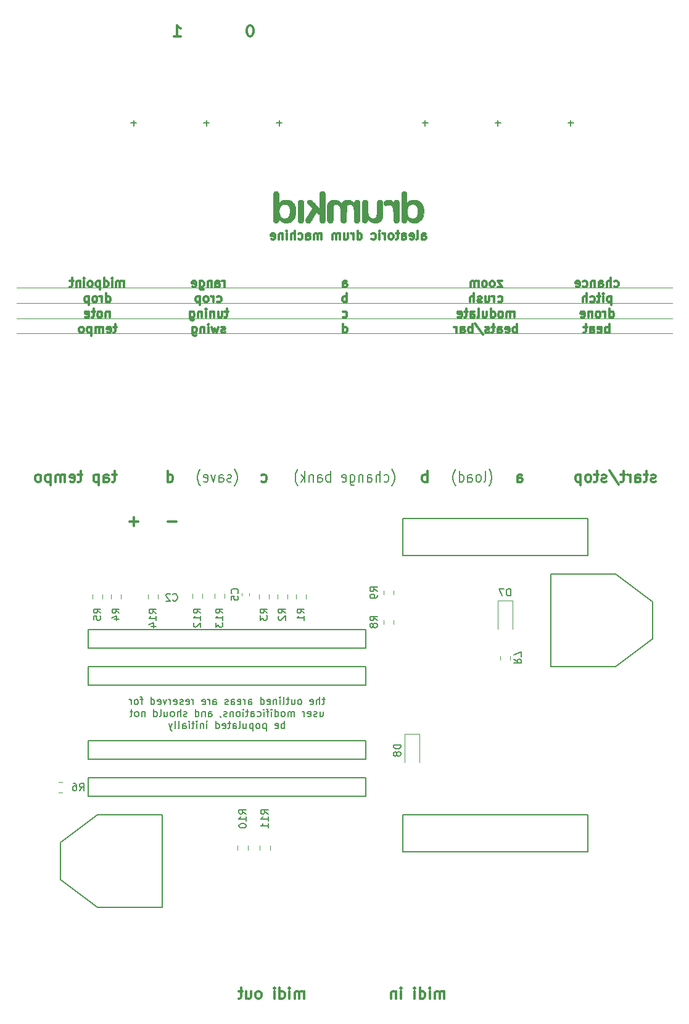
<source format=gbr>
G04 #@! TF.GenerationSoftware,KiCad,Pcbnew,(5.1.5)-3*
G04 #@! TF.CreationDate,2021-12-13T15:39:07+00:00*
G04 #@! TF.ProjectId,drumkid,6472756d-6b69-4642-9e6b-696361645f70,rev?*
G04 #@! TF.SameCoordinates,Original*
G04 #@! TF.FileFunction,Legend,Bot*
G04 #@! TF.FilePolarity,Positive*
%FSLAX46Y46*%
G04 Gerber Fmt 4.6, Leading zero omitted, Abs format (unit mm)*
G04 Created by KiCad (PCBNEW (5.1.5)-3) date 2021-12-13 15:39:07*
%MOMM*%
%LPD*%
G04 APERTURE LIST*
%ADD10C,0.300000*%
%ADD11C,0.150000*%
%ADD12C,0.100000*%
%ADD13C,0.120000*%
%ADD14C,0.010000*%
G04 APERTURE END LIST*
D10*
X70445714Y-103270857D02*
X71588571Y-103270857D01*
X71017142Y-102699428D02*
X71017142Y-103842285D01*
X75731428Y-103270857D02*
X76874285Y-103270857D01*
D11*
X97248571Y-127675714D02*
X96867619Y-127675714D01*
X97105714Y-127342380D02*
X97105714Y-128199523D01*
X97058095Y-128294761D01*
X96962857Y-128342380D01*
X96867619Y-128342380D01*
X96534285Y-128342380D02*
X96534285Y-127342380D01*
X96105714Y-128342380D02*
X96105714Y-127818571D01*
X96153333Y-127723333D01*
X96248571Y-127675714D01*
X96391428Y-127675714D01*
X96486666Y-127723333D01*
X96534285Y-127770952D01*
X95248571Y-128294761D02*
X95343809Y-128342380D01*
X95534285Y-128342380D01*
X95629523Y-128294761D01*
X95677142Y-128199523D01*
X95677142Y-127818571D01*
X95629523Y-127723333D01*
X95534285Y-127675714D01*
X95343809Y-127675714D01*
X95248571Y-127723333D01*
X95200952Y-127818571D01*
X95200952Y-127913809D01*
X95677142Y-128009047D01*
X93867619Y-128342380D02*
X93962857Y-128294761D01*
X94010476Y-128247142D01*
X94058095Y-128151904D01*
X94058095Y-127866190D01*
X94010476Y-127770952D01*
X93962857Y-127723333D01*
X93867619Y-127675714D01*
X93724761Y-127675714D01*
X93629523Y-127723333D01*
X93581904Y-127770952D01*
X93534285Y-127866190D01*
X93534285Y-128151904D01*
X93581904Y-128247142D01*
X93629523Y-128294761D01*
X93724761Y-128342380D01*
X93867619Y-128342380D01*
X92677142Y-127675714D02*
X92677142Y-128342380D01*
X93105714Y-127675714D02*
X93105714Y-128199523D01*
X93058095Y-128294761D01*
X92962857Y-128342380D01*
X92820000Y-128342380D01*
X92724761Y-128294761D01*
X92677142Y-128247142D01*
X92343809Y-127675714D02*
X91962857Y-127675714D01*
X92200952Y-127342380D02*
X92200952Y-128199523D01*
X92153333Y-128294761D01*
X92058095Y-128342380D01*
X91962857Y-128342380D01*
X91486666Y-128342380D02*
X91581904Y-128294761D01*
X91629523Y-128199523D01*
X91629523Y-127342380D01*
X91105714Y-128342380D02*
X91105714Y-127675714D01*
X91105714Y-127342380D02*
X91153333Y-127390000D01*
X91105714Y-127437619D01*
X91058095Y-127390000D01*
X91105714Y-127342380D01*
X91105714Y-127437619D01*
X90629523Y-127675714D02*
X90629523Y-128342380D01*
X90629523Y-127770952D02*
X90581904Y-127723333D01*
X90486666Y-127675714D01*
X90343809Y-127675714D01*
X90248571Y-127723333D01*
X90200952Y-127818571D01*
X90200952Y-128342380D01*
X89343809Y-128294761D02*
X89439047Y-128342380D01*
X89629523Y-128342380D01*
X89724761Y-128294761D01*
X89772380Y-128199523D01*
X89772380Y-127818571D01*
X89724761Y-127723333D01*
X89629523Y-127675714D01*
X89439047Y-127675714D01*
X89343809Y-127723333D01*
X89296190Y-127818571D01*
X89296190Y-127913809D01*
X89772380Y-128009047D01*
X88439047Y-128342380D02*
X88439047Y-127342380D01*
X88439047Y-128294761D02*
X88534285Y-128342380D01*
X88724761Y-128342380D01*
X88820000Y-128294761D01*
X88867619Y-128247142D01*
X88915238Y-128151904D01*
X88915238Y-127866190D01*
X88867619Y-127770952D01*
X88820000Y-127723333D01*
X88724761Y-127675714D01*
X88534285Y-127675714D01*
X88439047Y-127723333D01*
X86772380Y-128342380D02*
X86772380Y-127818571D01*
X86820000Y-127723333D01*
X86915238Y-127675714D01*
X87105714Y-127675714D01*
X87200952Y-127723333D01*
X86772380Y-128294761D02*
X86867619Y-128342380D01*
X87105714Y-128342380D01*
X87200952Y-128294761D01*
X87248571Y-128199523D01*
X87248571Y-128104285D01*
X87200952Y-128009047D01*
X87105714Y-127961428D01*
X86867619Y-127961428D01*
X86772380Y-127913809D01*
X86296190Y-128342380D02*
X86296190Y-127675714D01*
X86296190Y-127866190D02*
X86248571Y-127770952D01*
X86200952Y-127723333D01*
X86105714Y-127675714D01*
X86010476Y-127675714D01*
X85296190Y-128294761D02*
X85391428Y-128342380D01*
X85581904Y-128342380D01*
X85677142Y-128294761D01*
X85724761Y-128199523D01*
X85724761Y-127818571D01*
X85677142Y-127723333D01*
X85581904Y-127675714D01*
X85391428Y-127675714D01*
X85296190Y-127723333D01*
X85248571Y-127818571D01*
X85248571Y-127913809D01*
X85724761Y-128009047D01*
X84391428Y-128342380D02*
X84391428Y-127818571D01*
X84439047Y-127723333D01*
X84534285Y-127675714D01*
X84724761Y-127675714D01*
X84820000Y-127723333D01*
X84391428Y-128294761D02*
X84486666Y-128342380D01*
X84724761Y-128342380D01*
X84820000Y-128294761D01*
X84867619Y-128199523D01*
X84867619Y-128104285D01*
X84820000Y-128009047D01*
X84724761Y-127961428D01*
X84486666Y-127961428D01*
X84391428Y-127913809D01*
X83962857Y-128294761D02*
X83867619Y-128342380D01*
X83677142Y-128342380D01*
X83581904Y-128294761D01*
X83534285Y-128199523D01*
X83534285Y-128151904D01*
X83581904Y-128056666D01*
X83677142Y-128009047D01*
X83820000Y-128009047D01*
X83915238Y-127961428D01*
X83962857Y-127866190D01*
X83962857Y-127818571D01*
X83915238Y-127723333D01*
X83820000Y-127675714D01*
X83677142Y-127675714D01*
X83581904Y-127723333D01*
X81915238Y-128342380D02*
X81915238Y-127818571D01*
X81962857Y-127723333D01*
X82058095Y-127675714D01*
X82248571Y-127675714D01*
X82343809Y-127723333D01*
X81915238Y-128294761D02*
X82010476Y-128342380D01*
X82248571Y-128342380D01*
X82343809Y-128294761D01*
X82391428Y-128199523D01*
X82391428Y-128104285D01*
X82343809Y-128009047D01*
X82248571Y-127961428D01*
X82010476Y-127961428D01*
X81915238Y-127913809D01*
X81439047Y-128342380D02*
X81439047Y-127675714D01*
X81439047Y-127866190D02*
X81391428Y-127770952D01*
X81343809Y-127723333D01*
X81248571Y-127675714D01*
X81153333Y-127675714D01*
X80439047Y-128294761D02*
X80534285Y-128342380D01*
X80724761Y-128342380D01*
X80820000Y-128294761D01*
X80867619Y-128199523D01*
X80867619Y-127818571D01*
X80820000Y-127723333D01*
X80724761Y-127675714D01*
X80534285Y-127675714D01*
X80439047Y-127723333D01*
X80391428Y-127818571D01*
X80391428Y-127913809D01*
X80867619Y-128009047D01*
X79200952Y-128342380D02*
X79200952Y-127675714D01*
X79200952Y-127866190D02*
X79153333Y-127770952D01*
X79105714Y-127723333D01*
X79010476Y-127675714D01*
X78915238Y-127675714D01*
X78200952Y-128294761D02*
X78296190Y-128342380D01*
X78486666Y-128342380D01*
X78581904Y-128294761D01*
X78629523Y-128199523D01*
X78629523Y-127818571D01*
X78581904Y-127723333D01*
X78486666Y-127675714D01*
X78296190Y-127675714D01*
X78200952Y-127723333D01*
X78153333Y-127818571D01*
X78153333Y-127913809D01*
X78629523Y-128009047D01*
X77772380Y-128294761D02*
X77677142Y-128342380D01*
X77486666Y-128342380D01*
X77391428Y-128294761D01*
X77343809Y-128199523D01*
X77343809Y-128151904D01*
X77391428Y-128056666D01*
X77486666Y-128009047D01*
X77629523Y-128009047D01*
X77724761Y-127961428D01*
X77772380Y-127866190D01*
X77772380Y-127818571D01*
X77724761Y-127723333D01*
X77629523Y-127675714D01*
X77486666Y-127675714D01*
X77391428Y-127723333D01*
X76534285Y-128294761D02*
X76629523Y-128342380D01*
X76820000Y-128342380D01*
X76915238Y-128294761D01*
X76962857Y-128199523D01*
X76962857Y-127818571D01*
X76915238Y-127723333D01*
X76820000Y-127675714D01*
X76629523Y-127675714D01*
X76534285Y-127723333D01*
X76486666Y-127818571D01*
X76486666Y-127913809D01*
X76962857Y-128009047D01*
X76058095Y-128342380D02*
X76058095Y-127675714D01*
X76058095Y-127866190D02*
X76010476Y-127770952D01*
X75962857Y-127723333D01*
X75867619Y-127675714D01*
X75772380Y-127675714D01*
X75534285Y-127675714D02*
X75296190Y-128342380D01*
X75058095Y-127675714D01*
X74296190Y-128294761D02*
X74391428Y-128342380D01*
X74581904Y-128342380D01*
X74677142Y-128294761D01*
X74724761Y-128199523D01*
X74724761Y-127818571D01*
X74677142Y-127723333D01*
X74581904Y-127675714D01*
X74391428Y-127675714D01*
X74296190Y-127723333D01*
X74248571Y-127818571D01*
X74248571Y-127913809D01*
X74724761Y-128009047D01*
X73391428Y-128342380D02*
X73391428Y-127342380D01*
X73391428Y-128294761D02*
X73486666Y-128342380D01*
X73677142Y-128342380D01*
X73772380Y-128294761D01*
X73820000Y-128247142D01*
X73867619Y-128151904D01*
X73867619Y-127866190D01*
X73820000Y-127770952D01*
X73772380Y-127723333D01*
X73677142Y-127675714D01*
X73486666Y-127675714D01*
X73391428Y-127723333D01*
X72296190Y-127675714D02*
X71915238Y-127675714D01*
X72153333Y-128342380D02*
X72153333Y-127485238D01*
X72105714Y-127390000D01*
X72010476Y-127342380D01*
X71915238Y-127342380D01*
X71439047Y-128342380D02*
X71534285Y-128294761D01*
X71581904Y-128247142D01*
X71629523Y-128151904D01*
X71629523Y-127866190D01*
X71581904Y-127770952D01*
X71534285Y-127723333D01*
X71439047Y-127675714D01*
X71296190Y-127675714D01*
X71200952Y-127723333D01*
X71153333Y-127770952D01*
X71105714Y-127866190D01*
X71105714Y-128151904D01*
X71153333Y-128247142D01*
X71200952Y-128294761D01*
X71296190Y-128342380D01*
X71439047Y-128342380D01*
X70677142Y-128342380D02*
X70677142Y-127675714D01*
X70677142Y-127866190D02*
X70629523Y-127770952D01*
X70581904Y-127723333D01*
X70486666Y-127675714D01*
X70391428Y-127675714D01*
X96581904Y-129325714D02*
X96581904Y-129992380D01*
X97010476Y-129325714D02*
X97010476Y-129849523D01*
X96962857Y-129944761D01*
X96867619Y-129992380D01*
X96724761Y-129992380D01*
X96629523Y-129944761D01*
X96581904Y-129897142D01*
X96153333Y-129944761D02*
X96058095Y-129992380D01*
X95867619Y-129992380D01*
X95772380Y-129944761D01*
X95724761Y-129849523D01*
X95724761Y-129801904D01*
X95772380Y-129706666D01*
X95867619Y-129659047D01*
X96010476Y-129659047D01*
X96105714Y-129611428D01*
X96153333Y-129516190D01*
X96153333Y-129468571D01*
X96105714Y-129373333D01*
X96010476Y-129325714D01*
X95867619Y-129325714D01*
X95772380Y-129373333D01*
X94915238Y-129944761D02*
X95010476Y-129992380D01*
X95200952Y-129992380D01*
X95296190Y-129944761D01*
X95343809Y-129849523D01*
X95343809Y-129468571D01*
X95296190Y-129373333D01*
X95200952Y-129325714D01*
X95010476Y-129325714D01*
X94915238Y-129373333D01*
X94867619Y-129468571D01*
X94867619Y-129563809D01*
X95343809Y-129659047D01*
X94439047Y-129992380D02*
X94439047Y-129325714D01*
X94439047Y-129516190D02*
X94391428Y-129420952D01*
X94343809Y-129373333D01*
X94248571Y-129325714D01*
X94153333Y-129325714D01*
X93058095Y-129992380D02*
X93058095Y-129325714D01*
X93058095Y-129420952D02*
X93010476Y-129373333D01*
X92915238Y-129325714D01*
X92772380Y-129325714D01*
X92677142Y-129373333D01*
X92629523Y-129468571D01*
X92629523Y-129992380D01*
X92629523Y-129468571D02*
X92581904Y-129373333D01*
X92486666Y-129325714D01*
X92343809Y-129325714D01*
X92248571Y-129373333D01*
X92200952Y-129468571D01*
X92200952Y-129992380D01*
X91581904Y-129992380D02*
X91677142Y-129944761D01*
X91724761Y-129897142D01*
X91772380Y-129801904D01*
X91772380Y-129516190D01*
X91724761Y-129420952D01*
X91677142Y-129373333D01*
X91581904Y-129325714D01*
X91439047Y-129325714D01*
X91343809Y-129373333D01*
X91296190Y-129420952D01*
X91248571Y-129516190D01*
X91248571Y-129801904D01*
X91296190Y-129897142D01*
X91343809Y-129944761D01*
X91439047Y-129992380D01*
X91581904Y-129992380D01*
X90391428Y-129992380D02*
X90391428Y-128992380D01*
X90391428Y-129944761D02*
X90486666Y-129992380D01*
X90677142Y-129992380D01*
X90772380Y-129944761D01*
X90820000Y-129897142D01*
X90867619Y-129801904D01*
X90867619Y-129516190D01*
X90820000Y-129420952D01*
X90772380Y-129373333D01*
X90677142Y-129325714D01*
X90486666Y-129325714D01*
X90391428Y-129373333D01*
X89915238Y-129992380D02*
X89915238Y-129325714D01*
X89915238Y-128992380D02*
X89962857Y-129040000D01*
X89915238Y-129087619D01*
X89867619Y-129040000D01*
X89915238Y-128992380D01*
X89915238Y-129087619D01*
X89581904Y-129325714D02*
X89200952Y-129325714D01*
X89439047Y-129992380D02*
X89439047Y-129135238D01*
X89391428Y-129040000D01*
X89296190Y-128992380D01*
X89200952Y-128992380D01*
X88867619Y-129992380D02*
X88867619Y-129325714D01*
X88867619Y-128992380D02*
X88915238Y-129040000D01*
X88867619Y-129087619D01*
X88820000Y-129040000D01*
X88867619Y-128992380D01*
X88867619Y-129087619D01*
X87962857Y-129944761D02*
X88058095Y-129992380D01*
X88248571Y-129992380D01*
X88343809Y-129944761D01*
X88391428Y-129897142D01*
X88439047Y-129801904D01*
X88439047Y-129516190D01*
X88391428Y-129420952D01*
X88343809Y-129373333D01*
X88248571Y-129325714D01*
X88058095Y-129325714D01*
X87962857Y-129373333D01*
X87105714Y-129992380D02*
X87105714Y-129468571D01*
X87153333Y-129373333D01*
X87248571Y-129325714D01*
X87439047Y-129325714D01*
X87534285Y-129373333D01*
X87105714Y-129944761D02*
X87200952Y-129992380D01*
X87439047Y-129992380D01*
X87534285Y-129944761D01*
X87581904Y-129849523D01*
X87581904Y-129754285D01*
X87534285Y-129659047D01*
X87439047Y-129611428D01*
X87200952Y-129611428D01*
X87105714Y-129563809D01*
X86772380Y-129325714D02*
X86391428Y-129325714D01*
X86629523Y-128992380D02*
X86629523Y-129849523D01*
X86581904Y-129944761D01*
X86486666Y-129992380D01*
X86391428Y-129992380D01*
X86058095Y-129992380D02*
X86058095Y-129325714D01*
X86058095Y-128992380D02*
X86105714Y-129040000D01*
X86058095Y-129087619D01*
X86010476Y-129040000D01*
X86058095Y-128992380D01*
X86058095Y-129087619D01*
X85439047Y-129992380D02*
X85534285Y-129944761D01*
X85581904Y-129897142D01*
X85629523Y-129801904D01*
X85629523Y-129516190D01*
X85581904Y-129420952D01*
X85534285Y-129373333D01*
X85439047Y-129325714D01*
X85296190Y-129325714D01*
X85200952Y-129373333D01*
X85153333Y-129420952D01*
X85105714Y-129516190D01*
X85105714Y-129801904D01*
X85153333Y-129897142D01*
X85200952Y-129944761D01*
X85296190Y-129992380D01*
X85439047Y-129992380D01*
X84677142Y-129325714D02*
X84677142Y-129992380D01*
X84677142Y-129420952D02*
X84629523Y-129373333D01*
X84534285Y-129325714D01*
X84391428Y-129325714D01*
X84296190Y-129373333D01*
X84248571Y-129468571D01*
X84248571Y-129992380D01*
X83820000Y-129944761D02*
X83724761Y-129992380D01*
X83534285Y-129992380D01*
X83439047Y-129944761D01*
X83391428Y-129849523D01*
X83391428Y-129801904D01*
X83439047Y-129706666D01*
X83534285Y-129659047D01*
X83677142Y-129659047D01*
X83772380Y-129611428D01*
X83820000Y-129516190D01*
X83820000Y-129468571D01*
X83772380Y-129373333D01*
X83677142Y-129325714D01*
X83534285Y-129325714D01*
X83439047Y-129373333D01*
X82915238Y-129944761D02*
X82915238Y-129992380D01*
X82962857Y-130087619D01*
X83010476Y-130135238D01*
X81296190Y-129992380D02*
X81296190Y-129468571D01*
X81343809Y-129373333D01*
X81439047Y-129325714D01*
X81629523Y-129325714D01*
X81724761Y-129373333D01*
X81296190Y-129944761D02*
X81391428Y-129992380D01*
X81629523Y-129992380D01*
X81724761Y-129944761D01*
X81772380Y-129849523D01*
X81772380Y-129754285D01*
X81724761Y-129659047D01*
X81629523Y-129611428D01*
X81391428Y-129611428D01*
X81296190Y-129563809D01*
X80820000Y-129325714D02*
X80820000Y-129992380D01*
X80820000Y-129420952D02*
X80772380Y-129373333D01*
X80677142Y-129325714D01*
X80534285Y-129325714D01*
X80439047Y-129373333D01*
X80391428Y-129468571D01*
X80391428Y-129992380D01*
X79486666Y-129992380D02*
X79486666Y-128992380D01*
X79486666Y-129944761D02*
X79581904Y-129992380D01*
X79772380Y-129992380D01*
X79867619Y-129944761D01*
X79915238Y-129897142D01*
X79962857Y-129801904D01*
X79962857Y-129516190D01*
X79915238Y-129420952D01*
X79867619Y-129373333D01*
X79772380Y-129325714D01*
X79581904Y-129325714D01*
X79486666Y-129373333D01*
X78296190Y-129944761D02*
X78200952Y-129992380D01*
X78010476Y-129992380D01*
X77915238Y-129944761D01*
X77867619Y-129849523D01*
X77867619Y-129801904D01*
X77915238Y-129706666D01*
X78010476Y-129659047D01*
X78153333Y-129659047D01*
X78248571Y-129611428D01*
X78296190Y-129516190D01*
X78296190Y-129468571D01*
X78248571Y-129373333D01*
X78153333Y-129325714D01*
X78010476Y-129325714D01*
X77915238Y-129373333D01*
X77439047Y-129992380D02*
X77439047Y-128992380D01*
X77010476Y-129992380D02*
X77010476Y-129468571D01*
X77058095Y-129373333D01*
X77153333Y-129325714D01*
X77296190Y-129325714D01*
X77391428Y-129373333D01*
X77439047Y-129420952D01*
X76391428Y-129992380D02*
X76486666Y-129944761D01*
X76534285Y-129897142D01*
X76581904Y-129801904D01*
X76581904Y-129516190D01*
X76534285Y-129420952D01*
X76486666Y-129373333D01*
X76391428Y-129325714D01*
X76248571Y-129325714D01*
X76153333Y-129373333D01*
X76105714Y-129420952D01*
X76058095Y-129516190D01*
X76058095Y-129801904D01*
X76105714Y-129897142D01*
X76153333Y-129944761D01*
X76248571Y-129992380D01*
X76391428Y-129992380D01*
X75200952Y-129325714D02*
X75200952Y-129992380D01*
X75629523Y-129325714D02*
X75629523Y-129849523D01*
X75581904Y-129944761D01*
X75486666Y-129992380D01*
X75343809Y-129992380D01*
X75248571Y-129944761D01*
X75200952Y-129897142D01*
X74581904Y-129992380D02*
X74677142Y-129944761D01*
X74724761Y-129849523D01*
X74724761Y-128992380D01*
X73772380Y-129992380D02*
X73772380Y-128992380D01*
X73772380Y-129944761D02*
X73867619Y-129992380D01*
X74058095Y-129992380D01*
X74153333Y-129944761D01*
X74200952Y-129897142D01*
X74248571Y-129801904D01*
X74248571Y-129516190D01*
X74200952Y-129420952D01*
X74153333Y-129373333D01*
X74058095Y-129325714D01*
X73867619Y-129325714D01*
X73772380Y-129373333D01*
X72534285Y-129325714D02*
X72534285Y-129992380D01*
X72534285Y-129420952D02*
X72486666Y-129373333D01*
X72391428Y-129325714D01*
X72248571Y-129325714D01*
X72153333Y-129373333D01*
X72105714Y-129468571D01*
X72105714Y-129992380D01*
X71486666Y-129992380D02*
X71581904Y-129944761D01*
X71629523Y-129897142D01*
X71677142Y-129801904D01*
X71677142Y-129516190D01*
X71629523Y-129420952D01*
X71581904Y-129373333D01*
X71486666Y-129325714D01*
X71343809Y-129325714D01*
X71248571Y-129373333D01*
X71200952Y-129420952D01*
X71153333Y-129516190D01*
X71153333Y-129801904D01*
X71200952Y-129897142D01*
X71248571Y-129944761D01*
X71343809Y-129992380D01*
X71486666Y-129992380D01*
X70867619Y-129325714D02*
X70486666Y-129325714D01*
X70724761Y-128992380D02*
X70724761Y-129849523D01*
X70677142Y-129944761D01*
X70581904Y-129992380D01*
X70486666Y-129992380D01*
X91724761Y-131642380D02*
X91724761Y-130642380D01*
X91724761Y-131023333D02*
X91629523Y-130975714D01*
X91439047Y-130975714D01*
X91343809Y-131023333D01*
X91296190Y-131070952D01*
X91248571Y-131166190D01*
X91248571Y-131451904D01*
X91296190Y-131547142D01*
X91343809Y-131594761D01*
X91439047Y-131642380D01*
X91629523Y-131642380D01*
X91724761Y-131594761D01*
X90439047Y-131594761D02*
X90534285Y-131642380D01*
X90724761Y-131642380D01*
X90820000Y-131594761D01*
X90867619Y-131499523D01*
X90867619Y-131118571D01*
X90820000Y-131023333D01*
X90724761Y-130975714D01*
X90534285Y-130975714D01*
X90439047Y-131023333D01*
X90391428Y-131118571D01*
X90391428Y-131213809D01*
X90867619Y-131309047D01*
X89200952Y-130975714D02*
X89200952Y-131975714D01*
X89200952Y-131023333D02*
X89105714Y-130975714D01*
X88915238Y-130975714D01*
X88820000Y-131023333D01*
X88772380Y-131070952D01*
X88724761Y-131166190D01*
X88724761Y-131451904D01*
X88772380Y-131547142D01*
X88820000Y-131594761D01*
X88915238Y-131642380D01*
X89105714Y-131642380D01*
X89200952Y-131594761D01*
X88153333Y-131642380D02*
X88248571Y-131594761D01*
X88296190Y-131547142D01*
X88343809Y-131451904D01*
X88343809Y-131166190D01*
X88296190Y-131070952D01*
X88248571Y-131023333D01*
X88153333Y-130975714D01*
X88010476Y-130975714D01*
X87915238Y-131023333D01*
X87867619Y-131070952D01*
X87820000Y-131166190D01*
X87820000Y-131451904D01*
X87867619Y-131547142D01*
X87915238Y-131594761D01*
X88010476Y-131642380D01*
X88153333Y-131642380D01*
X87391428Y-130975714D02*
X87391428Y-131975714D01*
X87391428Y-131023333D02*
X87296190Y-130975714D01*
X87105714Y-130975714D01*
X87010476Y-131023333D01*
X86962857Y-131070952D01*
X86915238Y-131166190D01*
X86915238Y-131451904D01*
X86962857Y-131547142D01*
X87010476Y-131594761D01*
X87105714Y-131642380D01*
X87296190Y-131642380D01*
X87391428Y-131594761D01*
X86058095Y-130975714D02*
X86058095Y-131642380D01*
X86486666Y-130975714D02*
X86486666Y-131499523D01*
X86439047Y-131594761D01*
X86343809Y-131642380D01*
X86200952Y-131642380D01*
X86105714Y-131594761D01*
X86058095Y-131547142D01*
X85439047Y-131642380D02*
X85534285Y-131594761D01*
X85581904Y-131499523D01*
X85581904Y-130642380D01*
X84629523Y-131642380D02*
X84629523Y-131118571D01*
X84677142Y-131023333D01*
X84772380Y-130975714D01*
X84962857Y-130975714D01*
X85058095Y-131023333D01*
X84629523Y-131594761D02*
X84724761Y-131642380D01*
X84962857Y-131642380D01*
X85058095Y-131594761D01*
X85105714Y-131499523D01*
X85105714Y-131404285D01*
X85058095Y-131309047D01*
X84962857Y-131261428D01*
X84724761Y-131261428D01*
X84629523Y-131213809D01*
X84296190Y-130975714D02*
X83915238Y-130975714D01*
X84153333Y-130642380D02*
X84153333Y-131499523D01*
X84105714Y-131594761D01*
X84010476Y-131642380D01*
X83915238Y-131642380D01*
X83200952Y-131594761D02*
X83296190Y-131642380D01*
X83486666Y-131642380D01*
X83581904Y-131594761D01*
X83629523Y-131499523D01*
X83629523Y-131118571D01*
X83581904Y-131023333D01*
X83486666Y-130975714D01*
X83296190Y-130975714D01*
X83200952Y-131023333D01*
X83153333Y-131118571D01*
X83153333Y-131213809D01*
X83629523Y-131309047D01*
X82296190Y-131642380D02*
X82296190Y-130642380D01*
X82296190Y-131594761D02*
X82391428Y-131642380D01*
X82581904Y-131642380D01*
X82677142Y-131594761D01*
X82724761Y-131547142D01*
X82772380Y-131451904D01*
X82772380Y-131166190D01*
X82724761Y-131070952D01*
X82677142Y-131023333D01*
X82581904Y-130975714D01*
X82391428Y-130975714D01*
X82296190Y-131023333D01*
X81058095Y-131642380D02*
X81058095Y-130975714D01*
X81058095Y-130642380D02*
X81105714Y-130690000D01*
X81058095Y-130737619D01*
X81010476Y-130690000D01*
X81058095Y-130642380D01*
X81058095Y-130737619D01*
X80581904Y-130975714D02*
X80581904Y-131642380D01*
X80581904Y-131070952D02*
X80534285Y-131023333D01*
X80439047Y-130975714D01*
X80296190Y-130975714D01*
X80200952Y-131023333D01*
X80153333Y-131118571D01*
X80153333Y-131642380D01*
X79677142Y-131642380D02*
X79677142Y-130975714D01*
X79677142Y-130642380D02*
X79724761Y-130690000D01*
X79677142Y-130737619D01*
X79629523Y-130690000D01*
X79677142Y-130642380D01*
X79677142Y-130737619D01*
X79343809Y-130975714D02*
X78962857Y-130975714D01*
X79200952Y-130642380D02*
X79200952Y-131499523D01*
X79153333Y-131594761D01*
X79058095Y-131642380D01*
X78962857Y-131642380D01*
X78629523Y-131642380D02*
X78629523Y-130975714D01*
X78629523Y-130642380D02*
X78677142Y-130690000D01*
X78629523Y-130737619D01*
X78581904Y-130690000D01*
X78629523Y-130642380D01*
X78629523Y-130737619D01*
X77724761Y-131642380D02*
X77724761Y-131118571D01*
X77772380Y-131023333D01*
X77867619Y-130975714D01*
X78058095Y-130975714D01*
X78153333Y-131023333D01*
X77724761Y-131594761D02*
X77820000Y-131642380D01*
X78058095Y-131642380D01*
X78153333Y-131594761D01*
X78200952Y-131499523D01*
X78200952Y-131404285D01*
X78153333Y-131309047D01*
X78058095Y-131261428D01*
X77820000Y-131261428D01*
X77724761Y-131213809D01*
X77105714Y-131642380D02*
X77200952Y-131594761D01*
X77248571Y-131499523D01*
X77248571Y-130642380D01*
X76581904Y-131642380D02*
X76677142Y-131594761D01*
X76724761Y-131499523D01*
X76724761Y-130642380D01*
X76296190Y-130975714D02*
X76058095Y-131642380D01*
X75820000Y-130975714D02*
X76058095Y-131642380D01*
X76153333Y-131880476D01*
X76200952Y-131928095D01*
X76296190Y-131975714D01*
X107950000Y-102870000D02*
X133350000Y-102870000D01*
X107950000Y-107950000D02*
X107950000Y-102870000D01*
X133350000Y-107950000D02*
X107950000Y-107950000D01*
X133350000Y-102870000D02*
X133350000Y-107950000D01*
X107950000Y-143510000D02*
X133350000Y-143510000D01*
X107950000Y-148590000D02*
X107950000Y-143510000D01*
X133350000Y-148590000D02*
X107950000Y-148590000D01*
X133350000Y-143510000D02*
X133350000Y-148590000D01*
X128270000Y-110490000D02*
X128270000Y-123190000D01*
X137160000Y-110490000D02*
X128270000Y-110490000D01*
X142240000Y-114300000D02*
X137160000Y-110490000D01*
X142240000Y-119380000D02*
X142240000Y-114300000D01*
X137160000Y-123190000D02*
X142240000Y-119380000D01*
X128270000Y-123190000D02*
X137160000Y-123190000D01*
X74930000Y-143510000D02*
X74930000Y-156210000D01*
X66040000Y-143510000D02*
X74930000Y-143510000D01*
X60960000Y-147320000D02*
X66040000Y-143510000D01*
X60960000Y-152400000D02*
X60960000Y-147320000D01*
X66040000Y-156210000D02*
X60960000Y-152400000D01*
X74930000Y-156210000D02*
X66040000Y-156210000D01*
X64770000Y-123190000D02*
X102870000Y-123190000D01*
X64770000Y-125730000D02*
X64770000Y-123190000D01*
X102870000Y-125730000D02*
X64770000Y-125730000D01*
X102870000Y-123190000D02*
X102870000Y-125730000D01*
X64770000Y-118110000D02*
X102870000Y-118110000D01*
X64770000Y-120650000D02*
X64770000Y-118110000D01*
X102870000Y-120650000D02*
X64770000Y-120650000D01*
X102870000Y-118110000D02*
X102870000Y-120650000D01*
X64770000Y-138430000D02*
X102870000Y-138430000D01*
X64770000Y-140970000D02*
X64770000Y-138430000D01*
X102870000Y-140970000D02*
X64770000Y-140970000D01*
X102870000Y-138430000D02*
X102870000Y-140970000D01*
X102870000Y-135890000D02*
X102870000Y-133350000D01*
X64770000Y-135890000D02*
X102870000Y-135890000D01*
X64770000Y-133350000D02*
X64770000Y-135890000D01*
X102870000Y-133350000D02*
X64770000Y-133350000D01*
X110619047Y-48571428D02*
X111380952Y-48571428D01*
X111000000Y-48952380D02*
X111000000Y-48190476D01*
X130619047Y-48571428D02*
X131380952Y-48571428D01*
X131000000Y-48952380D02*
X131000000Y-48190476D01*
X90619047Y-48571428D02*
X91380952Y-48571428D01*
X91000000Y-48952380D02*
X91000000Y-48190476D01*
X80619047Y-48571428D02*
X81380952Y-48571428D01*
X81000000Y-48952380D02*
X81000000Y-48190476D01*
X120619047Y-48571428D02*
X121380952Y-48571428D01*
X121000000Y-48952380D02*
X121000000Y-48190476D01*
X70619047Y-48571428D02*
X71380952Y-48571428D01*
X71000000Y-48952380D02*
X71000000Y-48190476D01*
D10*
X142660000Y-97727142D02*
X142517142Y-97798571D01*
X142231428Y-97798571D01*
X142088571Y-97727142D01*
X142017142Y-97584285D01*
X142017142Y-97512857D01*
X142088571Y-97370000D01*
X142231428Y-97298571D01*
X142445714Y-97298571D01*
X142588571Y-97227142D01*
X142660000Y-97084285D01*
X142660000Y-97012857D01*
X142588571Y-96870000D01*
X142445714Y-96798571D01*
X142231428Y-96798571D01*
X142088571Y-96870000D01*
X141588571Y-96798571D02*
X141017142Y-96798571D01*
X141374285Y-96298571D02*
X141374285Y-97584285D01*
X141302857Y-97727142D01*
X141160000Y-97798571D01*
X141017142Y-97798571D01*
X139874285Y-97798571D02*
X139874285Y-97012857D01*
X139945714Y-96870000D01*
X140088571Y-96798571D01*
X140374285Y-96798571D01*
X140517142Y-96870000D01*
X139874285Y-97727142D02*
X140017142Y-97798571D01*
X140374285Y-97798571D01*
X140517142Y-97727142D01*
X140588571Y-97584285D01*
X140588571Y-97441428D01*
X140517142Y-97298571D01*
X140374285Y-97227142D01*
X140017142Y-97227142D01*
X139874285Y-97155714D01*
X139160000Y-97798571D02*
X139160000Y-96798571D01*
X139160000Y-97084285D02*
X139088571Y-96941428D01*
X139017142Y-96870000D01*
X138874285Y-96798571D01*
X138731428Y-96798571D01*
X138445714Y-96798571D02*
X137874285Y-96798571D01*
X138231428Y-96298571D02*
X138231428Y-97584285D01*
X138160000Y-97727142D01*
X138017142Y-97798571D01*
X137874285Y-97798571D01*
X136302857Y-96227142D02*
X137588571Y-98155714D01*
X135874285Y-97727142D02*
X135731428Y-97798571D01*
X135445714Y-97798571D01*
X135302857Y-97727142D01*
X135231428Y-97584285D01*
X135231428Y-97512857D01*
X135302857Y-97370000D01*
X135445714Y-97298571D01*
X135660000Y-97298571D01*
X135802857Y-97227142D01*
X135874285Y-97084285D01*
X135874285Y-97012857D01*
X135802857Y-96870000D01*
X135660000Y-96798571D01*
X135445714Y-96798571D01*
X135302857Y-96870000D01*
X134802857Y-96798571D02*
X134231428Y-96798571D01*
X134588571Y-96298571D02*
X134588571Y-97584285D01*
X134517142Y-97727142D01*
X134374285Y-97798571D01*
X134231428Y-97798571D01*
X133517142Y-97798571D02*
X133660000Y-97727142D01*
X133731428Y-97655714D01*
X133802857Y-97512857D01*
X133802857Y-97084285D01*
X133731428Y-96941428D01*
X133660000Y-96870000D01*
X133517142Y-96798571D01*
X133302857Y-96798571D01*
X133160000Y-96870000D01*
X133088571Y-96941428D01*
X133017142Y-97084285D01*
X133017142Y-97512857D01*
X133088571Y-97655714D01*
X133160000Y-97727142D01*
X133302857Y-97798571D01*
X133517142Y-97798571D01*
X132374285Y-96798571D02*
X132374285Y-98298571D01*
X132374285Y-96870000D02*
X132231428Y-96798571D01*
X131945714Y-96798571D01*
X131802857Y-96870000D01*
X131731428Y-96941428D01*
X131660000Y-97084285D01*
X131660000Y-97512857D01*
X131731428Y-97655714D01*
X131802857Y-97727142D01*
X131945714Y-97798571D01*
X132231428Y-97798571D01*
X132374285Y-97727142D01*
D11*
X106438095Y-98370000D02*
X106500000Y-98298571D01*
X106623809Y-98084285D01*
X106685714Y-97941428D01*
X106747619Y-97727142D01*
X106809523Y-97370000D01*
X106809523Y-97084285D01*
X106747619Y-96727142D01*
X106685714Y-96512857D01*
X106623809Y-96370000D01*
X106500000Y-96155714D01*
X106438095Y-96084285D01*
X105385714Y-97727142D02*
X105509523Y-97798571D01*
X105757142Y-97798571D01*
X105880952Y-97727142D01*
X105942857Y-97655714D01*
X106004761Y-97512857D01*
X106004761Y-97084285D01*
X105942857Y-96941428D01*
X105880952Y-96870000D01*
X105757142Y-96798571D01*
X105509523Y-96798571D01*
X105385714Y-96870000D01*
X104828571Y-97798571D02*
X104828571Y-96298571D01*
X104271428Y-97798571D02*
X104271428Y-97012857D01*
X104333333Y-96870000D01*
X104457142Y-96798571D01*
X104642857Y-96798571D01*
X104766666Y-96870000D01*
X104828571Y-96941428D01*
X103095238Y-97798571D02*
X103095238Y-97012857D01*
X103157142Y-96870000D01*
X103280952Y-96798571D01*
X103528571Y-96798571D01*
X103652380Y-96870000D01*
X103095238Y-97727142D02*
X103219047Y-97798571D01*
X103528571Y-97798571D01*
X103652380Y-97727142D01*
X103714285Y-97584285D01*
X103714285Y-97441428D01*
X103652380Y-97298571D01*
X103528571Y-97227142D01*
X103219047Y-97227142D01*
X103095238Y-97155714D01*
X102476190Y-96798571D02*
X102476190Y-97798571D01*
X102476190Y-96941428D02*
X102414285Y-96870000D01*
X102290476Y-96798571D01*
X102104761Y-96798571D01*
X101980952Y-96870000D01*
X101919047Y-97012857D01*
X101919047Y-97798571D01*
X100742857Y-96798571D02*
X100742857Y-98012857D01*
X100804761Y-98155714D01*
X100866666Y-98227142D01*
X100990476Y-98298571D01*
X101176190Y-98298571D01*
X101300000Y-98227142D01*
X100742857Y-97727142D02*
X100866666Y-97798571D01*
X101114285Y-97798571D01*
X101238095Y-97727142D01*
X101300000Y-97655714D01*
X101361904Y-97512857D01*
X101361904Y-97084285D01*
X101300000Y-96941428D01*
X101238095Y-96870000D01*
X101114285Y-96798571D01*
X100866666Y-96798571D01*
X100742857Y-96870000D01*
X99628571Y-97727142D02*
X99752380Y-97798571D01*
X100000000Y-97798571D01*
X100123809Y-97727142D01*
X100185714Y-97584285D01*
X100185714Y-97012857D01*
X100123809Y-96870000D01*
X100000000Y-96798571D01*
X99752380Y-96798571D01*
X99628571Y-96870000D01*
X99566666Y-97012857D01*
X99566666Y-97155714D01*
X100185714Y-97298571D01*
X98019047Y-97798571D02*
X98019047Y-96298571D01*
X98019047Y-96870000D02*
X97895238Y-96798571D01*
X97647619Y-96798571D01*
X97523809Y-96870000D01*
X97461904Y-96941428D01*
X97400000Y-97084285D01*
X97400000Y-97512857D01*
X97461904Y-97655714D01*
X97523809Y-97727142D01*
X97647619Y-97798571D01*
X97895238Y-97798571D01*
X98019047Y-97727142D01*
X96285714Y-97798571D02*
X96285714Y-97012857D01*
X96347619Y-96870000D01*
X96471428Y-96798571D01*
X96719047Y-96798571D01*
X96842857Y-96870000D01*
X96285714Y-97727142D02*
X96409523Y-97798571D01*
X96719047Y-97798571D01*
X96842857Y-97727142D01*
X96904761Y-97584285D01*
X96904761Y-97441428D01*
X96842857Y-97298571D01*
X96719047Y-97227142D01*
X96409523Y-97227142D01*
X96285714Y-97155714D01*
X95666666Y-96798571D02*
X95666666Y-97798571D01*
X95666666Y-96941428D02*
X95604761Y-96870000D01*
X95480952Y-96798571D01*
X95295238Y-96798571D01*
X95171428Y-96870000D01*
X95109523Y-97012857D01*
X95109523Y-97798571D01*
X94490476Y-97798571D02*
X94490476Y-96298571D01*
X94366666Y-97227142D02*
X93995238Y-97798571D01*
X93995238Y-96798571D02*
X94490476Y-97370000D01*
X93561904Y-98370000D02*
X93500000Y-98298571D01*
X93376190Y-98084285D01*
X93314285Y-97941428D01*
X93252380Y-97727142D01*
X93190476Y-97370000D01*
X93190476Y-97084285D01*
X93252380Y-96727142D01*
X93314285Y-96512857D01*
X93376190Y-96370000D01*
X93500000Y-96155714D01*
X93561904Y-96084285D01*
X84852380Y-98370000D02*
X84914285Y-98298571D01*
X85038095Y-98084285D01*
X85100000Y-97941428D01*
X85161904Y-97727142D01*
X85223809Y-97370000D01*
X85223809Y-97084285D01*
X85161904Y-96727142D01*
X85100000Y-96512857D01*
X85038095Y-96370000D01*
X84914285Y-96155714D01*
X84852380Y-96084285D01*
X84419047Y-97727142D02*
X84295238Y-97798571D01*
X84047619Y-97798571D01*
X83923809Y-97727142D01*
X83861904Y-97584285D01*
X83861904Y-97512857D01*
X83923809Y-97370000D01*
X84047619Y-97298571D01*
X84233333Y-97298571D01*
X84357142Y-97227142D01*
X84419047Y-97084285D01*
X84419047Y-97012857D01*
X84357142Y-96870000D01*
X84233333Y-96798571D01*
X84047619Y-96798571D01*
X83923809Y-96870000D01*
X82747619Y-97798571D02*
X82747619Y-97012857D01*
X82809523Y-96870000D01*
X82933333Y-96798571D01*
X83180952Y-96798571D01*
X83304761Y-96870000D01*
X82747619Y-97727142D02*
X82871428Y-97798571D01*
X83180952Y-97798571D01*
X83304761Y-97727142D01*
X83366666Y-97584285D01*
X83366666Y-97441428D01*
X83304761Y-97298571D01*
X83180952Y-97227142D01*
X82871428Y-97227142D01*
X82747619Y-97155714D01*
X82252380Y-96798571D02*
X81942857Y-97798571D01*
X81633333Y-96798571D01*
X80642857Y-97727142D02*
X80766666Y-97798571D01*
X81014285Y-97798571D01*
X81138095Y-97727142D01*
X81200000Y-97584285D01*
X81200000Y-97012857D01*
X81138095Y-96870000D01*
X81014285Y-96798571D01*
X80766666Y-96798571D01*
X80642857Y-96870000D01*
X80580952Y-97012857D01*
X80580952Y-97155714D01*
X81200000Y-97298571D01*
X80147619Y-98370000D02*
X80085714Y-98298571D01*
X79961904Y-98084285D01*
X79900000Y-97941428D01*
X79838095Y-97727142D01*
X79776190Y-97370000D01*
X79776190Y-97084285D01*
X79838095Y-96727142D01*
X79900000Y-96512857D01*
X79961904Y-96370000D01*
X80085714Y-96155714D01*
X80147619Y-96084285D01*
X119790476Y-98370000D02*
X119852380Y-98298571D01*
X119976190Y-98084285D01*
X120038095Y-97941428D01*
X120100000Y-97727142D01*
X120161904Y-97370000D01*
X120161904Y-97084285D01*
X120100000Y-96727142D01*
X120038095Y-96512857D01*
X119976190Y-96370000D01*
X119852380Y-96155714D01*
X119790476Y-96084285D01*
X119109523Y-97798571D02*
X119233333Y-97727142D01*
X119295238Y-97584285D01*
X119295238Y-96298571D01*
X118428571Y-97798571D02*
X118552380Y-97727142D01*
X118614285Y-97655714D01*
X118676190Y-97512857D01*
X118676190Y-97084285D01*
X118614285Y-96941428D01*
X118552380Y-96870000D01*
X118428571Y-96798571D01*
X118242857Y-96798571D01*
X118119047Y-96870000D01*
X118057142Y-96941428D01*
X117995238Y-97084285D01*
X117995238Y-97512857D01*
X118057142Y-97655714D01*
X118119047Y-97727142D01*
X118242857Y-97798571D01*
X118428571Y-97798571D01*
X116880952Y-97798571D02*
X116880952Y-97012857D01*
X116942857Y-96870000D01*
X117066666Y-96798571D01*
X117314285Y-96798571D01*
X117438095Y-96870000D01*
X116880952Y-97727142D02*
X117004761Y-97798571D01*
X117314285Y-97798571D01*
X117438095Y-97727142D01*
X117500000Y-97584285D01*
X117500000Y-97441428D01*
X117438095Y-97298571D01*
X117314285Y-97227142D01*
X117004761Y-97227142D01*
X116880952Y-97155714D01*
X115704761Y-97798571D02*
X115704761Y-96298571D01*
X115704761Y-97727142D02*
X115828571Y-97798571D01*
X116076190Y-97798571D01*
X116200000Y-97727142D01*
X116261904Y-97655714D01*
X116323809Y-97512857D01*
X116323809Y-97084285D01*
X116261904Y-96941428D01*
X116200000Y-96870000D01*
X116076190Y-96798571D01*
X115828571Y-96798571D01*
X115704761Y-96870000D01*
X115209523Y-98370000D02*
X115147619Y-98298571D01*
X115023809Y-98084285D01*
X114961904Y-97941428D01*
X114900000Y-97727142D01*
X114838095Y-97370000D01*
X114838095Y-97084285D01*
X114900000Y-96727142D01*
X114961904Y-96512857D01*
X115023809Y-96370000D01*
X115147619Y-96155714D01*
X115209523Y-96084285D01*
D10*
X99742857Y-71052857D02*
X99742857Y-70424285D01*
X99800000Y-70310000D01*
X99914285Y-70252857D01*
X100142857Y-70252857D01*
X100257142Y-70310000D01*
X99742857Y-70995714D02*
X99857142Y-71052857D01*
X100142857Y-71052857D01*
X100257142Y-70995714D01*
X100314285Y-70881428D01*
X100314285Y-70767142D01*
X100257142Y-70652857D01*
X100142857Y-70595714D01*
X99857142Y-70595714D01*
X99742857Y-70538571D01*
X100257142Y-73152857D02*
X100257142Y-71952857D01*
X100257142Y-72410000D02*
X100142857Y-72352857D01*
X99914285Y-72352857D01*
X99800000Y-72410000D01*
X99742857Y-72467142D01*
X99685714Y-72581428D01*
X99685714Y-72924285D01*
X99742857Y-73038571D01*
X99800000Y-73095714D01*
X99914285Y-73152857D01*
X100142857Y-73152857D01*
X100257142Y-73095714D01*
X99714285Y-75195714D02*
X99828571Y-75252857D01*
X100057142Y-75252857D01*
X100171428Y-75195714D01*
X100228571Y-75138571D01*
X100285714Y-75024285D01*
X100285714Y-74681428D01*
X100228571Y-74567142D01*
X100171428Y-74510000D01*
X100057142Y-74452857D01*
X99828571Y-74452857D01*
X99714285Y-74510000D01*
X99742857Y-77352857D02*
X99742857Y-76152857D01*
X99742857Y-77295714D02*
X99857142Y-77352857D01*
X100085714Y-77352857D01*
X100200000Y-77295714D01*
X100257142Y-77238571D01*
X100314285Y-77124285D01*
X100314285Y-76781428D01*
X100257142Y-76667142D01*
X100200000Y-76610000D01*
X100085714Y-76552857D01*
X99857142Y-76552857D01*
X99742857Y-76610000D01*
D12*
X144932400Y-77470000D02*
X54991000Y-77470000D01*
X144932400Y-75387200D02*
X54991000Y-75387200D01*
X144932400Y-71170800D02*
X54991000Y-71170800D01*
X144932400Y-73279000D02*
X54965600Y-73279000D01*
D10*
X69640000Y-71052857D02*
X69640000Y-70252857D01*
X69640000Y-70367142D02*
X69582857Y-70310000D01*
X69468571Y-70252857D01*
X69297142Y-70252857D01*
X69182857Y-70310000D01*
X69125714Y-70424285D01*
X69125714Y-71052857D01*
X69125714Y-70424285D02*
X69068571Y-70310000D01*
X68954285Y-70252857D01*
X68782857Y-70252857D01*
X68668571Y-70310000D01*
X68611428Y-70424285D01*
X68611428Y-71052857D01*
X68040000Y-71052857D02*
X68040000Y-70252857D01*
X68040000Y-69852857D02*
X68097142Y-69910000D01*
X68040000Y-69967142D01*
X67982857Y-69910000D01*
X68040000Y-69852857D01*
X68040000Y-69967142D01*
X66954285Y-71052857D02*
X66954285Y-69852857D01*
X66954285Y-70995714D02*
X67068571Y-71052857D01*
X67297142Y-71052857D01*
X67411428Y-70995714D01*
X67468571Y-70938571D01*
X67525714Y-70824285D01*
X67525714Y-70481428D01*
X67468571Y-70367142D01*
X67411428Y-70310000D01*
X67297142Y-70252857D01*
X67068571Y-70252857D01*
X66954285Y-70310000D01*
X66382857Y-70252857D02*
X66382857Y-71452857D01*
X66382857Y-70310000D02*
X66268571Y-70252857D01*
X66040000Y-70252857D01*
X65925714Y-70310000D01*
X65868571Y-70367142D01*
X65811428Y-70481428D01*
X65811428Y-70824285D01*
X65868571Y-70938571D01*
X65925714Y-70995714D01*
X66040000Y-71052857D01*
X66268571Y-71052857D01*
X66382857Y-70995714D01*
X65125714Y-71052857D02*
X65240000Y-70995714D01*
X65297142Y-70938571D01*
X65354285Y-70824285D01*
X65354285Y-70481428D01*
X65297142Y-70367142D01*
X65240000Y-70310000D01*
X65125714Y-70252857D01*
X64954285Y-70252857D01*
X64840000Y-70310000D01*
X64782857Y-70367142D01*
X64725714Y-70481428D01*
X64725714Y-70824285D01*
X64782857Y-70938571D01*
X64840000Y-70995714D01*
X64954285Y-71052857D01*
X65125714Y-71052857D01*
X64211428Y-71052857D02*
X64211428Y-70252857D01*
X64211428Y-69852857D02*
X64268571Y-69910000D01*
X64211428Y-69967142D01*
X64154285Y-69910000D01*
X64211428Y-69852857D01*
X64211428Y-69967142D01*
X63640000Y-70252857D02*
X63640000Y-71052857D01*
X63640000Y-70367142D02*
X63582857Y-70310000D01*
X63468571Y-70252857D01*
X63297142Y-70252857D01*
X63182857Y-70310000D01*
X63125714Y-70424285D01*
X63125714Y-71052857D01*
X62725714Y-70252857D02*
X62268571Y-70252857D01*
X62554285Y-69852857D02*
X62554285Y-70881428D01*
X62497142Y-70995714D01*
X62382857Y-71052857D01*
X62268571Y-71052857D01*
X67240000Y-73152857D02*
X67240000Y-71952857D01*
X67240000Y-73095714D02*
X67354285Y-73152857D01*
X67582857Y-73152857D01*
X67697142Y-73095714D01*
X67754285Y-73038571D01*
X67811428Y-72924285D01*
X67811428Y-72581428D01*
X67754285Y-72467142D01*
X67697142Y-72410000D01*
X67582857Y-72352857D01*
X67354285Y-72352857D01*
X67240000Y-72410000D01*
X66668571Y-73152857D02*
X66668571Y-72352857D01*
X66668571Y-72581428D02*
X66611428Y-72467142D01*
X66554285Y-72410000D01*
X66440000Y-72352857D01*
X66325714Y-72352857D01*
X65754285Y-73152857D02*
X65868571Y-73095714D01*
X65925714Y-73038571D01*
X65982857Y-72924285D01*
X65982857Y-72581428D01*
X65925714Y-72467142D01*
X65868571Y-72410000D01*
X65754285Y-72352857D01*
X65582857Y-72352857D01*
X65468571Y-72410000D01*
X65411428Y-72467142D01*
X65354285Y-72581428D01*
X65354285Y-72924285D01*
X65411428Y-73038571D01*
X65468571Y-73095714D01*
X65582857Y-73152857D01*
X65754285Y-73152857D01*
X64840000Y-72352857D02*
X64840000Y-73552857D01*
X64840000Y-72410000D02*
X64725714Y-72352857D01*
X64497142Y-72352857D01*
X64382857Y-72410000D01*
X64325714Y-72467142D01*
X64268571Y-72581428D01*
X64268571Y-72924285D01*
X64325714Y-73038571D01*
X64382857Y-73095714D01*
X64497142Y-73152857D01*
X64725714Y-73152857D01*
X64840000Y-73095714D01*
X67697142Y-74452857D02*
X67697142Y-75252857D01*
X67697142Y-74567142D02*
X67640000Y-74510000D01*
X67525714Y-74452857D01*
X67354285Y-74452857D01*
X67240000Y-74510000D01*
X67182857Y-74624285D01*
X67182857Y-75252857D01*
X66440000Y-75252857D02*
X66554285Y-75195714D01*
X66611428Y-75138571D01*
X66668571Y-75024285D01*
X66668571Y-74681428D01*
X66611428Y-74567142D01*
X66554285Y-74510000D01*
X66440000Y-74452857D01*
X66268571Y-74452857D01*
X66154285Y-74510000D01*
X66097142Y-74567142D01*
X66040000Y-74681428D01*
X66040000Y-75024285D01*
X66097142Y-75138571D01*
X66154285Y-75195714D01*
X66268571Y-75252857D01*
X66440000Y-75252857D01*
X65697142Y-74452857D02*
X65240000Y-74452857D01*
X65525714Y-74052857D02*
X65525714Y-75081428D01*
X65468571Y-75195714D01*
X65354285Y-75252857D01*
X65240000Y-75252857D01*
X64382857Y-75195714D02*
X64497142Y-75252857D01*
X64725714Y-75252857D01*
X64840000Y-75195714D01*
X64897142Y-75081428D01*
X64897142Y-74624285D01*
X64840000Y-74510000D01*
X64725714Y-74452857D01*
X64497142Y-74452857D01*
X64382857Y-74510000D01*
X64325714Y-74624285D01*
X64325714Y-74738571D01*
X64897142Y-74852857D01*
X68668571Y-76552857D02*
X68211428Y-76552857D01*
X68497142Y-76152857D02*
X68497142Y-77181428D01*
X68440000Y-77295714D01*
X68325714Y-77352857D01*
X68211428Y-77352857D01*
X67354285Y-77295714D02*
X67468571Y-77352857D01*
X67697142Y-77352857D01*
X67811428Y-77295714D01*
X67868571Y-77181428D01*
X67868571Y-76724285D01*
X67811428Y-76610000D01*
X67697142Y-76552857D01*
X67468571Y-76552857D01*
X67354285Y-76610000D01*
X67297142Y-76724285D01*
X67297142Y-76838571D01*
X67868571Y-76952857D01*
X66782857Y-77352857D02*
X66782857Y-76552857D01*
X66782857Y-76667142D02*
X66725714Y-76610000D01*
X66611428Y-76552857D01*
X66440000Y-76552857D01*
X66325714Y-76610000D01*
X66268571Y-76724285D01*
X66268571Y-77352857D01*
X66268571Y-76724285D02*
X66211428Y-76610000D01*
X66097142Y-76552857D01*
X65925714Y-76552857D01*
X65811428Y-76610000D01*
X65754285Y-76724285D01*
X65754285Y-77352857D01*
X65182857Y-76552857D02*
X65182857Y-77752857D01*
X65182857Y-76610000D02*
X65068571Y-76552857D01*
X64840000Y-76552857D01*
X64725714Y-76610000D01*
X64668571Y-76667142D01*
X64611428Y-76781428D01*
X64611428Y-77124285D01*
X64668571Y-77238571D01*
X64725714Y-77295714D01*
X64840000Y-77352857D01*
X65068571Y-77352857D01*
X65182857Y-77295714D01*
X63925714Y-77352857D02*
X64040000Y-77295714D01*
X64097142Y-77238571D01*
X64154285Y-77124285D01*
X64154285Y-76781428D01*
X64097142Y-76667142D01*
X64040000Y-76610000D01*
X63925714Y-76552857D01*
X63754285Y-76552857D01*
X63640000Y-76610000D01*
X63582857Y-76667142D01*
X63525714Y-76781428D01*
X63525714Y-77124285D01*
X63582857Y-77238571D01*
X63640000Y-77295714D01*
X63754285Y-77352857D01*
X63925714Y-77352857D01*
X83508571Y-71052857D02*
X83508571Y-70252857D01*
X83508571Y-70481428D02*
X83451428Y-70367142D01*
X83394285Y-70310000D01*
X83280000Y-70252857D01*
X83165714Y-70252857D01*
X82251428Y-71052857D02*
X82251428Y-70424285D01*
X82308571Y-70310000D01*
X82422857Y-70252857D01*
X82651428Y-70252857D01*
X82765714Y-70310000D01*
X82251428Y-70995714D02*
X82365714Y-71052857D01*
X82651428Y-71052857D01*
X82765714Y-70995714D01*
X82822857Y-70881428D01*
X82822857Y-70767142D01*
X82765714Y-70652857D01*
X82651428Y-70595714D01*
X82365714Y-70595714D01*
X82251428Y-70538571D01*
X81680000Y-70252857D02*
X81680000Y-71052857D01*
X81680000Y-70367142D02*
X81622857Y-70310000D01*
X81508571Y-70252857D01*
X81337142Y-70252857D01*
X81222857Y-70310000D01*
X81165714Y-70424285D01*
X81165714Y-71052857D01*
X80080000Y-70252857D02*
X80080000Y-71224285D01*
X80137142Y-71338571D01*
X80194285Y-71395714D01*
X80308571Y-71452857D01*
X80480000Y-71452857D01*
X80594285Y-71395714D01*
X80080000Y-70995714D02*
X80194285Y-71052857D01*
X80422857Y-71052857D01*
X80537142Y-70995714D01*
X80594285Y-70938571D01*
X80651428Y-70824285D01*
X80651428Y-70481428D01*
X80594285Y-70367142D01*
X80537142Y-70310000D01*
X80422857Y-70252857D01*
X80194285Y-70252857D01*
X80080000Y-70310000D01*
X79051428Y-70995714D02*
X79165714Y-71052857D01*
X79394285Y-71052857D01*
X79508571Y-70995714D01*
X79565714Y-70881428D01*
X79565714Y-70424285D01*
X79508571Y-70310000D01*
X79394285Y-70252857D01*
X79165714Y-70252857D01*
X79051428Y-70310000D01*
X78994285Y-70424285D01*
X78994285Y-70538571D01*
X79565714Y-70652857D01*
X82451428Y-73095714D02*
X82565714Y-73152857D01*
X82794285Y-73152857D01*
X82908571Y-73095714D01*
X82965714Y-73038571D01*
X83022857Y-72924285D01*
X83022857Y-72581428D01*
X82965714Y-72467142D01*
X82908571Y-72410000D01*
X82794285Y-72352857D01*
X82565714Y-72352857D01*
X82451428Y-72410000D01*
X81937142Y-73152857D02*
X81937142Y-72352857D01*
X81937142Y-72581428D02*
X81880000Y-72467142D01*
X81822857Y-72410000D01*
X81708571Y-72352857D01*
X81594285Y-72352857D01*
X81022857Y-73152857D02*
X81137142Y-73095714D01*
X81194285Y-73038571D01*
X81251428Y-72924285D01*
X81251428Y-72581428D01*
X81194285Y-72467142D01*
X81137142Y-72410000D01*
X81022857Y-72352857D01*
X80851428Y-72352857D01*
X80737142Y-72410000D01*
X80680000Y-72467142D01*
X80622857Y-72581428D01*
X80622857Y-72924285D01*
X80680000Y-73038571D01*
X80737142Y-73095714D01*
X80851428Y-73152857D01*
X81022857Y-73152857D01*
X80108571Y-72352857D02*
X80108571Y-73552857D01*
X80108571Y-72410000D02*
X79994285Y-72352857D01*
X79765714Y-72352857D01*
X79651428Y-72410000D01*
X79594285Y-72467142D01*
X79537142Y-72581428D01*
X79537142Y-72924285D01*
X79594285Y-73038571D01*
X79651428Y-73095714D01*
X79765714Y-73152857D01*
X79994285Y-73152857D01*
X80108571Y-73095714D01*
X83965714Y-74452857D02*
X83508571Y-74452857D01*
X83794285Y-74052857D02*
X83794285Y-75081428D01*
X83737142Y-75195714D01*
X83622857Y-75252857D01*
X83508571Y-75252857D01*
X82594285Y-74452857D02*
X82594285Y-75252857D01*
X83108571Y-74452857D02*
X83108571Y-75081428D01*
X83051428Y-75195714D01*
X82937142Y-75252857D01*
X82765714Y-75252857D01*
X82651428Y-75195714D01*
X82594285Y-75138571D01*
X82022857Y-74452857D02*
X82022857Y-75252857D01*
X82022857Y-74567142D02*
X81965714Y-74510000D01*
X81851428Y-74452857D01*
X81680000Y-74452857D01*
X81565714Y-74510000D01*
X81508571Y-74624285D01*
X81508571Y-75252857D01*
X80937142Y-75252857D02*
X80937142Y-74452857D01*
X80937142Y-74052857D02*
X80994285Y-74110000D01*
X80937142Y-74167142D01*
X80880000Y-74110000D01*
X80937142Y-74052857D01*
X80937142Y-74167142D01*
X80365714Y-74452857D02*
X80365714Y-75252857D01*
X80365714Y-74567142D02*
X80308571Y-74510000D01*
X80194285Y-74452857D01*
X80022857Y-74452857D01*
X79908571Y-74510000D01*
X79851428Y-74624285D01*
X79851428Y-75252857D01*
X78765714Y-74452857D02*
X78765714Y-75424285D01*
X78822857Y-75538571D01*
X78880000Y-75595714D01*
X78994285Y-75652857D01*
X79165714Y-75652857D01*
X79280000Y-75595714D01*
X78765714Y-75195714D02*
X78880000Y-75252857D01*
X79108571Y-75252857D01*
X79222857Y-75195714D01*
X79280000Y-75138571D01*
X79337142Y-75024285D01*
X79337142Y-74681428D01*
X79280000Y-74567142D01*
X79222857Y-74510000D01*
X79108571Y-74452857D01*
X78880000Y-74452857D01*
X78765714Y-74510000D01*
X83537142Y-77295714D02*
X83422857Y-77352857D01*
X83194285Y-77352857D01*
X83080000Y-77295714D01*
X83022857Y-77181428D01*
X83022857Y-77124285D01*
X83080000Y-77010000D01*
X83194285Y-76952857D01*
X83365714Y-76952857D01*
X83480000Y-76895714D01*
X83537142Y-76781428D01*
X83537142Y-76724285D01*
X83480000Y-76610000D01*
X83365714Y-76552857D01*
X83194285Y-76552857D01*
X83080000Y-76610000D01*
X82622857Y-76552857D02*
X82394285Y-77352857D01*
X82165714Y-76781428D01*
X81937142Y-77352857D01*
X81708571Y-76552857D01*
X81251428Y-77352857D02*
X81251428Y-76552857D01*
X81251428Y-76152857D02*
X81308571Y-76210000D01*
X81251428Y-76267142D01*
X81194285Y-76210000D01*
X81251428Y-76152857D01*
X81251428Y-76267142D01*
X80680000Y-76552857D02*
X80680000Y-77352857D01*
X80680000Y-76667142D02*
X80622857Y-76610000D01*
X80508571Y-76552857D01*
X80337142Y-76552857D01*
X80222857Y-76610000D01*
X80165714Y-76724285D01*
X80165714Y-77352857D01*
X79080000Y-76552857D02*
X79080000Y-77524285D01*
X79137142Y-77638571D01*
X79194285Y-77695714D01*
X79308571Y-77752857D01*
X79480000Y-77752857D01*
X79594285Y-77695714D01*
X79080000Y-77295714D02*
X79194285Y-77352857D01*
X79422857Y-77352857D01*
X79537142Y-77295714D01*
X79594285Y-77238571D01*
X79651428Y-77124285D01*
X79651428Y-76781428D01*
X79594285Y-76667142D01*
X79537142Y-76610000D01*
X79422857Y-76552857D01*
X79194285Y-76552857D01*
X79080000Y-76610000D01*
X121580000Y-70252857D02*
X120951428Y-70252857D01*
X121580000Y-71052857D01*
X120951428Y-71052857D01*
X120322857Y-71052857D02*
X120437142Y-70995714D01*
X120494285Y-70938571D01*
X120551428Y-70824285D01*
X120551428Y-70481428D01*
X120494285Y-70367142D01*
X120437142Y-70310000D01*
X120322857Y-70252857D01*
X120151428Y-70252857D01*
X120037142Y-70310000D01*
X119980000Y-70367142D01*
X119922857Y-70481428D01*
X119922857Y-70824285D01*
X119980000Y-70938571D01*
X120037142Y-70995714D01*
X120151428Y-71052857D01*
X120322857Y-71052857D01*
X119237142Y-71052857D02*
X119351428Y-70995714D01*
X119408571Y-70938571D01*
X119465714Y-70824285D01*
X119465714Y-70481428D01*
X119408571Y-70367142D01*
X119351428Y-70310000D01*
X119237142Y-70252857D01*
X119065714Y-70252857D01*
X118951428Y-70310000D01*
X118894285Y-70367142D01*
X118837142Y-70481428D01*
X118837142Y-70824285D01*
X118894285Y-70938571D01*
X118951428Y-70995714D01*
X119065714Y-71052857D01*
X119237142Y-71052857D01*
X118322857Y-71052857D02*
X118322857Y-70252857D01*
X118322857Y-70367142D02*
X118265714Y-70310000D01*
X118151428Y-70252857D01*
X117980000Y-70252857D01*
X117865714Y-70310000D01*
X117808571Y-70424285D01*
X117808571Y-71052857D01*
X117808571Y-70424285D02*
X117751428Y-70310000D01*
X117637142Y-70252857D01*
X117465714Y-70252857D01*
X117351428Y-70310000D01*
X117294285Y-70424285D01*
X117294285Y-71052857D01*
X121037142Y-73095714D02*
X121151428Y-73152857D01*
X121380000Y-73152857D01*
X121494285Y-73095714D01*
X121551428Y-73038571D01*
X121608571Y-72924285D01*
X121608571Y-72581428D01*
X121551428Y-72467142D01*
X121494285Y-72410000D01*
X121380000Y-72352857D01*
X121151428Y-72352857D01*
X121037142Y-72410000D01*
X120522857Y-73152857D02*
X120522857Y-72352857D01*
X120522857Y-72581428D02*
X120465714Y-72467142D01*
X120408571Y-72410000D01*
X120294285Y-72352857D01*
X120180000Y-72352857D01*
X119265714Y-72352857D02*
X119265714Y-73152857D01*
X119780000Y-72352857D02*
X119780000Y-72981428D01*
X119722857Y-73095714D01*
X119608571Y-73152857D01*
X119437142Y-73152857D01*
X119322857Y-73095714D01*
X119265714Y-73038571D01*
X118751428Y-73095714D02*
X118637142Y-73152857D01*
X118408571Y-73152857D01*
X118294285Y-73095714D01*
X118237142Y-72981428D01*
X118237142Y-72924285D01*
X118294285Y-72810000D01*
X118408571Y-72752857D01*
X118580000Y-72752857D01*
X118694285Y-72695714D01*
X118751428Y-72581428D01*
X118751428Y-72524285D01*
X118694285Y-72410000D01*
X118580000Y-72352857D01*
X118408571Y-72352857D01*
X118294285Y-72410000D01*
X117722857Y-73152857D02*
X117722857Y-71952857D01*
X117208571Y-73152857D02*
X117208571Y-72524285D01*
X117265714Y-72410000D01*
X117380000Y-72352857D01*
X117551428Y-72352857D01*
X117665714Y-72410000D01*
X117722857Y-72467142D01*
X123237142Y-75252857D02*
X123237142Y-74452857D01*
X123237142Y-74567142D02*
X123180000Y-74510000D01*
X123065714Y-74452857D01*
X122894285Y-74452857D01*
X122780000Y-74510000D01*
X122722857Y-74624285D01*
X122722857Y-75252857D01*
X122722857Y-74624285D02*
X122665714Y-74510000D01*
X122551428Y-74452857D01*
X122380000Y-74452857D01*
X122265714Y-74510000D01*
X122208571Y-74624285D01*
X122208571Y-75252857D01*
X121465714Y-75252857D02*
X121580000Y-75195714D01*
X121637142Y-75138571D01*
X121694285Y-75024285D01*
X121694285Y-74681428D01*
X121637142Y-74567142D01*
X121580000Y-74510000D01*
X121465714Y-74452857D01*
X121294285Y-74452857D01*
X121180000Y-74510000D01*
X121122857Y-74567142D01*
X121065714Y-74681428D01*
X121065714Y-75024285D01*
X121122857Y-75138571D01*
X121180000Y-75195714D01*
X121294285Y-75252857D01*
X121465714Y-75252857D01*
X120037142Y-75252857D02*
X120037142Y-74052857D01*
X120037142Y-75195714D02*
X120151428Y-75252857D01*
X120380000Y-75252857D01*
X120494285Y-75195714D01*
X120551428Y-75138571D01*
X120608571Y-75024285D01*
X120608571Y-74681428D01*
X120551428Y-74567142D01*
X120494285Y-74510000D01*
X120380000Y-74452857D01*
X120151428Y-74452857D01*
X120037142Y-74510000D01*
X118951428Y-74452857D02*
X118951428Y-75252857D01*
X119465714Y-74452857D02*
X119465714Y-75081428D01*
X119408571Y-75195714D01*
X119294285Y-75252857D01*
X119122857Y-75252857D01*
X119008571Y-75195714D01*
X118951428Y-75138571D01*
X118208571Y-75252857D02*
X118322857Y-75195714D01*
X118380000Y-75081428D01*
X118380000Y-74052857D01*
X117237142Y-75252857D02*
X117237142Y-74624285D01*
X117294285Y-74510000D01*
X117408571Y-74452857D01*
X117637142Y-74452857D01*
X117751428Y-74510000D01*
X117237142Y-75195714D02*
X117351428Y-75252857D01*
X117637142Y-75252857D01*
X117751428Y-75195714D01*
X117808571Y-75081428D01*
X117808571Y-74967142D01*
X117751428Y-74852857D01*
X117637142Y-74795714D01*
X117351428Y-74795714D01*
X117237142Y-74738571D01*
X116837142Y-74452857D02*
X116380000Y-74452857D01*
X116665714Y-74052857D02*
X116665714Y-75081428D01*
X116608571Y-75195714D01*
X116494285Y-75252857D01*
X116380000Y-75252857D01*
X115522857Y-75195714D02*
X115637142Y-75252857D01*
X115865714Y-75252857D01*
X115980000Y-75195714D01*
X116037142Y-75081428D01*
X116037142Y-74624285D01*
X115980000Y-74510000D01*
X115865714Y-74452857D01*
X115637142Y-74452857D01*
X115522857Y-74510000D01*
X115465714Y-74624285D01*
X115465714Y-74738571D01*
X116037142Y-74852857D01*
X123608571Y-77352857D02*
X123608571Y-76152857D01*
X123608571Y-76610000D02*
X123494285Y-76552857D01*
X123265714Y-76552857D01*
X123151428Y-76610000D01*
X123094285Y-76667142D01*
X123037142Y-76781428D01*
X123037142Y-77124285D01*
X123094285Y-77238571D01*
X123151428Y-77295714D01*
X123265714Y-77352857D01*
X123494285Y-77352857D01*
X123608571Y-77295714D01*
X122065714Y-77295714D02*
X122180000Y-77352857D01*
X122408571Y-77352857D01*
X122522857Y-77295714D01*
X122580000Y-77181428D01*
X122580000Y-76724285D01*
X122522857Y-76610000D01*
X122408571Y-76552857D01*
X122180000Y-76552857D01*
X122065714Y-76610000D01*
X122008571Y-76724285D01*
X122008571Y-76838571D01*
X122580000Y-76952857D01*
X120980000Y-77352857D02*
X120980000Y-76724285D01*
X121037142Y-76610000D01*
X121151428Y-76552857D01*
X121380000Y-76552857D01*
X121494285Y-76610000D01*
X120980000Y-77295714D02*
X121094285Y-77352857D01*
X121380000Y-77352857D01*
X121494285Y-77295714D01*
X121551428Y-77181428D01*
X121551428Y-77067142D01*
X121494285Y-76952857D01*
X121380000Y-76895714D01*
X121094285Y-76895714D01*
X120980000Y-76838571D01*
X120580000Y-76552857D02*
X120122857Y-76552857D01*
X120408571Y-76152857D02*
X120408571Y-77181428D01*
X120351428Y-77295714D01*
X120237142Y-77352857D01*
X120122857Y-77352857D01*
X119780000Y-77295714D02*
X119665714Y-77352857D01*
X119437142Y-77352857D01*
X119322857Y-77295714D01*
X119265714Y-77181428D01*
X119265714Y-77124285D01*
X119322857Y-77010000D01*
X119437142Y-76952857D01*
X119608571Y-76952857D01*
X119722857Y-76895714D01*
X119780000Y-76781428D01*
X119780000Y-76724285D01*
X119722857Y-76610000D01*
X119608571Y-76552857D01*
X119437142Y-76552857D01*
X119322857Y-76610000D01*
X117894285Y-76095714D02*
X118922857Y-77638571D01*
X117494285Y-77352857D02*
X117494285Y-76152857D01*
X117494285Y-76610000D02*
X117380000Y-76552857D01*
X117151428Y-76552857D01*
X117037142Y-76610000D01*
X116980000Y-76667142D01*
X116922857Y-76781428D01*
X116922857Y-77124285D01*
X116980000Y-77238571D01*
X117037142Y-77295714D01*
X117151428Y-77352857D01*
X117380000Y-77352857D01*
X117494285Y-77295714D01*
X115894285Y-77352857D02*
X115894285Y-76724285D01*
X115951428Y-76610000D01*
X116065714Y-76552857D01*
X116294285Y-76552857D01*
X116408571Y-76610000D01*
X115894285Y-77295714D02*
X116008571Y-77352857D01*
X116294285Y-77352857D01*
X116408571Y-77295714D01*
X116465714Y-77181428D01*
X116465714Y-77067142D01*
X116408571Y-76952857D01*
X116294285Y-76895714D01*
X116008571Y-76895714D01*
X115894285Y-76838571D01*
X115322857Y-77352857D02*
X115322857Y-76552857D01*
X115322857Y-76781428D02*
X115265714Y-76667142D01*
X115208571Y-76610000D01*
X115094285Y-76552857D01*
X114980000Y-76552857D01*
X136991428Y-70995714D02*
X137105714Y-71052857D01*
X137334285Y-71052857D01*
X137448571Y-70995714D01*
X137505714Y-70938571D01*
X137562857Y-70824285D01*
X137562857Y-70481428D01*
X137505714Y-70367142D01*
X137448571Y-70310000D01*
X137334285Y-70252857D01*
X137105714Y-70252857D01*
X136991428Y-70310000D01*
X136477142Y-71052857D02*
X136477142Y-69852857D01*
X135962857Y-71052857D02*
X135962857Y-70424285D01*
X136020000Y-70310000D01*
X136134285Y-70252857D01*
X136305714Y-70252857D01*
X136420000Y-70310000D01*
X136477142Y-70367142D01*
X134877142Y-71052857D02*
X134877142Y-70424285D01*
X134934285Y-70310000D01*
X135048571Y-70252857D01*
X135277142Y-70252857D01*
X135391428Y-70310000D01*
X134877142Y-70995714D02*
X134991428Y-71052857D01*
X135277142Y-71052857D01*
X135391428Y-70995714D01*
X135448571Y-70881428D01*
X135448571Y-70767142D01*
X135391428Y-70652857D01*
X135277142Y-70595714D01*
X134991428Y-70595714D01*
X134877142Y-70538571D01*
X134305714Y-70252857D02*
X134305714Y-71052857D01*
X134305714Y-70367142D02*
X134248571Y-70310000D01*
X134134285Y-70252857D01*
X133962857Y-70252857D01*
X133848571Y-70310000D01*
X133791428Y-70424285D01*
X133791428Y-71052857D01*
X132705714Y-70995714D02*
X132820000Y-71052857D01*
X133048571Y-71052857D01*
X133162857Y-70995714D01*
X133220000Y-70938571D01*
X133277142Y-70824285D01*
X133277142Y-70481428D01*
X133220000Y-70367142D01*
X133162857Y-70310000D01*
X133048571Y-70252857D01*
X132820000Y-70252857D01*
X132705714Y-70310000D01*
X131734285Y-70995714D02*
X131848571Y-71052857D01*
X132077142Y-71052857D01*
X132191428Y-70995714D01*
X132248571Y-70881428D01*
X132248571Y-70424285D01*
X132191428Y-70310000D01*
X132077142Y-70252857D01*
X131848571Y-70252857D01*
X131734285Y-70310000D01*
X131677142Y-70424285D01*
X131677142Y-70538571D01*
X132248571Y-70652857D01*
X136562857Y-72352857D02*
X136562857Y-73552857D01*
X136562857Y-72410000D02*
X136448571Y-72352857D01*
X136220000Y-72352857D01*
X136105714Y-72410000D01*
X136048571Y-72467142D01*
X135991428Y-72581428D01*
X135991428Y-72924285D01*
X136048571Y-73038571D01*
X136105714Y-73095714D01*
X136220000Y-73152857D01*
X136448571Y-73152857D01*
X136562857Y-73095714D01*
X135477142Y-73152857D02*
X135477142Y-72352857D01*
X135477142Y-71952857D02*
X135534285Y-72010000D01*
X135477142Y-72067142D01*
X135420000Y-72010000D01*
X135477142Y-71952857D01*
X135477142Y-72067142D01*
X135077142Y-72352857D02*
X134620000Y-72352857D01*
X134905714Y-71952857D02*
X134905714Y-72981428D01*
X134848571Y-73095714D01*
X134734285Y-73152857D01*
X134620000Y-73152857D01*
X133705714Y-73095714D02*
X133820000Y-73152857D01*
X134048571Y-73152857D01*
X134162857Y-73095714D01*
X134220000Y-73038571D01*
X134277142Y-72924285D01*
X134277142Y-72581428D01*
X134220000Y-72467142D01*
X134162857Y-72410000D01*
X134048571Y-72352857D01*
X133820000Y-72352857D01*
X133705714Y-72410000D01*
X133191428Y-73152857D02*
X133191428Y-71952857D01*
X132677142Y-73152857D02*
X132677142Y-72524285D01*
X132734285Y-72410000D01*
X132848571Y-72352857D01*
X133020000Y-72352857D01*
X133134285Y-72410000D01*
X133191428Y-72467142D01*
X136334285Y-75252857D02*
X136334285Y-74052857D01*
X136334285Y-75195714D02*
X136448571Y-75252857D01*
X136677142Y-75252857D01*
X136791428Y-75195714D01*
X136848571Y-75138571D01*
X136905714Y-75024285D01*
X136905714Y-74681428D01*
X136848571Y-74567142D01*
X136791428Y-74510000D01*
X136677142Y-74452857D01*
X136448571Y-74452857D01*
X136334285Y-74510000D01*
X135762857Y-75252857D02*
X135762857Y-74452857D01*
X135762857Y-74681428D02*
X135705714Y-74567142D01*
X135648571Y-74510000D01*
X135534285Y-74452857D01*
X135420000Y-74452857D01*
X134848571Y-75252857D02*
X134962857Y-75195714D01*
X135020000Y-75138571D01*
X135077142Y-75024285D01*
X135077142Y-74681428D01*
X135020000Y-74567142D01*
X134962857Y-74510000D01*
X134848571Y-74452857D01*
X134677142Y-74452857D01*
X134562857Y-74510000D01*
X134505714Y-74567142D01*
X134448571Y-74681428D01*
X134448571Y-75024285D01*
X134505714Y-75138571D01*
X134562857Y-75195714D01*
X134677142Y-75252857D01*
X134848571Y-75252857D01*
X133934285Y-74452857D02*
X133934285Y-75252857D01*
X133934285Y-74567142D02*
X133877142Y-74510000D01*
X133762857Y-74452857D01*
X133591428Y-74452857D01*
X133477142Y-74510000D01*
X133420000Y-74624285D01*
X133420000Y-75252857D01*
X132391428Y-75195714D02*
X132505714Y-75252857D01*
X132734285Y-75252857D01*
X132848571Y-75195714D01*
X132905714Y-75081428D01*
X132905714Y-74624285D01*
X132848571Y-74510000D01*
X132734285Y-74452857D01*
X132505714Y-74452857D01*
X132391428Y-74510000D01*
X132334285Y-74624285D01*
X132334285Y-74738571D01*
X132905714Y-74852857D01*
X136277142Y-77352857D02*
X136277142Y-76152857D01*
X136277142Y-76610000D02*
X136162857Y-76552857D01*
X135934285Y-76552857D01*
X135820000Y-76610000D01*
X135762857Y-76667142D01*
X135705714Y-76781428D01*
X135705714Y-77124285D01*
X135762857Y-77238571D01*
X135820000Y-77295714D01*
X135934285Y-77352857D01*
X136162857Y-77352857D01*
X136277142Y-77295714D01*
X134734285Y-77295714D02*
X134848571Y-77352857D01*
X135077142Y-77352857D01*
X135191428Y-77295714D01*
X135248571Y-77181428D01*
X135248571Y-76724285D01*
X135191428Y-76610000D01*
X135077142Y-76552857D01*
X134848571Y-76552857D01*
X134734285Y-76610000D01*
X134677142Y-76724285D01*
X134677142Y-76838571D01*
X135248571Y-76952857D01*
X133648571Y-77352857D02*
X133648571Y-76724285D01*
X133705714Y-76610000D01*
X133820000Y-76552857D01*
X134048571Y-76552857D01*
X134162857Y-76610000D01*
X133648571Y-77295714D02*
X133762857Y-77352857D01*
X134048571Y-77352857D01*
X134162857Y-77295714D01*
X134220000Y-77181428D01*
X134220000Y-77067142D01*
X134162857Y-76952857D01*
X134048571Y-76895714D01*
X133762857Y-76895714D01*
X133648571Y-76838571D01*
X133248571Y-76552857D02*
X132791428Y-76552857D01*
X133077142Y-76152857D02*
X133077142Y-77181428D01*
X133020000Y-77295714D01*
X132905714Y-77352857D01*
X132791428Y-77352857D01*
X110585714Y-64542857D02*
X110585714Y-63914285D01*
X110642857Y-63800000D01*
X110757142Y-63742857D01*
X110985714Y-63742857D01*
X111100000Y-63800000D01*
X110585714Y-64485714D02*
X110700000Y-64542857D01*
X110985714Y-64542857D01*
X111100000Y-64485714D01*
X111157142Y-64371428D01*
X111157142Y-64257142D01*
X111100000Y-64142857D01*
X110985714Y-64085714D01*
X110700000Y-64085714D01*
X110585714Y-64028571D01*
X109842857Y-64542857D02*
X109957142Y-64485714D01*
X110014285Y-64371428D01*
X110014285Y-63342857D01*
X108928571Y-64485714D02*
X109042857Y-64542857D01*
X109271428Y-64542857D01*
X109385714Y-64485714D01*
X109442857Y-64371428D01*
X109442857Y-63914285D01*
X109385714Y-63800000D01*
X109271428Y-63742857D01*
X109042857Y-63742857D01*
X108928571Y-63800000D01*
X108871428Y-63914285D01*
X108871428Y-64028571D01*
X109442857Y-64142857D01*
X107842857Y-64542857D02*
X107842857Y-63914285D01*
X107900000Y-63800000D01*
X108014285Y-63742857D01*
X108242857Y-63742857D01*
X108357142Y-63800000D01*
X107842857Y-64485714D02*
X107957142Y-64542857D01*
X108242857Y-64542857D01*
X108357142Y-64485714D01*
X108414285Y-64371428D01*
X108414285Y-64257142D01*
X108357142Y-64142857D01*
X108242857Y-64085714D01*
X107957142Y-64085714D01*
X107842857Y-64028571D01*
X107442857Y-63742857D02*
X106985714Y-63742857D01*
X107271428Y-63342857D02*
X107271428Y-64371428D01*
X107214285Y-64485714D01*
X107100000Y-64542857D01*
X106985714Y-64542857D01*
X106414285Y-64542857D02*
X106528571Y-64485714D01*
X106585714Y-64428571D01*
X106642857Y-64314285D01*
X106642857Y-63971428D01*
X106585714Y-63857142D01*
X106528571Y-63800000D01*
X106414285Y-63742857D01*
X106242857Y-63742857D01*
X106128571Y-63800000D01*
X106071428Y-63857142D01*
X106014285Y-63971428D01*
X106014285Y-64314285D01*
X106071428Y-64428571D01*
X106128571Y-64485714D01*
X106242857Y-64542857D01*
X106414285Y-64542857D01*
X105500000Y-64542857D02*
X105500000Y-63742857D01*
X105500000Y-63971428D02*
X105442857Y-63857142D01*
X105385714Y-63800000D01*
X105271428Y-63742857D01*
X105157142Y-63742857D01*
X104757142Y-64542857D02*
X104757142Y-63742857D01*
X104757142Y-63342857D02*
X104814285Y-63400000D01*
X104757142Y-63457142D01*
X104700000Y-63400000D01*
X104757142Y-63342857D01*
X104757142Y-63457142D01*
X103671428Y-64485714D02*
X103785714Y-64542857D01*
X104014285Y-64542857D01*
X104128571Y-64485714D01*
X104185714Y-64428571D01*
X104242857Y-64314285D01*
X104242857Y-63971428D01*
X104185714Y-63857142D01*
X104128571Y-63800000D01*
X104014285Y-63742857D01*
X103785714Y-63742857D01*
X103671428Y-63800000D01*
X101728571Y-64542857D02*
X101728571Y-63342857D01*
X101728571Y-64485714D02*
X101842857Y-64542857D01*
X102071428Y-64542857D01*
X102185714Y-64485714D01*
X102242857Y-64428571D01*
X102300000Y-64314285D01*
X102300000Y-63971428D01*
X102242857Y-63857142D01*
X102185714Y-63800000D01*
X102071428Y-63742857D01*
X101842857Y-63742857D01*
X101728571Y-63800000D01*
X101157142Y-64542857D02*
X101157142Y-63742857D01*
X101157142Y-63971428D02*
X101100000Y-63857142D01*
X101042857Y-63800000D01*
X100928571Y-63742857D01*
X100814285Y-63742857D01*
X99900000Y-63742857D02*
X99900000Y-64542857D01*
X100414285Y-63742857D02*
X100414285Y-64371428D01*
X100357142Y-64485714D01*
X100242857Y-64542857D01*
X100071428Y-64542857D01*
X99957142Y-64485714D01*
X99900000Y-64428571D01*
X99328571Y-64542857D02*
X99328571Y-63742857D01*
X99328571Y-63857142D02*
X99271428Y-63800000D01*
X99157142Y-63742857D01*
X98985714Y-63742857D01*
X98871428Y-63800000D01*
X98814285Y-63914285D01*
X98814285Y-64542857D01*
X98814285Y-63914285D02*
X98757142Y-63800000D01*
X98642857Y-63742857D01*
X98471428Y-63742857D01*
X98357142Y-63800000D01*
X98300000Y-63914285D01*
X98300000Y-64542857D01*
X96814285Y-64542857D02*
X96814285Y-63742857D01*
X96814285Y-63857142D02*
X96757142Y-63800000D01*
X96642857Y-63742857D01*
X96471428Y-63742857D01*
X96357142Y-63800000D01*
X96300000Y-63914285D01*
X96300000Y-64542857D01*
X96300000Y-63914285D02*
X96242857Y-63800000D01*
X96128571Y-63742857D01*
X95957142Y-63742857D01*
X95842857Y-63800000D01*
X95785714Y-63914285D01*
X95785714Y-64542857D01*
X94700000Y-64542857D02*
X94700000Y-63914285D01*
X94757142Y-63800000D01*
X94871428Y-63742857D01*
X95100000Y-63742857D01*
X95214285Y-63800000D01*
X94700000Y-64485714D02*
X94814285Y-64542857D01*
X95100000Y-64542857D01*
X95214285Y-64485714D01*
X95271428Y-64371428D01*
X95271428Y-64257142D01*
X95214285Y-64142857D01*
X95100000Y-64085714D01*
X94814285Y-64085714D01*
X94700000Y-64028571D01*
X93614285Y-64485714D02*
X93728571Y-64542857D01*
X93957142Y-64542857D01*
X94071428Y-64485714D01*
X94128571Y-64428571D01*
X94185714Y-64314285D01*
X94185714Y-63971428D01*
X94128571Y-63857142D01*
X94071428Y-63800000D01*
X93957142Y-63742857D01*
X93728571Y-63742857D01*
X93614285Y-63800000D01*
X93100000Y-64542857D02*
X93100000Y-63342857D01*
X92585714Y-64542857D02*
X92585714Y-63914285D01*
X92642857Y-63800000D01*
X92757142Y-63742857D01*
X92928571Y-63742857D01*
X93042857Y-63800000D01*
X93100000Y-63857142D01*
X92014285Y-64542857D02*
X92014285Y-63742857D01*
X92014285Y-63342857D02*
X92071428Y-63400000D01*
X92014285Y-63457142D01*
X91957142Y-63400000D01*
X92014285Y-63342857D01*
X92014285Y-63457142D01*
X91442857Y-63742857D02*
X91442857Y-64542857D01*
X91442857Y-63857142D02*
X91385714Y-63800000D01*
X91271428Y-63742857D01*
X91100000Y-63742857D01*
X90985714Y-63800000D01*
X90928571Y-63914285D01*
X90928571Y-64542857D01*
X89900000Y-64485714D02*
X90014285Y-64542857D01*
X90242857Y-64542857D01*
X90357142Y-64485714D01*
X90414285Y-64371428D01*
X90414285Y-63914285D01*
X90357142Y-63800000D01*
X90242857Y-63742857D01*
X90014285Y-63742857D01*
X89900000Y-63800000D01*
X89842857Y-63914285D01*
X89842857Y-64028571D01*
X90414285Y-64142857D01*
X68642857Y-96798571D02*
X68071428Y-96798571D01*
X68428571Y-96298571D02*
X68428571Y-97584285D01*
X68357142Y-97727142D01*
X68214285Y-97798571D01*
X68071428Y-97798571D01*
X66928571Y-97798571D02*
X66928571Y-97012857D01*
X67000000Y-96870000D01*
X67142857Y-96798571D01*
X67428571Y-96798571D01*
X67571428Y-96870000D01*
X66928571Y-97727142D02*
X67071428Y-97798571D01*
X67428571Y-97798571D01*
X67571428Y-97727142D01*
X67642857Y-97584285D01*
X67642857Y-97441428D01*
X67571428Y-97298571D01*
X67428571Y-97227142D01*
X67071428Y-97227142D01*
X66928571Y-97155714D01*
X66214285Y-96798571D02*
X66214285Y-98298571D01*
X66214285Y-96870000D02*
X66071428Y-96798571D01*
X65785714Y-96798571D01*
X65642857Y-96870000D01*
X65571428Y-96941428D01*
X65500000Y-97084285D01*
X65500000Y-97512857D01*
X65571428Y-97655714D01*
X65642857Y-97727142D01*
X65785714Y-97798571D01*
X66071428Y-97798571D01*
X66214285Y-97727142D01*
X63928571Y-96798571D02*
X63357142Y-96798571D01*
X63714285Y-96298571D02*
X63714285Y-97584285D01*
X63642857Y-97727142D01*
X63500000Y-97798571D01*
X63357142Y-97798571D01*
X62285714Y-97727142D02*
X62428571Y-97798571D01*
X62714285Y-97798571D01*
X62857142Y-97727142D01*
X62928571Y-97584285D01*
X62928571Y-97012857D01*
X62857142Y-96870000D01*
X62714285Y-96798571D01*
X62428571Y-96798571D01*
X62285714Y-96870000D01*
X62214285Y-97012857D01*
X62214285Y-97155714D01*
X62928571Y-97298571D01*
X61571428Y-97798571D02*
X61571428Y-96798571D01*
X61571428Y-96941428D02*
X61500000Y-96870000D01*
X61357142Y-96798571D01*
X61142857Y-96798571D01*
X61000000Y-96870000D01*
X60928571Y-97012857D01*
X60928571Y-97798571D01*
X60928571Y-97012857D02*
X60857142Y-96870000D01*
X60714285Y-96798571D01*
X60500000Y-96798571D01*
X60357142Y-96870000D01*
X60285714Y-97012857D01*
X60285714Y-97798571D01*
X59571428Y-96798571D02*
X59571428Y-98298571D01*
X59571428Y-96870000D02*
X59428571Y-96798571D01*
X59142857Y-96798571D01*
X59000000Y-96870000D01*
X58928571Y-96941428D01*
X58857142Y-97084285D01*
X58857142Y-97512857D01*
X58928571Y-97655714D01*
X59000000Y-97727142D01*
X59142857Y-97798571D01*
X59428571Y-97798571D01*
X59571428Y-97727142D01*
X58000000Y-97798571D02*
X58142857Y-97727142D01*
X58214285Y-97655714D01*
X58285714Y-97512857D01*
X58285714Y-97084285D01*
X58214285Y-96941428D01*
X58142857Y-96870000D01*
X58000000Y-96798571D01*
X57785714Y-96798571D01*
X57642857Y-96870000D01*
X57571428Y-96941428D01*
X57500000Y-97084285D01*
X57500000Y-97512857D01*
X57571428Y-97655714D01*
X57642857Y-97727142D01*
X57785714Y-97798571D01*
X58000000Y-97798571D01*
X75678571Y-97798571D02*
X75678571Y-96298571D01*
X75678571Y-97727142D02*
X75821428Y-97798571D01*
X76107142Y-97798571D01*
X76250000Y-97727142D01*
X76321428Y-97655714D01*
X76392857Y-97512857D01*
X76392857Y-97084285D01*
X76321428Y-96941428D01*
X76250000Y-96870000D01*
X76107142Y-96798571D01*
X75821428Y-96798571D01*
X75678571Y-96870000D01*
X88542857Y-97727142D02*
X88685714Y-97798571D01*
X88971428Y-97798571D01*
X89114285Y-97727142D01*
X89185714Y-97655714D01*
X89257142Y-97512857D01*
X89257142Y-97084285D01*
X89185714Y-96941428D01*
X89114285Y-96870000D01*
X88971428Y-96798571D01*
X88685714Y-96798571D01*
X88542857Y-96870000D01*
X111321428Y-97798571D02*
X111321428Y-96298571D01*
X111321428Y-96870000D02*
X111178571Y-96798571D01*
X110892857Y-96798571D01*
X110750000Y-96870000D01*
X110678571Y-96941428D01*
X110607142Y-97084285D01*
X110607142Y-97512857D01*
X110678571Y-97655714D01*
X110750000Y-97727142D01*
X110892857Y-97798571D01*
X111178571Y-97798571D01*
X111321428Y-97727142D01*
X123678571Y-97798571D02*
X123678571Y-97012857D01*
X123750000Y-96870000D01*
X123892857Y-96798571D01*
X124178571Y-96798571D01*
X124321428Y-96870000D01*
X123678571Y-97727142D02*
X123821428Y-97798571D01*
X124178571Y-97798571D01*
X124321428Y-97727142D01*
X124392857Y-97584285D01*
X124392857Y-97441428D01*
X124321428Y-97298571D01*
X124178571Y-97227142D01*
X123821428Y-97227142D01*
X123678571Y-97155714D01*
X76571428Y-36678571D02*
X77428571Y-36678571D01*
X77000000Y-36678571D02*
X77000000Y-35178571D01*
X77142857Y-35392857D01*
X77285714Y-35535714D01*
X77428571Y-35607142D01*
X87071428Y-35178571D02*
X86928571Y-35178571D01*
X86785714Y-35250000D01*
X86714285Y-35321428D01*
X86642857Y-35464285D01*
X86571428Y-35750000D01*
X86571428Y-36107142D01*
X86642857Y-36392857D01*
X86714285Y-36535714D01*
X86785714Y-36607142D01*
X86928571Y-36678571D01*
X87071428Y-36678571D01*
X87214285Y-36607142D01*
X87285714Y-36535714D01*
X87357142Y-36392857D01*
X87428571Y-36107142D01*
X87428571Y-35750000D01*
X87357142Y-35464285D01*
X87285714Y-35321428D01*
X87214285Y-35250000D01*
X87071428Y-35178571D01*
X94392857Y-168678571D02*
X94392857Y-167678571D01*
X94392857Y-167821428D02*
X94321428Y-167750000D01*
X94178571Y-167678571D01*
X93964285Y-167678571D01*
X93821428Y-167750000D01*
X93750000Y-167892857D01*
X93750000Y-168678571D01*
X93750000Y-167892857D02*
X93678571Y-167750000D01*
X93535714Y-167678571D01*
X93321428Y-167678571D01*
X93178571Y-167750000D01*
X93107142Y-167892857D01*
X93107142Y-168678571D01*
X92392857Y-168678571D02*
X92392857Y-167678571D01*
X92392857Y-167178571D02*
X92464285Y-167250000D01*
X92392857Y-167321428D01*
X92321428Y-167250000D01*
X92392857Y-167178571D01*
X92392857Y-167321428D01*
X91035714Y-168678571D02*
X91035714Y-167178571D01*
X91035714Y-168607142D02*
X91178571Y-168678571D01*
X91464285Y-168678571D01*
X91607142Y-168607142D01*
X91678571Y-168535714D01*
X91750000Y-168392857D01*
X91750000Y-167964285D01*
X91678571Y-167821428D01*
X91607142Y-167750000D01*
X91464285Y-167678571D01*
X91178571Y-167678571D01*
X91035714Y-167750000D01*
X90321428Y-168678571D02*
X90321428Y-167678571D01*
X90321428Y-167178571D02*
X90392857Y-167250000D01*
X90321428Y-167321428D01*
X90250000Y-167250000D01*
X90321428Y-167178571D01*
X90321428Y-167321428D01*
X88250000Y-168678571D02*
X88392857Y-168607142D01*
X88464285Y-168535714D01*
X88535714Y-168392857D01*
X88535714Y-167964285D01*
X88464285Y-167821428D01*
X88392857Y-167750000D01*
X88250000Y-167678571D01*
X88035714Y-167678571D01*
X87892857Y-167750000D01*
X87821428Y-167821428D01*
X87750000Y-167964285D01*
X87750000Y-168392857D01*
X87821428Y-168535714D01*
X87892857Y-168607142D01*
X88035714Y-168678571D01*
X88250000Y-168678571D01*
X86464285Y-167678571D02*
X86464285Y-168678571D01*
X87107142Y-167678571D02*
X87107142Y-168464285D01*
X87035714Y-168607142D01*
X86892857Y-168678571D01*
X86678571Y-168678571D01*
X86535714Y-168607142D01*
X86464285Y-168535714D01*
X85964285Y-167678571D02*
X85392857Y-167678571D01*
X85750000Y-167178571D02*
X85750000Y-168464285D01*
X85678571Y-168607142D01*
X85535714Y-168678571D01*
X85392857Y-168678571D01*
X113642857Y-168678571D02*
X113642857Y-167678571D01*
X113642857Y-167821428D02*
X113571428Y-167750000D01*
X113428571Y-167678571D01*
X113214285Y-167678571D01*
X113071428Y-167750000D01*
X113000000Y-167892857D01*
X113000000Y-168678571D01*
X113000000Y-167892857D02*
X112928571Y-167750000D01*
X112785714Y-167678571D01*
X112571428Y-167678571D01*
X112428571Y-167750000D01*
X112357142Y-167892857D01*
X112357142Y-168678571D01*
X111642857Y-168678571D02*
X111642857Y-167678571D01*
X111642857Y-167178571D02*
X111714285Y-167250000D01*
X111642857Y-167321428D01*
X111571428Y-167250000D01*
X111642857Y-167178571D01*
X111642857Y-167321428D01*
X110285714Y-168678571D02*
X110285714Y-167178571D01*
X110285714Y-168607142D02*
X110428571Y-168678571D01*
X110714285Y-168678571D01*
X110857142Y-168607142D01*
X110928571Y-168535714D01*
X111000000Y-168392857D01*
X111000000Y-167964285D01*
X110928571Y-167821428D01*
X110857142Y-167750000D01*
X110714285Y-167678571D01*
X110428571Y-167678571D01*
X110285714Y-167750000D01*
X109571428Y-168678571D02*
X109571428Y-167678571D01*
X109571428Y-167178571D02*
X109642857Y-167250000D01*
X109571428Y-167321428D01*
X109500000Y-167250000D01*
X109571428Y-167178571D01*
X109571428Y-167321428D01*
X107714285Y-168678571D02*
X107714285Y-167678571D01*
X107714285Y-167178571D02*
X107785714Y-167250000D01*
X107714285Y-167321428D01*
X107642857Y-167250000D01*
X107714285Y-167178571D01*
X107714285Y-167321428D01*
X107000000Y-167678571D02*
X107000000Y-168678571D01*
X107000000Y-167821428D02*
X106928571Y-167750000D01*
X106785714Y-167678571D01*
X106571428Y-167678571D01*
X106428571Y-167750000D01*
X106357142Y-167892857D01*
X106357142Y-168678571D01*
D13*
X72950000Y-113279422D02*
X72950000Y-113796578D01*
X74370000Y-113279422D02*
X74370000Y-113796578D01*
X83514000Y-113718078D02*
X83514000Y-113200922D01*
X82094000Y-113718078D02*
X82094000Y-113200922D01*
X79046000Y-113200922D02*
X79046000Y-113718078D01*
X80466000Y-113200922D02*
X80466000Y-113718078D01*
X88290000Y-147741422D02*
X88290000Y-148258578D01*
X89710000Y-147741422D02*
X89710000Y-148258578D01*
X85290000Y-147741422D02*
X85290000Y-148258578D01*
X86710000Y-147741422D02*
X86710000Y-148258578D01*
X105290000Y-112741422D02*
X105290000Y-113258578D01*
X106710000Y-112741422D02*
X106710000Y-113258578D01*
X106710000Y-117321078D02*
X106710000Y-116803922D01*
X105290000Y-117321078D02*
X105290000Y-116803922D01*
X122710000Y-122196078D02*
X122710000Y-121678922D01*
X121290000Y-122196078D02*
X121290000Y-121678922D01*
X60701422Y-140410000D02*
X61218578Y-140410000D01*
X60701422Y-138990000D02*
X61218578Y-138990000D01*
X65330000Y-113279422D02*
X65330000Y-113796578D01*
X66750000Y-113279422D02*
X66750000Y-113796578D01*
X67870000Y-113279422D02*
X67870000Y-113796578D01*
X69290000Y-113279422D02*
X69290000Y-113796578D01*
X88190000Y-113279422D02*
X88190000Y-113796578D01*
X89610000Y-113279422D02*
X89610000Y-113796578D01*
X90730000Y-113279422D02*
X90730000Y-113796578D01*
X92150000Y-113279422D02*
X92150000Y-113796578D01*
X93270000Y-113279422D02*
X93270000Y-113796578D01*
X94690000Y-113279422D02*
X94690000Y-113796578D01*
X108220000Y-132370000D02*
X110220000Y-132370000D01*
X110220000Y-132370000D02*
X110220000Y-136270000D01*
X108220000Y-132370000D02*
X108220000Y-136270000D01*
X121000000Y-114100000D02*
X123000000Y-114100000D01*
X123000000Y-114100000D02*
X123000000Y-118000000D01*
X121000000Y-114100000D02*
X121000000Y-118000000D01*
X85850000Y-113095721D02*
X85850000Y-113421279D01*
X86870000Y-113095721D02*
X86870000Y-113421279D01*
D14*
G36*
X90466369Y-57941748D02*
G01*
X90396908Y-57959157D01*
X90338198Y-57990285D01*
X90296118Y-58026046D01*
X90241815Y-58093648D01*
X90204191Y-58172060D01*
X90186776Y-58234826D01*
X90185007Y-58250550D01*
X90183390Y-58280726D01*
X90181919Y-58325921D01*
X90180592Y-58386698D01*
X90179403Y-58463623D01*
X90178351Y-58557262D01*
X90177430Y-58668178D01*
X90176637Y-58796939D01*
X90175969Y-58944107D01*
X90175421Y-59110250D01*
X90174990Y-59295932D01*
X90174672Y-59501717D01*
X90174463Y-59728172D01*
X90174361Y-59975862D01*
X90174348Y-60110037D01*
X90174336Y-60351236D01*
X90174324Y-60571362D01*
X90174347Y-60771427D01*
X90174441Y-60952445D01*
X90174639Y-61115429D01*
X90174977Y-61261393D01*
X90175491Y-61391350D01*
X90176214Y-61506313D01*
X90177183Y-61607296D01*
X90178432Y-61695311D01*
X90179997Y-61771372D01*
X90181912Y-61836492D01*
X90184212Y-61891685D01*
X90186932Y-61937964D01*
X90190108Y-61976343D01*
X90193775Y-62007833D01*
X90197967Y-62033450D01*
X90202719Y-62054206D01*
X90208068Y-62071114D01*
X90214047Y-62085187D01*
X90220691Y-62097440D01*
X90228037Y-62108885D01*
X90236118Y-62120536D01*
X90244281Y-62132380D01*
X90300423Y-62197425D01*
X90367850Y-62245630D01*
X90443180Y-62276670D01*
X90523031Y-62290218D01*
X90604021Y-62285949D01*
X90682768Y-62263538D01*
X90755891Y-62222658D01*
X90799024Y-62185807D01*
X90843199Y-62134179D01*
X90874931Y-62078103D01*
X90895996Y-62012830D01*
X90908167Y-61933611D01*
X90911611Y-61884509D01*
X90917124Y-61771672D01*
X91024798Y-61879873D01*
X91105867Y-61958142D01*
X91179933Y-62022051D01*
X91252322Y-62075566D01*
X91328360Y-62122655D01*
X91405695Y-62163501D01*
X91505193Y-62208810D01*
X91598596Y-62242026D01*
X91692642Y-62264750D01*
X91794070Y-62278578D01*
X91909617Y-62285112D01*
X91919217Y-62285356D01*
X92024293Y-62285927D01*
X92108162Y-62282150D01*
X92169527Y-62274344D01*
X92324929Y-62233946D01*
X92470732Y-62174188D01*
X92606253Y-62095917D01*
X92730810Y-61999982D01*
X92843721Y-61887229D01*
X92944303Y-61758507D01*
X93031873Y-61614662D01*
X93105749Y-61456541D01*
X93165249Y-61284993D01*
X93209689Y-61100865D01*
X93232850Y-60954028D01*
X93238430Y-60891049D01*
X93242077Y-60811899D01*
X93242719Y-60779171D01*
X92456539Y-60779171D01*
X92439430Y-60942790D01*
X92404931Y-61096692D01*
X92353435Y-61238678D01*
X92337700Y-61272570D01*
X92272764Y-61383269D01*
X92193795Y-61478643D01*
X92102359Y-61557395D01*
X92000022Y-61618230D01*
X91888351Y-61659851D01*
X91861517Y-61666568D01*
X91801657Y-61675194D01*
X91728885Y-61678160D01*
X91651557Y-61675760D01*
X91578031Y-61668285D01*
X91516663Y-61656029D01*
X91510608Y-61654279D01*
X91397265Y-61609098D01*
X91296231Y-61545852D01*
X91207823Y-61465024D01*
X91132361Y-61367098D01*
X91070161Y-61252558D01*
X91021542Y-61121886D01*
X90986822Y-60975567D01*
X90967518Y-60828572D01*
X90961732Y-60668795D01*
X90971868Y-60513176D01*
X90997290Y-60364460D01*
X91037362Y-60225395D01*
X91091448Y-60098726D01*
X91158913Y-59987201D01*
X91163774Y-59980503D01*
X91235860Y-59897902D01*
X91322226Y-59824689D01*
X91417544Y-59764580D01*
X91516488Y-59721287D01*
X91550279Y-59710986D01*
X91610327Y-59700027D01*
X91682976Y-59694544D01*
X91759648Y-59694546D01*
X91831769Y-59700046D01*
X91888924Y-59710551D01*
X92001700Y-59751896D01*
X92103127Y-59811752D01*
X92192769Y-59889431D01*
X92270190Y-59984242D01*
X92334955Y-60095495D01*
X92386626Y-60222500D01*
X92424769Y-60364567D01*
X92448947Y-60521006D01*
X92455869Y-60608035D01*
X92456539Y-60779171D01*
X93242719Y-60779171D01*
X93243836Y-60722230D01*
X93243752Y-60627688D01*
X93241873Y-60533922D01*
X93238245Y-60446582D01*
X93232912Y-60371315D01*
X93227732Y-60325552D01*
X93193740Y-60140488D01*
X93146450Y-59972126D01*
X93085226Y-59819067D01*
X93009427Y-59679913D01*
X92918416Y-59553266D01*
X92830961Y-59456740D01*
X92714105Y-59352851D01*
X92590064Y-59268186D01*
X92457363Y-59202172D01*
X92314526Y-59154237D01*
X92160076Y-59123808D01*
X91992538Y-59110313D01*
X91935782Y-59109478D01*
X91772378Y-59116665D01*
X91622401Y-59139002D01*
X91483025Y-59177650D01*
X91351427Y-59233768D01*
X91224781Y-59308519D01*
X91100263Y-59403063D01*
X90999848Y-59494151D01*
X90914261Y-59577134D01*
X90914097Y-58937458D01*
X90914004Y-58793224D01*
X90913709Y-58669232D01*
X90913073Y-58563636D01*
X90911957Y-58474592D01*
X90910222Y-58400254D01*
X90907728Y-58338778D01*
X90904336Y-58288318D01*
X90899907Y-58247030D01*
X90894301Y-58213068D01*
X90887378Y-58184586D01*
X90879000Y-58159741D01*
X90869027Y-58136687D01*
X90857319Y-58113578D01*
X90850977Y-58101804D01*
X90802833Y-58035001D01*
X90740703Y-57984993D01*
X90665534Y-57952302D01*
X90578271Y-57937448D01*
X90550862Y-57936551D01*
X90466369Y-57941748D01*
G37*
X90466369Y-57941748D02*
X90396908Y-57959157D01*
X90338198Y-57990285D01*
X90296118Y-58026046D01*
X90241815Y-58093648D01*
X90204191Y-58172060D01*
X90186776Y-58234826D01*
X90185007Y-58250550D01*
X90183390Y-58280726D01*
X90181919Y-58325921D01*
X90180592Y-58386698D01*
X90179403Y-58463623D01*
X90178351Y-58557262D01*
X90177430Y-58668178D01*
X90176637Y-58796939D01*
X90175969Y-58944107D01*
X90175421Y-59110250D01*
X90174990Y-59295932D01*
X90174672Y-59501717D01*
X90174463Y-59728172D01*
X90174361Y-59975862D01*
X90174348Y-60110037D01*
X90174336Y-60351236D01*
X90174324Y-60571362D01*
X90174347Y-60771427D01*
X90174441Y-60952445D01*
X90174639Y-61115429D01*
X90174977Y-61261393D01*
X90175491Y-61391350D01*
X90176214Y-61506313D01*
X90177183Y-61607296D01*
X90178432Y-61695311D01*
X90179997Y-61771372D01*
X90181912Y-61836492D01*
X90184212Y-61891685D01*
X90186932Y-61937964D01*
X90190108Y-61976343D01*
X90193775Y-62007833D01*
X90197967Y-62033450D01*
X90202719Y-62054206D01*
X90208068Y-62071114D01*
X90214047Y-62085187D01*
X90220691Y-62097440D01*
X90228037Y-62108885D01*
X90236118Y-62120536D01*
X90244281Y-62132380D01*
X90300423Y-62197425D01*
X90367850Y-62245630D01*
X90443180Y-62276670D01*
X90523031Y-62290218D01*
X90604021Y-62285949D01*
X90682768Y-62263538D01*
X90755891Y-62222658D01*
X90799024Y-62185807D01*
X90843199Y-62134179D01*
X90874931Y-62078103D01*
X90895996Y-62012830D01*
X90908167Y-61933611D01*
X90911611Y-61884509D01*
X90917124Y-61771672D01*
X91024798Y-61879873D01*
X91105867Y-61958142D01*
X91179933Y-62022051D01*
X91252322Y-62075566D01*
X91328360Y-62122655D01*
X91405695Y-62163501D01*
X91505193Y-62208810D01*
X91598596Y-62242026D01*
X91692642Y-62264750D01*
X91794070Y-62278578D01*
X91909617Y-62285112D01*
X91919217Y-62285356D01*
X92024293Y-62285927D01*
X92108162Y-62282150D01*
X92169527Y-62274344D01*
X92324929Y-62233946D01*
X92470732Y-62174188D01*
X92606253Y-62095917D01*
X92730810Y-61999982D01*
X92843721Y-61887229D01*
X92944303Y-61758507D01*
X93031873Y-61614662D01*
X93105749Y-61456541D01*
X93165249Y-61284993D01*
X93209689Y-61100865D01*
X93232850Y-60954028D01*
X93238430Y-60891049D01*
X93242077Y-60811899D01*
X93242719Y-60779171D01*
X92456539Y-60779171D01*
X92439430Y-60942790D01*
X92404931Y-61096692D01*
X92353435Y-61238678D01*
X92337700Y-61272570D01*
X92272764Y-61383269D01*
X92193795Y-61478643D01*
X92102359Y-61557395D01*
X92000022Y-61618230D01*
X91888351Y-61659851D01*
X91861517Y-61666568D01*
X91801657Y-61675194D01*
X91728885Y-61678160D01*
X91651557Y-61675760D01*
X91578031Y-61668285D01*
X91516663Y-61656029D01*
X91510608Y-61654279D01*
X91397265Y-61609098D01*
X91296231Y-61545852D01*
X91207823Y-61465024D01*
X91132361Y-61367098D01*
X91070161Y-61252558D01*
X91021542Y-61121886D01*
X90986822Y-60975567D01*
X90967518Y-60828572D01*
X90961732Y-60668795D01*
X90971868Y-60513176D01*
X90997290Y-60364460D01*
X91037362Y-60225395D01*
X91091448Y-60098726D01*
X91158913Y-59987201D01*
X91163774Y-59980503D01*
X91235860Y-59897902D01*
X91322226Y-59824689D01*
X91417544Y-59764580D01*
X91516488Y-59721287D01*
X91550279Y-59710986D01*
X91610327Y-59700027D01*
X91682976Y-59694544D01*
X91759648Y-59694546D01*
X91831769Y-59700046D01*
X91888924Y-59710551D01*
X92001700Y-59751896D01*
X92103127Y-59811752D01*
X92192769Y-59889431D01*
X92270190Y-59984242D01*
X92334955Y-60095495D01*
X92386626Y-60222500D01*
X92424769Y-60364567D01*
X92448947Y-60521006D01*
X92455869Y-60608035D01*
X92456539Y-60779171D01*
X93242719Y-60779171D01*
X93243836Y-60722230D01*
X93243752Y-60627688D01*
X93241873Y-60533922D01*
X93238245Y-60446582D01*
X93232912Y-60371315D01*
X93227732Y-60325552D01*
X93193740Y-60140488D01*
X93146450Y-59972126D01*
X93085226Y-59819067D01*
X93009427Y-59679913D01*
X92918416Y-59553266D01*
X92830961Y-59456740D01*
X92714105Y-59352851D01*
X92590064Y-59268186D01*
X92457363Y-59202172D01*
X92314526Y-59154237D01*
X92160076Y-59123808D01*
X91992538Y-59110313D01*
X91935782Y-59109478D01*
X91772378Y-59116665D01*
X91622401Y-59139002D01*
X91483025Y-59177650D01*
X91351427Y-59233768D01*
X91224781Y-59308519D01*
X91100263Y-59403063D01*
X90999848Y-59494151D01*
X90914261Y-59577134D01*
X90914097Y-58937458D01*
X90914004Y-58793224D01*
X90913709Y-58669232D01*
X90913073Y-58563636D01*
X90911957Y-58474592D01*
X90910222Y-58400254D01*
X90907728Y-58338778D01*
X90904336Y-58288318D01*
X90899907Y-58247030D01*
X90894301Y-58213068D01*
X90887378Y-58184586D01*
X90879000Y-58159741D01*
X90869027Y-58136687D01*
X90857319Y-58113578D01*
X90850977Y-58101804D01*
X90802833Y-58035001D01*
X90740703Y-57984993D01*
X90665534Y-57952302D01*
X90578271Y-57937448D01*
X90550862Y-57936551D01*
X90466369Y-57941748D01*
G36*
X93876253Y-59104763D02*
G01*
X93838115Y-59108065D01*
X93807399Y-59115179D01*
X93776789Y-59127423D01*
X93763404Y-59133823D01*
X93685286Y-59184094D01*
X93621626Y-59250088D01*
X93574155Y-59329474D01*
X93544609Y-59419921D01*
X93542430Y-59430972D01*
X93540385Y-59453803D01*
X93538603Y-59498602D01*
X93537084Y-59565255D01*
X93535828Y-59653645D01*
X93534838Y-59763656D01*
X93534112Y-59895173D01*
X93533653Y-60048078D01*
X93533461Y-60222255D01*
X93533536Y-60417590D01*
X93533880Y-60633965D01*
X93534098Y-60728581D01*
X93537186Y-61964217D01*
X93563246Y-62033972D01*
X93596703Y-62100342D01*
X93644029Y-62163046D01*
X93699910Y-62216233D01*
X93759033Y-62254054D01*
X93766123Y-62257295D01*
X93821191Y-62274405D01*
X93887081Y-62284577D01*
X93955164Y-62287278D01*
X94016809Y-62281970D01*
X94047028Y-62274746D01*
X94127145Y-62237408D01*
X94194887Y-62182628D01*
X94248801Y-62112164D01*
X94287436Y-62027772D01*
X94304138Y-61963849D01*
X94306268Y-61945455D01*
X94308135Y-61913393D01*
X94309744Y-61866905D01*
X94311101Y-61805232D01*
X94312210Y-61727618D01*
X94313078Y-61633305D01*
X94313710Y-61521535D01*
X94314111Y-61391549D01*
X94314286Y-61242592D01*
X94314240Y-61073904D01*
X94313980Y-60884728D01*
X94313511Y-60674306D01*
X94313447Y-60650043D01*
X94310130Y-59402130D01*
X94284689Y-59339164D01*
X94245692Y-59267762D01*
X94191321Y-59203297D01*
X94127248Y-59151942D01*
X94097020Y-59134882D01*
X94063748Y-59119841D01*
X94033924Y-59110603D01*
X94000155Y-59105806D01*
X93955043Y-59104088D01*
X93929130Y-59103956D01*
X93876253Y-59104763D01*
G37*
X93876253Y-59104763D02*
X93838115Y-59108065D01*
X93807399Y-59115179D01*
X93776789Y-59127423D01*
X93763404Y-59133823D01*
X93685286Y-59184094D01*
X93621626Y-59250088D01*
X93574155Y-59329474D01*
X93544609Y-59419921D01*
X93542430Y-59430972D01*
X93540385Y-59453803D01*
X93538603Y-59498602D01*
X93537084Y-59565255D01*
X93535828Y-59653645D01*
X93534838Y-59763656D01*
X93534112Y-59895173D01*
X93533653Y-60048078D01*
X93533461Y-60222255D01*
X93533536Y-60417590D01*
X93533880Y-60633965D01*
X93534098Y-60728581D01*
X93537186Y-61964217D01*
X93563246Y-62033972D01*
X93596703Y-62100342D01*
X93644029Y-62163046D01*
X93699910Y-62216233D01*
X93759033Y-62254054D01*
X93766123Y-62257295D01*
X93821191Y-62274405D01*
X93887081Y-62284577D01*
X93955164Y-62287278D01*
X94016809Y-62281970D01*
X94047028Y-62274746D01*
X94127145Y-62237408D01*
X94194887Y-62182628D01*
X94248801Y-62112164D01*
X94287436Y-62027772D01*
X94304138Y-61963849D01*
X94306268Y-61945455D01*
X94308135Y-61913393D01*
X94309744Y-61866905D01*
X94311101Y-61805232D01*
X94312210Y-61727618D01*
X94313078Y-61633305D01*
X94313710Y-61521535D01*
X94314111Y-61391549D01*
X94314286Y-61242592D01*
X94314240Y-61073904D01*
X94313980Y-60884728D01*
X94313511Y-60674306D01*
X94313447Y-60650043D01*
X94310130Y-59402130D01*
X94284689Y-59339164D01*
X94245692Y-59267762D01*
X94191321Y-59203297D01*
X94127248Y-59151942D01*
X94097020Y-59134882D01*
X94063748Y-59119841D01*
X94033924Y-59110603D01*
X94000155Y-59105806D01*
X93955043Y-59104088D01*
X93929130Y-59103956D01*
X93876253Y-59104763D01*
G36*
X96838811Y-57939437D02*
G01*
X96779703Y-57948816D01*
X96757748Y-57954940D01*
X96703074Y-57981603D01*
X96647888Y-58022895D01*
X96599184Y-58072674D01*
X96563956Y-58124796D01*
X96563639Y-58125420D01*
X96554470Y-58143401D01*
X96546377Y-58159835D01*
X96539285Y-58176150D01*
X96533118Y-58193774D01*
X96527803Y-58214136D01*
X96523264Y-58238664D01*
X96519426Y-58268788D01*
X96516215Y-58305935D01*
X96513555Y-58351535D01*
X96511372Y-58407015D01*
X96509591Y-58473805D01*
X96508138Y-58553333D01*
X96506936Y-58647028D01*
X96505912Y-58756318D01*
X96504990Y-58882631D01*
X96504096Y-59027397D01*
X96503155Y-59192043D01*
X96502597Y-59290438D01*
X96496739Y-60316224D01*
X95991855Y-59787394D01*
X95903510Y-59695084D01*
X95818049Y-59606216D01*
X95736950Y-59522302D01*
X95661693Y-59444852D01*
X95593756Y-59375376D01*
X95534617Y-59315385D01*
X95485756Y-59266389D01*
X95448651Y-59229899D01*
X95424781Y-59207425D01*
X95420067Y-59203347D01*
X95365089Y-59160754D01*
X95317915Y-59132179D01*
X95271769Y-59115051D01*
X95219874Y-59106799D01*
X95160478Y-59104835D01*
X95085679Y-59109108D01*
X95025369Y-59123475D01*
X94973261Y-59150538D01*
X94923066Y-59192903D01*
X94906484Y-59210006D01*
X94861973Y-59264872D01*
X94834755Y-59318427D01*
X94821746Y-59377885D01*
X94819577Y-59413402D01*
X94823773Y-59466955D01*
X94839431Y-59522131D01*
X94867677Y-59580568D01*
X94909638Y-59643902D01*
X94966440Y-59713772D01*
X95039209Y-59791814D01*
X95129072Y-59879666D01*
X95160707Y-59909268D01*
X95219896Y-59964261D01*
X95285267Y-60025143D01*
X95350235Y-60085774D01*
X95408216Y-60140013D01*
X95428047Y-60158608D01*
X95551594Y-60274565D01*
X95107342Y-60971306D01*
X95034562Y-61085657D01*
X94964464Y-61196192D01*
X94898082Y-61301258D01*
X94836450Y-61399199D01*
X94780600Y-61488362D01*
X94731567Y-61567093D01*
X94690383Y-61633737D01*
X94658083Y-61686641D01*
X94635700Y-61724151D01*
X94624653Y-61743840D01*
X94604643Y-61785750D01*
X94593100Y-61819358D01*
X94587789Y-61854306D01*
X94586474Y-61900236D01*
X94586482Y-61908490D01*
X94591109Y-61988562D01*
X94606050Y-62054085D01*
X94633693Y-62111126D01*
X94676430Y-62165750D01*
X94695672Y-62185695D01*
X94753768Y-62235729D01*
X94812201Y-62268169D01*
X94876779Y-62285124D01*
X94953315Y-62288704D01*
X94976550Y-62287665D01*
X95010628Y-62285091D01*
X95041861Y-62280893D01*
X95071173Y-62273940D01*
X95099491Y-62263099D01*
X95127740Y-62247240D01*
X95156846Y-62225231D01*
X95187735Y-62195940D01*
X95221333Y-62158235D01*
X95258566Y-62110985D01*
X95300359Y-62053059D01*
X95347638Y-61983325D01*
X95401330Y-61900650D01*
X95462359Y-61803905D01*
X95531653Y-61691956D01*
X95610136Y-61563673D01*
X95698734Y-61417924D01*
X95729095Y-61367869D01*
X95790105Y-61267326D01*
X95847815Y-61172362D01*
X95901191Y-61084669D01*
X95949198Y-61005940D01*
X95990801Y-60937868D01*
X96024966Y-60882147D01*
X96050659Y-60840470D01*
X96066844Y-60814529D01*
X96072380Y-60806086D01*
X96082333Y-60810749D01*
X96106025Y-60828823D01*
X96141263Y-60858421D01*
X96185856Y-60897656D01*
X96237609Y-60944640D01*
X96290449Y-60993826D01*
X96500054Y-61191173D01*
X96501157Y-61542385D01*
X96501817Y-61657030D01*
X96503250Y-61752164D01*
X96505813Y-61830360D01*
X96509864Y-61894189D01*
X96515764Y-61946225D01*
X96523869Y-61989039D01*
X96534539Y-62025203D01*
X96548131Y-62057291D01*
X96565004Y-62087874D01*
X96580552Y-62112155D01*
X96622646Y-62167527D01*
X96668701Y-62210258D01*
X96726608Y-62247298D01*
X96745217Y-62257182D01*
X96792793Y-62273925D01*
X96853154Y-62284293D01*
X96917774Y-62287718D01*
X96978129Y-62283633D01*
X97015782Y-62275196D01*
X97096998Y-62238860D01*
X97162819Y-62188111D01*
X97214269Y-62121755D01*
X97252369Y-62038596D01*
X97269666Y-61978369D01*
X97271843Y-61966839D01*
X97273822Y-61950901D01*
X97275614Y-61929547D01*
X97277227Y-61901771D01*
X97278670Y-61866564D01*
X97279953Y-61822919D01*
X97281084Y-61769830D01*
X97282072Y-61706289D01*
X97282926Y-61631289D01*
X97283656Y-61543823D01*
X97284270Y-61442883D01*
X97284778Y-61327462D01*
X97285188Y-61196554D01*
X97285509Y-61049150D01*
X97285751Y-60884243D01*
X97285922Y-60700827D01*
X97286032Y-60497894D01*
X97286089Y-60274437D01*
X97286101Y-60142043D01*
X97286040Y-59880839D01*
X97285834Y-59638635D01*
X97285485Y-59415694D01*
X97284994Y-59212280D01*
X97284363Y-59028656D01*
X97283593Y-58865083D01*
X97282686Y-58721826D01*
X97281643Y-58599147D01*
X97280467Y-58497309D01*
X97279159Y-58416575D01*
X97277719Y-58357208D01*
X97276151Y-58319472D01*
X97274914Y-58305660D01*
X97249620Y-58200960D01*
X97210564Y-58112415D01*
X97158176Y-58040616D01*
X97092886Y-57986153D01*
X97015782Y-57949833D01*
X96965826Y-57939768D01*
X96903843Y-57936361D01*
X96838811Y-57939437D01*
G37*
X96838811Y-57939437D02*
X96779703Y-57948816D01*
X96757748Y-57954940D01*
X96703074Y-57981603D01*
X96647888Y-58022895D01*
X96599184Y-58072674D01*
X96563956Y-58124796D01*
X96563639Y-58125420D01*
X96554470Y-58143401D01*
X96546377Y-58159835D01*
X96539285Y-58176150D01*
X96533118Y-58193774D01*
X96527803Y-58214136D01*
X96523264Y-58238664D01*
X96519426Y-58268788D01*
X96516215Y-58305935D01*
X96513555Y-58351535D01*
X96511372Y-58407015D01*
X96509591Y-58473805D01*
X96508138Y-58553333D01*
X96506936Y-58647028D01*
X96505912Y-58756318D01*
X96504990Y-58882631D01*
X96504096Y-59027397D01*
X96503155Y-59192043D01*
X96502597Y-59290438D01*
X96496739Y-60316224D01*
X95991855Y-59787394D01*
X95903510Y-59695084D01*
X95818049Y-59606216D01*
X95736950Y-59522302D01*
X95661693Y-59444852D01*
X95593756Y-59375376D01*
X95534617Y-59315385D01*
X95485756Y-59266389D01*
X95448651Y-59229899D01*
X95424781Y-59207425D01*
X95420067Y-59203347D01*
X95365089Y-59160754D01*
X95317915Y-59132179D01*
X95271769Y-59115051D01*
X95219874Y-59106799D01*
X95160478Y-59104835D01*
X95085679Y-59109108D01*
X95025369Y-59123475D01*
X94973261Y-59150538D01*
X94923066Y-59192903D01*
X94906484Y-59210006D01*
X94861973Y-59264872D01*
X94834755Y-59318427D01*
X94821746Y-59377885D01*
X94819577Y-59413402D01*
X94823773Y-59466955D01*
X94839431Y-59522131D01*
X94867677Y-59580568D01*
X94909638Y-59643902D01*
X94966440Y-59713772D01*
X95039209Y-59791814D01*
X95129072Y-59879666D01*
X95160707Y-59909268D01*
X95219896Y-59964261D01*
X95285267Y-60025143D01*
X95350235Y-60085774D01*
X95408216Y-60140013D01*
X95428047Y-60158608D01*
X95551594Y-60274565D01*
X95107342Y-60971306D01*
X95034562Y-61085657D01*
X94964464Y-61196192D01*
X94898082Y-61301258D01*
X94836450Y-61399199D01*
X94780600Y-61488362D01*
X94731567Y-61567093D01*
X94690383Y-61633737D01*
X94658083Y-61686641D01*
X94635700Y-61724151D01*
X94624653Y-61743840D01*
X94604643Y-61785750D01*
X94593100Y-61819358D01*
X94587789Y-61854306D01*
X94586474Y-61900236D01*
X94586482Y-61908490D01*
X94591109Y-61988562D01*
X94606050Y-62054085D01*
X94633693Y-62111126D01*
X94676430Y-62165750D01*
X94695672Y-62185695D01*
X94753768Y-62235729D01*
X94812201Y-62268169D01*
X94876779Y-62285124D01*
X94953315Y-62288704D01*
X94976550Y-62287665D01*
X95010628Y-62285091D01*
X95041861Y-62280893D01*
X95071173Y-62273940D01*
X95099491Y-62263099D01*
X95127740Y-62247240D01*
X95156846Y-62225231D01*
X95187735Y-62195940D01*
X95221333Y-62158235D01*
X95258566Y-62110985D01*
X95300359Y-62053059D01*
X95347638Y-61983325D01*
X95401330Y-61900650D01*
X95462359Y-61803905D01*
X95531653Y-61691956D01*
X95610136Y-61563673D01*
X95698734Y-61417924D01*
X95729095Y-61367869D01*
X95790105Y-61267326D01*
X95847815Y-61172362D01*
X95901191Y-61084669D01*
X95949198Y-61005940D01*
X95990801Y-60937868D01*
X96024966Y-60882147D01*
X96050659Y-60840470D01*
X96066844Y-60814529D01*
X96072380Y-60806086D01*
X96082333Y-60810749D01*
X96106025Y-60828823D01*
X96141263Y-60858421D01*
X96185856Y-60897656D01*
X96237609Y-60944640D01*
X96290449Y-60993826D01*
X96500054Y-61191173D01*
X96501157Y-61542385D01*
X96501817Y-61657030D01*
X96503250Y-61752164D01*
X96505813Y-61830360D01*
X96509864Y-61894189D01*
X96515764Y-61946225D01*
X96523869Y-61989039D01*
X96534539Y-62025203D01*
X96548131Y-62057291D01*
X96565004Y-62087874D01*
X96580552Y-62112155D01*
X96622646Y-62167527D01*
X96668701Y-62210258D01*
X96726608Y-62247298D01*
X96745217Y-62257182D01*
X96792793Y-62273925D01*
X96853154Y-62284293D01*
X96917774Y-62287718D01*
X96978129Y-62283633D01*
X97015782Y-62275196D01*
X97096998Y-62238860D01*
X97162819Y-62188111D01*
X97214269Y-62121755D01*
X97252369Y-62038596D01*
X97269666Y-61978369D01*
X97271843Y-61966839D01*
X97273822Y-61950901D01*
X97275614Y-61929547D01*
X97277227Y-61901771D01*
X97278670Y-61866564D01*
X97279953Y-61822919D01*
X97281084Y-61769830D01*
X97282072Y-61706289D01*
X97282926Y-61631289D01*
X97283656Y-61543823D01*
X97284270Y-61442883D01*
X97284778Y-61327462D01*
X97285188Y-61196554D01*
X97285509Y-61049150D01*
X97285751Y-60884243D01*
X97285922Y-60700827D01*
X97286032Y-60497894D01*
X97286089Y-60274437D01*
X97286101Y-60142043D01*
X97286040Y-59880839D01*
X97285834Y-59638635D01*
X97285485Y-59415694D01*
X97284994Y-59212280D01*
X97284363Y-59028656D01*
X97283593Y-58865083D01*
X97282686Y-58721826D01*
X97281643Y-58599147D01*
X97280467Y-58497309D01*
X97279159Y-58416575D01*
X97277719Y-58357208D01*
X97276151Y-58319472D01*
X97274914Y-58305660D01*
X97249620Y-58200960D01*
X97210564Y-58112415D01*
X97158176Y-58040616D01*
X97092886Y-57986153D01*
X97015782Y-57949833D01*
X96965826Y-57939768D01*
X96903843Y-57936361D01*
X96838811Y-57939437D01*
G36*
X101586418Y-59110785D02*
G01*
X101514757Y-59132619D01*
X101450236Y-59171803D01*
X101402986Y-59214219D01*
X101355310Y-59274535D01*
X101322544Y-59344812D01*
X101303299Y-59428580D01*
X101298037Y-59480689D01*
X101292205Y-59570291D01*
X101213911Y-59487868D01*
X101092543Y-59374321D01*
X100962962Y-59280230D01*
X100826213Y-59206180D01*
X100683343Y-59152757D01*
X100567575Y-59125652D01*
X100502787Y-59117408D01*
X100424633Y-59112178D01*
X100340502Y-59110043D01*
X100257780Y-59111084D01*
X100183855Y-59115384D01*
X100137932Y-59120909D01*
X100001177Y-59153726D01*
X99872732Y-59205785D01*
X99754712Y-59275751D01*
X99649235Y-59362291D01*
X99558420Y-59464071D01*
X99529947Y-59503853D01*
X99483759Y-59572446D01*
X99376206Y-59464533D01*
X99254525Y-59354483D01*
X99129236Y-59265359D01*
X98998547Y-59196074D01*
X98860669Y-59145543D01*
X98841674Y-59140171D01*
X98806742Y-59131227D01*
X98774113Y-59124696D01*
X98739386Y-59120231D01*
X98698159Y-59117482D01*
X98646031Y-59116102D01*
X98578601Y-59115742D01*
X98534261Y-59115850D01*
X98436939Y-59117233D01*
X98356650Y-59121225D01*
X98288394Y-59128863D01*
X98227172Y-59141184D01*
X98167985Y-59159225D01*
X98105834Y-59184023D01*
X98035722Y-59216614D01*
X98026261Y-59221233D01*
X97973125Y-59248308D01*
X97931503Y-59272855D01*
X97894851Y-59299656D01*
X97856624Y-59333492D01*
X97810672Y-59378748D01*
X97744582Y-59450791D01*
X97692221Y-59521142D01*
X97651077Y-59594849D01*
X97618638Y-59676960D01*
X97592394Y-59772522D01*
X97576500Y-59849391D01*
X97573110Y-59868985D01*
X97570132Y-59890148D01*
X97567540Y-59914360D01*
X97565306Y-59943103D01*
X97563405Y-59977860D01*
X97561810Y-60020112D01*
X97560496Y-60071341D01*
X97559436Y-60133029D01*
X97558603Y-60206658D01*
X97557971Y-60293710D01*
X97557515Y-60395666D01*
X97557207Y-60514009D01*
X97557022Y-60650220D01*
X97556933Y-60805781D01*
X97556913Y-60953739D01*
X97556913Y-61953173D01*
X97582839Y-62028252D01*
X97616826Y-62099533D01*
X97665706Y-62165547D01*
X97724467Y-62220625D01*
X97785949Y-62258140D01*
X97818237Y-62270966D01*
X97850323Y-62278889D01*
X97889155Y-62282992D01*
X97941685Y-62284357D01*
X97954478Y-62284397D01*
X98009006Y-62283677D01*
X98048473Y-62280643D01*
X98079875Y-62274130D01*
X98110210Y-62262968D01*
X98126156Y-62255752D01*
X98199862Y-62212917D01*
X98256404Y-62160406D01*
X98295948Y-62101914D01*
X98307293Y-62081162D01*
X98317242Y-62062267D01*
X98325899Y-62043698D01*
X98333369Y-62023926D01*
X98339754Y-62001419D01*
X98345160Y-61974649D01*
X98349690Y-61942083D01*
X98353449Y-61902193D01*
X98356541Y-61853447D01*
X98359070Y-61794316D01*
X98361141Y-61723268D01*
X98362856Y-61638774D01*
X98364321Y-61539303D01*
X98365639Y-61423325D01*
X98366916Y-61289309D01*
X98368254Y-61135725D01*
X98369199Y-61025521D01*
X98371003Y-60833001D01*
X98372914Y-60662289D01*
X98374935Y-60513108D01*
X98377074Y-60385179D01*
X98379335Y-60278223D01*
X98381726Y-60191963D01*
X98384252Y-60126120D01*
X98386919Y-60080417D01*
X98389732Y-60054574D01*
X98389897Y-60053695D01*
X98416294Y-59962007D01*
X98456669Y-59881642D01*
X98509090Y-59815351D01*
X98571628Y-59765883D01*
X98603536Y-59749415D01*
X98659540Y-59732076D01*
X98728345Y-59721294D01*
X98801470Y-59717724D01*
X98870431Y-59722023D01*
X98897749Y-59726678D01*
X98993022Y-59757878D01*
X99083384Y-59807948D01*
X99165319Y-59873716D01*
X99235311Y-59952008D01*
X99289844Y-60039651D01*
X99316970Y-60104969D01*
X99327769Y-60138629D01*
X99337203Y-60171342D01*
X99345380Y-60204842D01*
X99352411Y-60240864D01*
X99358405Y-60281141D01*
X99363471Y-60327409D01*
X99367719Y-60381402D01*
X99371260Y-60444853D01*
X99374201Y-60519499D01*
X99376654Y-60607072D01*
X99378728Y-60709308D01*
X99380531Y-60827941D01*
X99382175Y-60964705D01*
X99383768Y-61121335D01*
X99384221Y-61169086D01*
X99385676Y-61320059D01*
X99387044Y-61450579D01*
X99388376Y-61562280D01*
X99389724Y-61656795D01*
X99391143Y-61735757D01*
X99392684Y-61800801D01*
X99394399Y-61853560D01*
X99396342Y-61895668D01*
X99398565Y-61928757D01*
X99401121Y-61954462D01*
X99404062Y-61974417D01*
X99407441Y-61990254D01*
X99411071Y-62002869D01*
X99446780Y-62089656D01*
X99493450Y-62159257D01*
X99553790Y-62214974D01*
X99616522Y-62253207D01*
X99646452Y-62267438D01*
X99673228Y-62276529D01*
X99703305Y-62281620D01*
X99743139Y-62283846D01*
X99793217Y-62284343D01*
X99847755Y-62283836D01*
X99886782Y-62281417D01*
X99916859Y-62275960D01*
X99944549Y-62266343D01*
X99971695Y-62253769D01*
X100043838Y-62206353D01*
X100103830Y-62142151D01*
X100136771Y-62088954D01*
X100146712Y-62069492D01*
X100155436Y-62051489D01*
X100163033Y-62033427D01*
X100169598Y-62013787D01*
X100175222Y-61991051D01*
X100179997Y-61963702D01*
X100184017Y-61930220D01*
X100187373Y-61889088D01*
X100190157Y-61838788D01*
X100192464Y-61777802D01*
X100194384Y-61704611D01*
X100196010Y-61617698D01*
X100197434Y-61515543D01*
X100198750Y-61396630D01*
X100200049Y-61259440D01*
X100201424Y-61102454D01*
X100202183Y-61014478D01*
X100203491Y-60873380D01*
X100204920Y-60738128D01*
X100206439Y-60610423D01*
X100208022Y-60491966D01*
X100209640Y-60384461D01*
X100211265Y-60289608D01*
X100212868Y-60209110D01*
X100214422Y-60144668D01*
X100215897Y-60097985D01*
X100217266Y-60070763D01*
X100217955Y-60064739D01*
X100246293Y-59967043D01*
X100281051Y-59888579D01*
X100323707Y-59827055D01*
X100375739Y-59780176D01*
X100417174Y-59755521D01*
X100445583Y-59741882D01*
X100469944Y-59732612D01*
X100495579Y-59726872D01*
X100527810Y-59723823D01*
X100571960Y-59722627D01*
X100627000Y-59722439D01*
X100691466Y-59723073D01*
X100739900Y-59725397D01*
X100778335Y-59730127D01*
X100812806Y-59737975D01*
X100845303Y-59748252D01*
X100921115Y-59780239D01*
X100986348Y-59821226D01*
X101042016Y-59872980D01*
X101089138Y-59937264D01*
X101128730Y-60015846D01*
X101161809Y-60110491D01*
X101189392Y-60222965D01*
X101212495Y-60355032D01*
X101218337Y-60396043D01*
X101220807Y-60424979D01*
X101223235Y-60474329D01*
X101225584Y-60542420D01*
X101227818Y-60627579D01*
X101229902Y-60728132D01*
X101231798Y-60842407D01*
X101233472Y-60968731D01*
X101234886Y-61105430D01*
X101235632Y-61196695D01*
X101236796Y-61349855D01*
X101237974Y-61482636D01*
X101239318Y-61596748D01*
X101240976Y-61693898D01*
X101243099Y-61775796D01*
X101245836Y-61844150D01*
X101249339Y-61900668D01*
X101253755Y-61947058D01*
X101259236Y-61985030D01*
X101265931Y-62016292D01*
X101273990Y-62042551D01*
X101283563Y-62065517D01*
X101294800Y-62086898D01*
X101307851Y-62108403D01*
X101316860Y-62122455D01*
X101373059Y-62189536D01*
X101443876Y-62241333D01*
X101520265Y-62273678D01*
X101575036Y-62284247D01*
X101639853Y-62288428D01*
X101703531Y-62285926D01*
X101743687Y-62279520D01*
X101824525Y-62249283D01*
X101895148Y-62200679D01*
X101953863Y-62135718D01*
X101998977Y-62056408D01*
X102028795Y-61964760D01*
X102034660Y-61934210D01*
X102036594Y-61910838D01*
X102038360Y-61865964D01*
X102039952Y-61800169D01*
X102041365Y-61714038D01*
X102042594Y-61608153D01*
X102043635Y-61483099D01*
X102044481Y-61339457D01*
X102045128Y-61177812D01*
X102045570Y-60998746D01*
X102045803Y-60802842D01*
X102045840Y-60666608D01*
X102045829Y-60471786D01*
X102045786Y-60297762D01*
X102045651Y-60143248D01*
X102045365Y-60006955D01*
X102044871Y-59887596D01*
X102044108Y-59783880D01*
X102043019Y-59694521D01*
X102041546Y-59618230D01*
X102039628Y-59553717D01*
X102037208Y-59499695D01*
X102034227Y-59454874D01*
X102030626Y-59417968D01*
X102026346Y-59387686D01*
X102021330Y-59362741D01*
X102015517Y-59341843D01*
X102008850Y-59323706D01*
X102001270Y-59307039D01*
X101992717Y-59290555D01*
X101983134Y-59272965D01*
X101982294Y-59271421D01*
X101945797Y-59220385D01*
X101896317Y-59172721D01*
X101841455Y-59135012D01*
X101806049Y-59118794D01*
X101775118Y-59111875D01*
X101730654Y-59106695D01*
X101681195Y-59104184D01*
X101670608Y-59104081D01*
X101586418Y-59110785D01*
G37*
X101586418Y-59110785D02*
X101514757Y-59132619D01*
X101450236Y-59171803D01*
X101402986Y-59214219D01*
X101355310Y-59274535D01*
X101322544Y-59344812D01*
X101303299Y-59428580D01*
X101298037Y-59480689D01*
X101292205Y-59570291D01*
X101213911Y-59487868D01*
X101092543Y-59374321D01*
X100962962Y-59280230D01*
X100826213Y-59206180D01*
X100683343Y-59152757D01*
X100567575Y-59125652D01*
X100502787Y-59117408D01*
X100424633Y-59112178D01*
X100340502Y-59110043D01*
X100257780Y-59111084D01*
X100183855Y-59115384D01*
X100137932Y-59120909D01*
X100001177Y-59153726D01*
X99872732Y-59205785D01*
X99754712Y-59275751D01*
X99649235Y-59362291D01*
X99558420Y-59464071D01*
X99529947Y-59503853D01*
X99483759Y-59572446D01*
X99376206Y-59464533D01*
X99254525Y-59354483D01*
X99129236Y-59265359D01*
X98998547Y-59196074D01*
X98860669Y-59145543D01*
X98841674Y-59140171D01*
X98806742Y-59131227D01*
X98774113Y-59124696D01*
X98739386Y-59120231D01*
X98698159Y-59117482D01*
X98646031Y-59116102D01*
X98578601Y-59115742D01*
X98534261Y-59115850D01*
X98436939Y-59117233D01*
X98356650Y-59121225D01*
X98288394Y-59128863D01*
X98227172Y-59141184D01*
X98167985Y-59159225D01*
X98105834Y-59184023D01*
X98035722Y-59216614D01*
X98026261Y-59221233D01*
X97973125Y-59248308D01*
X97931503Y-59272855D01*
X97894851Y-59299656D01*
X97856624Y-59333492D01*
X97810672Y-59378748D01*
X97744582Y-59450791D01*
X97692221Y-59521142D01*
X97651077Y-59594849D01*
X97618638Y-59676960D01*
X97592394Y-59772522D01*
X97576500Y-59849391D01*
X97573110Y-59868985D01*
X97570132Y-59890148D01*
X97567540Y-59914360D01*
X97565306Y-59943103D01*
X97563405Y-59977860D01*
X97561810Y-60020112D01*
X97560496Y-60071341D01*
X97559436Y-60133029D01*
X97558603Y-60206658D01*
X97557971Y-60293710D01*
X97557515Y-60395666D01*
X97557207Y-60514009D01*
X97557022Y-60650220D01*
X97556933Y-60805781D01*
X97556913Y-60953739D01*
X97556913Y-61953173D01*
X97582839Y-62028252D01*
X97616826Y-62099533D01*
X97665706Y-62165547D01*
X97724467Y-62220625D01*
X97785949Y-62258140D01*
X97818237Y-62270966D01*
X97850323Y-62278889D01*
X97889155Y-62282992D01*
X97941685Y-62284357D01*
X97954478Y-62284397D01*
X98009006Y-62283677D01*
X98048473Y-62280643D01*
X98079875Y-62274130D01*
X98110210Y-62262968D01*
X98126156Y-62255752D01*
X98199862Y-62212917D01*
X98256404Y-62160406D01*
X98295948Y-62101914D01*
X98307293Y-62081162D01*
X98317242Y-62062267D01*
X98325899Y-62043698D01*
X98333369Y-62023926D01*
X98339754Y-62001419D01*
X98345160Y-61974649D01*
X98349690Y-61942083D01*
X98353449Y-61902193D01*
X98356541Y-61853447D01*
X98359070Y-61794316D01*
X98361141Y-61723268D01*
X98362856Y-61638774D01*
X98364321Y-61539303D01*
X98365639Y-61423325D01*
X98366916Y-61289309D01*
X98368254Y-61135725D01*
X98369199Y-61025521D01*
X98371003Y-60833001D01*
X98372914Y-60662289D01*
X98374935Y-60513108D01*
X98377074Y-60385179D01*
X98379335Y-60278223D01*
X98381726Y-60191963D01*
X98384252Y-60126120D01*
X98386919Y-60080417D01*
X98389732Y-60054574D01*
X98389897Y-60053695D01*
X98416294Y-59962007D01*
X98456669Y-59881642D01*
X98509090Y-59815351D01*
X98571628Y-59765883D01*
X98603536Y-59749415D01*
X98659540Y-59732076D01*
X98728345Y-59721294D01*
X98801470Y-59717724D01*
X98870431Y-59722023D01*
X98897749Y-59726678D01*
X98993022Y-59757878D01*
X99083384Y-59807948D01*
X99165319Y-59873716D01*
X99235311Y-59952008D01*
X99289844Y-60039651D01*
X99316970Y-60104969D01*
X99327769Y-60138629D01*
X99337203Y-60171342D01*
X99345380Y-60204842D01*
X99352411Y-60240864D01*
X99358405Y-60281141D01*
X99363471Y-60327409D01*
X99367719Y-60381402D01*
X99371260Y-60444853D01*
X99374201Y-60519499D01*
X99376654Y-60607072D01*
X99378728Y-60709308D01*
X99380531Y-60827941D01*
X99382175Y-60964705D01*
X99383768Y-61121335D01*
X99384221Y-61169086D01*
X99385676Y-61320059D01*
X99387044Y-61450579D01*
X99388376Y-61562280D01*
X99389724Y-61656795D01*
X99391143Y-61735757D01*
X99392684Y-61800801D01*
X99394399Y-61853560D01*
X99396342Y-61895668D01*
X99398565Y-61928757D01*
X99401121Y-61954462D01*
X99404062Y-61974417D01*
X99407441Y-61990254D01*
X99411071Y-62002869D01*
X99446780Y-62089656D01*
X99493450Y-62159257D01*
X99553790Y-62214974D01*
X99616522Y-62253207D01*
X99646452Y-62267438D01*
X99673228Y-62276529D01*
X99703305Y-62281620D01*
X99743139Y-62283846D01*
X99793217Y-62284343D01*
X99847755Y-62283836D01*
X99886782Y-62281417D01*
X99916859Y-62275960D01*
X99944549Y-62266343D01*
X99971695Y-62253769D01*
X100043838Y-62206353D01*
X100103830Y-62142151D01*
X100136771Y-62088954D01*
X100146712Y-62069492D01*
X100155436Y-62051489D01*
X100163033Y-62033427D01*
X100169598Y-62013787D01*
X100175222Y-61991051D01*
X100179997Y-61963702D01*
X100184017Y-61930220D01*
X100187373Y-61889088D01*
X100190157Y-61838788D01*
X100192464Y-61777802D01*
X100194384Y-61704611D01*
X100196010Y-61617698D01*
X100197434Y-61515543D01*
X100198750Y-61396630D01*
X100200049Y-61259440D01*
X100201424Y-61102454D01*
X100202183Y-61014478D01*
X100203491Y-60873380D01*
X100204920Y-60738128D01*
X100206439Y-60610423D01*
X100208022Y-60491966D01*
X100209640Y-60384461D01*
X100211265Y-60289608D01*
X100212868Y-60209110D01*
X100214422Y-60144668D01*
X100215897Y-60097985D01*
X100217266Y-60070763D01*
X100217955Y-60064739D01*
X100246293Y-59967043D01*
X100281051Y-59888579D01*
X100323707Y-59827055D01*
X100375739Y-59780176D01*
X100417174Y-59755521D01*
X100445583Y-59741882D01*
X100469944Y-59732612D01*
X100495579Y-59726872D01*
X100527810Y-59723823D01*
X100571960Y-59722627D01*
X100627000Y-59722439D01*
X100691466Y-59723073D01*
X100739900Y-59725397D01*
X100778335Y-59730127D01*
X100812806Y-59737975D01*
X100845303Y-59748252D01*
X100921115Y-59780239D01*
X100986348Y-59821226D01*
X101042016Y-59872980D01*
X101089138Y-59937264D01*
X101128730Y-60015846D01*
X101161809Y-60110491D01*
X101189392Y-60222965D01*
X101212495Y-60355032D01*
X101218337Y-60396043D01*
X101220807Y-60424979D01*
X101223235Y-60474329D01*
X101225584Y-60542420D01*
X101227818Y-60627579D01*
X101229902Y-60728132D01*
X101231798Y-60842407D01*
X101233472Y-60968731D01*
X101234886Y-61105430D01*
X101235632Y-61196695D01*
X101236796Y-61349855D01*
X101237974Y-61482636D01*
X101239318Y-61596748D01*
X101240976Y-61693898D01*
X101243099Y-61775796D01*
X101245836Y-61844150D01*
X101249339Y-61900668D01*
X101253755Y-61947058D01*
X101259236Y-61985030D01*
X101265931Y-62016292D01*
X101273990Y-62042551D01*
X101283563Y-62065517D01*
X101294800Y-62086898D01*
X101307851Y-62108403D01*
X101316860Y-62122455D01*
X101373059Y-62189536D01*
X101443876Y-62241333D01*
X101520265Y-62273678D01*
X101575036Y-62284247D01*
X101639853Y-62288428D01*
X101703531Y-62285926D01*
X101743687Y-62279520D01*
X101824525Y-62249283D01*
X101895148Y-62200679D01*
X101953863Y-62135718D01*
X101998977Y-62056408D01*
X102028795Y-61964760D01*
X102034660Y-61934210D01*
X102036594Y-61910838D01*
X102038360Y-61865964D01*
X102039952Y-61800169D01*
X102041365Y-61714038D01*
X102042594Y-61608153D01*
X102043635Y-61483099D01*
X102044481Y-61339457D01*
X102045128Y-61177812D01*
X102045570Y-60998746D01*
X102045803Y-60802842D01*
X102045840Y-60666608D01*
X102045829Y-60471786D01*
X102045786Y-60297762D01*
X102045651Y-60143248D01*
X102045365Y-60006955D01*
X102044871Y-59887596D01*
X102044108Y-59783880D01*
X102043019Y-59694521D01*
X102041546Y-59618230D01*
X102039628Y-59553717D01*
X102037208Y-59499695D01*
X102034227Y-59454874D01*
X102030626Y-59417968D01*
X102026346Y-59387686D01*
X102021330Y-59362741D01*
X102015517Y-59341843D01*
X102008850Y-59323706D01*
X102001270Y-59307039D01*
X101992717Y-59290555D01*
X101983134Y-59272965D01*
X101982294Y-59271421D01*
X101945797Y-59220385D01*
X101896317Y-59172721D01*
X101841455Y-59135012D01*
X101806049Y-59118794D01*
X101775118Y-59111875D01*
X101730654Y-59106695D01*
X101681195Y-59104184D01*
X101670608Y-59104081D01*
X101586418Y-59110785D01*
G36*
X102695866Y-59105627D02*
G01*
X102653952Y-59109989D01*
X102620222Y-59118473D01*
X102596321Y-59128090D01*
X102521602Y-59174069D01*
X102459791Y-59236900D01*
X102412490Y-59314460D01*
X102381301Y-59404625D01*
X102378657Y-59416478D01*
X102376496Y-59435343D01*
X102374562Y-59470663D01*
X102372850Y-59522982D01*
X102371354Y-59592840D01*
X102370070Y-59680782D01*
X102368991Y-59787349D01*
X102368114Y-59913084D01*
X102367432Y-60058529D01*
X102366942Y-60224227D01*
X102366636Y-60410721D01*
X102366512Y-60618553D01*
X102366511Y-60703043D01*
X102366546Y-60900078D01*
X102366628Y-61076288D01*
X102366801Y-61232933D01*
X102367110Y-61371274D01*
X102367600Y-61492574D01*
X102368317Y-61598093D01*
X102369306Y-61689092D01*
X102370612Y-61766832D01*
X102372280Y-61832575D01*
X102374355Y-61887582D01*
X102376883Y-61933115D01*
X102379909Y-61970433D01*
X102383477Y-62000800D01*
X102387634Y-62025475D01*
X102392423Y-62045720D01*
X102397891Y-62062796D01*
X102404083Y-62077965D01*
X102411043Y-62092487D01*
X102416668Y-62103468D01*
X102464189Y-62172153D01*
X102526973Y-62227051D01*
X102601378Y-62265794D01*
X102683761Y-62286014D01*
X102699878Y-62287557D01*
X102785767Y-62286208D01*
X102861396Y-62267886D01*
X102932117Y-62231244D01*
X102937331Y-62227747D01*
X102997591Y-62175718D01*
X103043745Y-62110549D01*
X103076528Y-62030646D01*
X103096674Y-61934412D01*
X103103001Y-61868183D01*
X103109602Y-61759840D01*
X103171431Y-61828555D01*
X103286930Y-61947597D01*
X103401734Y-62046208D01*
X103518479Y-62125793D01*
X103639804Y-62187754D01*
X103768347Y-62233496D01*
X103906745Y-62264422D01*
X104017348Y-62278620D01*
X104078086Y-62284051D01*
X104124304Y-62287146D01*
X104163445Y-62287882D01*
X104202954Y-62286237D01*
X104250276Y-62282187D01*
X104293297Y-62277777D01*
X104414937Y-62256705D01*
X104539988Y-62219903D01*
X104659653Y-62170047D01*
X104678844Y-62160458D01*
X104727902Y-62133639D01*
X104769944Y-62106127D01*
X104811020Y-62073303D01*
X104857178Y-62030552D01*
X104884645Y-62003420D01*
X104954062Y-61927398D01*
X105010586Y-61849860D01*
X105056075Y-61766783D01*
X105092387Y-61674146D01*
X105121380Y-61567929D01*
X105144913Y-61444108D01*
X105145870Y-61438080D01*
X105149435Y-61413851D01*
X105152549Y-61388341D01*
X105155243Y-61359956D01*
X105157546Y-61327106D01*
X105159489Y-61288198D01*
X105161102Y-61241640D01*
X105162415Y-61185841D01*
X105163458Y-61119209D01*
X105164262Y-61040151D01*
X105164857Y-60947077D01*
X105165274Y-60838393D01*
X105165541Y-60712509D01*
X105165690Y-60567832D01*
X105165750Y-60402771D01*
X105165752Y-60390521D01*
X105165764Y-60220955D01*
X105165704Y-60071972D01*
X105165493Y-59942067D01*
X105165057Y-59829736D01*
X105164317Y-59733475D01*
X105163197Y-59651778D01*
X105161621Y-59583142D01*
X105159511Y-59526063D01*
X105156791Y-59479036D01*
X105153383Y-59440556D01*
X105149212Y-59409119D01*
X105144200Y-59383222D01*
X105138270Y-59361359D01*
X105131346Y-59342026D01*
X105123352Y-59323719D01*
X105114209Y-59304933D01*
X105109897Y-59296318D01*
X105063689Y-59227462D01*
X105001215Y-59169534D01*
X104939478Y-59132647D01*
X104906292Y-59118615D01*
X104875223Y-59110091D01*
X104838870Y-59105818D01*
X104789833Y-59104542D01*
X104773826Y-59104546D01*
X104708984Y-59106678D01*
X104661033Y-59112989D01*
X104625061Y-59124129D01*
X104624739Y-59124270D01*
X104547348Y-59167031D01*
X104485997Y-59221676D01*
X104437834Y-59291298D01*
X104406488Y-59360904D01*
X104402095Y-59373125D01*
X104398263Y-59385734D01*
X104394940Y-59400301D01*
X104392072Y-59418395D01*
X104389606Y-59441587D01*
X104387487Y-59471447D01*
X104385662Y-59509543D01*
X104384078Y-59557447D01*
X104382681Y-59616727D01*
X104381417Y-59688955D01*
X104380233Y-59775698D01*
X104379075Y-59878529D01*
X104377889Y-59999016D01*
X104376623Y-60138729D01*
X104375484Y-60269043D01*
X104374005Y-60431967D01*
X104372559Y-60574317D01*
X104371105Y-60697603D01*
X104369604Y-60803340D01*
X104368016Y-60893039D01*
X104366302Y-60968211D01*
X104364422Y-61030370D01*
X104362336Y-61081028D01*
X104360004Y-61121696D01*
X104357388Y-61153886D01*
X104354448Y-61179112D01*
X104351143Y-61198885D01*
X104351111Y-61199046D01*
X104320597Y-61319638D01*
X104280783Y-61420903D01*
X104230871Y-61503899D01*
X104170065Y-61569684D01*
X104097567Y-61619315D01*
X104012581Y-61653850D01*
X104007223Y-61655421D01*
X103947171Y-61666474D01*
X103873743Y-61670614D01*
X103794428Y-61668179D01*
X103716712Y-61659507D01*
X103648084Y-61644936D01*
X103626872Y-61638251D01*
X103528643Y-61593034D01*
X103435012Y-61529842D01*
X103350726Y-61452786D01*
X103280536Y-61365979D01*
X103245756Y-61308259D01*
X103228960Y-61273469D01*
X103214202Y-61236187D01*
X103201357Y-61194845D01*
X103190300Y-61147879D01*
X103180904Y-61093723D01*
X103173043Y-61030810D01*
X103166593Y-60957574D01*
X103161427Y-60872450D01*
X103157420Y-60773872D01*
X103154445Y-60660273D01*
X103152378Y-60530088D01*
X103151092Y-60381751D01*
X103150461Y-60213696D01*
X103150352Y-60119956D01*
X103150201Y-59975546D01*
X103149814Y-59851387D01*
X103149070Y-59745640D01*
X103147845Y-59656470D01*
X103146017Y-59582040D01*
X103143465Y-59520513D01*
X103140065Y-59470053D01*
X103135695Y-59428822D01*
X103130234Y-59394984D01*
X103123557Y-59366702D01*
X103115544Y-59342139D01*
X103106071Y-59319460D01*
X103095581Y-59297930D01*
X103053807Y-59236555D01*
X102996479Y-59181261D01*
X102930130Y-59138179D01*
X102920156Y-59133313D01*
X102886254Y-59118957D01*
X102854901Y-59110214D01*
X102818602Y-59105785D01*
X102769862Y-59104372D01*
X102752869Y-59104340D01*
X102695866Y-59105627D01*
G37*
X102695866Y-59105627D02*
X102653952Y-59109989D01*
X102620222Y-59118473D01*
X102596321Y-59128090D01*
X102521602Y-59174069D01*
X102459791Y-59236900D01*
X102412490Y-59314460D01*
X102381301Y-59404625D01*
X102378657Y-59416478D01*
X102376496Y-59435343D01*
X102374562Y-59470663D01*
X102372850Y-59522982D01*
X102371354Y-59592840D01*
X102370070Y-59680782D01*
X102368991Y-59787349D01*
X102368114Y-59913084D01*
X102367432Y-60058529D01*
X102366942Y-60224227D01*
X102366636Y-60410721D01*
X102366512Y-60618553D01*
X102366511Y-60703043D01*
X102366546Y-60900078D01*
X102366628Y-61076288D01*
X102366801Y-61232933D01*
X102367110Y-61371274D01*
X102367600Y-61492574D01*
X102368317Y-61598093D01*
X102369306Y-61689092D01*
X102370612Y-61766832D01*
X102372280Y-61832575D01*
X102374355Y-61887582D01*
X102376883Y-61933115D01*
X102379909Y-61970433D01*
X102383477Y-62000800D01*
X102387634Y-62025475D01*
X102392423Y-62045720D01*
X102397891Y-62062796D01*
X102404083Y-62077965D01*
X102411043Y-62092487D01*
X102416668Y-62103468D01*
X102464189Y-62172153D01*
X102526973Y-62227051D01*
X102601378Y-62265794D01*
X102683761Y-62286014D01*
X102699878Y-62287557D01*
X102785767Y-62286208D01*
X102861396Y-62267886D01*
X102932117Y-62231244D01*
X102937331Y-62227747D01*
X102997591Y-62175718D01*
X103043745Y-62110549D01*
X103076528Y-62030646D01*
X103096674Y-61934412D01*
X103103001Y-61868183D01*
X103109602Y-61759840D01*
X103171431Y-61828555D01*
X103286930Y-61947597D01*
X103401734Y-62046208D01*
X103518479Y-62125793D01*
X103639804Y-62187754D01*
X103768347Y-62233496D01*
X103906745Y-62264422D01*
X104017348Y-62278620D01*
X104078086Y-62284051D01*
X104124304Y-62287146D01*
X104163445Y-62287882D01*
X104202954Y-62286237D01*
X104250276Y-62282187D01*
X104293297Y-62277777D01*
X104414937Y-62256705D01*
X104539988Y-62219903D01*
X104659653Y-62170047D01*
X104678844Y-62160458D01*
X104727902Y-62133639D01*
X104769944Y-62106127D01*
X104811020Y-62073303D01*
X104857178Y-62030552D01*
X104884645Y-62003420D01*
X104954062Y-61927398D01*
X105010586Y-61849860D01*
X105056075Y-61766783D01*
X105092387Y-61674146D01*
X105121380Y-61567929D01*
X105144913Y-61444108D01*
X105145870Y-61438080D01*
X105149435Y-61413851D01*
X105152549Y-61388341D01*
X105155243Y-61359956D01*
X105157546Y-61327106D01*
X105159489Y-61288198D01*
X105161102Y-61241640D01*
X105162415Y-61185841D01*
X105163458Y-61119209D01*
X105164262Y-61040151D01*
X105164857Y-60947077D01*
X105165274Y-60838393D01*
X105165541Y-60712509D01*
X105165690Y-60567832D01*
X105165750Y-60402771D01*
X105165752Y-60390521D01*
X105165764Y-60220955D01*
X105165704Y-60071972D01*
X105165493Y-59942067D01*
X105165057Y-59829736D01*
X105164317Y-59733475D01*
X105163197Y-59651778D01*
X105161621Y-59583142D01*
X105159511Y-59526063D01*
X105156791Y-59479036D01*
X105153383Y-59440556D01*
X105149212Y-59409119D01*
X105144200Y-59383222D01*
X105138270Y-59361359D01*
X105131346Y-59342026D01*
X105123352Y-59323719D01*
X105114209Y-59304933D01*
X105109897Y-59296318D01*
X105063689Y-59227462D01*
X105001215Y-59169534D01*
X104939478Y-59132647D01*
X104906292Y-59118615D01*
X104875223Y-59110091D01*
X104838870Y-59105818D01*
X104789833Y-59104542D01*
X104773826Y-59104546D01*
X104708984Y-59106678D01*
X104661033Y-59112989D01*
X104625061Y-59124129D01*
X104624739Y-59124270D01*
X104547348Y-59167031D01*
X104485997Y-59221676D01*
X104437834Y-59291298D01*
X104406488Y-59360904D01*
X104402095Y-59373125D01*
X104398263Y-59385734D01*
X104394940Y-59400301D01*
X104392072Y-59418395D01*
X104389606Y-59441587D01*
X104387487Y-59471447D01*
X104385662Y-59509543D01*
X104384078Y-59557447D01*
X104382681Y-59616727D01*
X104381417Y-59688955D01*
X104380233Y-59775698D01*
X104379075Y-59878529D01*
X104377889Y-59999016D01*
X104376623Y-60138729D01*
X104375484Y-60269043D01*
X104374005Y-60431967D01*
X104372559Y-60574317D01*
X104371105Y-60697603D01*
X104369604Y-60803340D01*
X104368016Y-60893039D01*
X104366302Y-60968211D01*
X104364422Y-61030370D01*
X104362336Y-61081028D01*
X104360004Y-61121696D01*
X104357388Y-61153886D01*
X104354448Y-61179112D01*
X104351143Y-61198885D01*
X104351111Y-61199046D01*
X104320597Y-61319638D01*
X104280783Y-61420903D01*
X104230871Y-61503899D01*
X104170065Y-61569684D01*
X104097567Y-61619315D01*
X104012581Y-61653850D01*
X104007223Y-61655421D01*
X103947171Y-61666474D01*
X103873743Y-61670614D01*
X103794428Y-61668179D01*
X103716712Y-61659507D01*
X103648084Y-61644936D01*
X103626872Y-61638251D01*
X103528643Y-61593034D01*
X103435012Y-61529842D01*
X103350726Y-61452786D01*
X103280536Y-61365979D01*
X103245756Y-61308259D01*
X103228960Y-61273469D01*
X103214202Y-61236187D01*
X103201357Y-61194845D01*
X103190300Y-61147879D01*
X103180904Y-61093723D01*
X103173043Y-61030810D01*
X103166593Y-60957574D01*
X103161427Y-60872450D01*
X103157420Y-60773872D01*
X103154445Y-60660273D01*
X103152378Y-60530088D01*
X103151092Y-60381751D01*
X103150461Y-60213696D01*
X103150352Y-60119956D01*
X103150201Y-59975546D01*
X103149814Y-59851387D01*
X103149070Y-59745640D01*
X103147845Y-59656470D01*
X103146017Y-59582040D01*
X103143465Y-59520513D01*
X103140065Y-59470053D01*
X103135695Y-59428822D01*
X103130234Y-59394984D01*
X103123557Y-59366702D01*
X103115544Y-59342139D01*
X103106071Y-59319460D01*
X103095581Y-59297930D01*
X103053807Y-59236555D01*
X102996479Y-59181261D01*
X102930130Y-59138179D01*
X102920156Y-59133313D01*
X102886254Y-59118957D01*
X102854901Y-59110214D01*
X102818602Y-59105785D01*
X102769862Y-59104372D01*
X102752869Y-59104340D01*
X102695866Y-59105627D01*
G36*
X107000320Y-59102746D02*
G01*
X106917336Y-59122022D01*
X106846553Y-59159617D01*
X106788115Y-59215393D01*
X106742161Y-59289212D01*
X106708833Y-59380937D01*
X106688272Y-59490428D01*
X106687126Y-59500476D01*
X106678826Y-59576736D01*
X106615159Y-59481008D01*
X106565894Y-59412643D01*
X106510184Y-59344803D01*
X106452243Y-59282023D01*
X106396285Y-59228834D01*
X106346524Y-59189772D01*
X106341184Y-59186259D01*
X106284907Y-59154200D01*
X106228076Y-59131313D01*
X106165433Y-59116348D01*
X106091719Y-59108057D01*
X106001677Y-59105192D01*
X105999652Y-59105181D01*
X105930241Y-59105615D01*
X105876088Y-59108139D01*
X105830409Y-59113439D01*
X105786419Y-59122202D01*
X105756695Y-59129762D01*
X105645960Y-59165870D01*
X105545735Y-59211027D01*
X105458617Y-59263564D01*
X105387203Y-59321812D01*
X105334090Y-59384104D01*
X105317385Y-59411985D01*
X105300766Y-59448381D01*
X105291703Y-59483289D01*
X105288175Y-59526239D01*
X105287854Y-59551217D01*
X105297065Y-59638305D01*
X105324905Y-59713543D01*
X105371517Y-59777159D01*
X105437041Y-59829385D01*
X105472019Y-59848874D01*
X105509698Y-59865921D01*
X105544565Y-59876490D01*
X105580799Y-59880409D01*
X105622581Y-59877501D01*
X105674091Y-59867595D01*
X105739509Y-59850515D01*
X105791120Y-59835586D01*
X105854407Y-59817194D01*
X105903010Y-59804357D01*
X105943338Y-59796080D01*
X105981801Y-59791368D01*
X106024807Y-59789228D01*
X106078766Y-59788663D01*
X106093522Y-59788652D01*
X106153613Y-59788960D01*
X106196893Y-59790407D01*
X106228633Y-59793771D01*
X106254107Y-59799834D01*
X106278587Y-59809376D01*
X106299035Y-59819074D01*
X106371549Y-59864787D01*
X106434496Y-59926474D01*
X106488404Y-60005107D01*
X106533804Y-60101652D01*
X106571224Y-60217078D01*
X106601194Y-60352355D01*
X106606239Y-60381272D01*
X106616320Y-60446028D01*
X106624864Y-60511948D01*
X106631984Y-60581404D01*
X106637790Y-60656770D01*
X106642397Y-60740417D01*
X106645915Y-60834719D01*
X106648457Y-60942048D01*
X106650135Y-61064775D01*
X106651062Y-61205274D01*
X106651339Y-61334739D01*
X106651636Y-61441543D01*
X106652359Y-61543964D01*
X106653459Y-61639381D01*
X106654886Y-61725170D01*
X106656590Y-61798711D01*
X106658524Y-61857381D01*
X106660636Y-61898559D01*
X106662313Y-61916422D01*
X106685917Y-62018994D01*
X106724648Y-62106569D01*
X106778046Y-62178437D01*
X106845650Y-62233882D01*
X106879697Y-62252853D01*
X106937346Y-62273109D01*
X107005749Y-62285112D01*
X107076201Y-62288182D01*
X107139997Y-62281634D01*
X107164739Y-62275196D01*
X107225621Y-62250937D01*
X107274646Y-62220385D01*
X107321548Y-62177690D01*
X107374693Y-62107106D01*
X107412655Y-62020586D01*
X107435194Y-61920043D01*
X107437334Y-61893407D01*
X107439204Y-61847022D01*
X107440811Y-61782663D01*
X107442162Y-61702104D01*
X107443265Y-61607121D01*
X107444126Y-61499487D01*
X107444753Y-61380977D01*
X107445153Y-61253367D01*
X107445332Y-61118431D01*
X107445299Y-60977943D01*
X107445060Y-60833678D01*
X107444622Y-60687412D01*
X107443993Y-60540918D01*
X107443179Y-60395972D01*
X107442188Y-60254348D01*
X107441027Y-60117820D01*
X107439703Y-59988165D01*
X107438223Y-59867155D01*
X107436594Y-59756567D01*
X107434824Y-59658174D01*
X107432919Y-59573751D01*
X107430887Y-59505074D01*
X107428734Y-59453916D01*
X107426469Y-59422053D01*
X107425121Y-59413173D01*
X107392066Y-59315466D01*
X107347745Y-59236578D01*
X107291674Y-59176051D01*
X107223367Y-59133428D01*
X107142338Y-59108248D01*
X107095366Y-59101926D01*
X107000320Y-59102746D01*
G37*
X107000320Y-59102746D02*
X106917336Y-59122022D01*
X106846553Y-59159617D01*
X106788115Y-59215393D01*
X106742161Y-59289212D01*
X106708833Y-59380937D01*
X106688272Y-59490428D01*
X106687126Y-59500476D01*
X106678826Y-59576736D01*
X106615159Y-59481008D01*
X106565894Y-59412643D01*
X106510184Y-59344803D01*
X106452243Y-59282023D01*
X106396285Y-59228834D01*
X106346524Y-59189772D01*
X106341184Y-59186259D01*
X106284907Y-59154200D01*
X106228076Y-59131313D01*
X106165433Y-59116348D01*
X106091719Y-59108057D01*
X106001677Y-59105192D01*
X105999652Y-59105181D01*
X105930241Y-59105615D01*
X105876088Y-59108139D01*
X105830409Y-59113439D01*
X105786419Y-59122202D01*
X105756695Y-59129762D01*
X105645960Y-59165870D01*
X105545735Y-59211027D01*
X105458617Y-59263564D01*
X105387203Y-59321812D01*
X105334090Y-59384104D01*
X105317385Y-59411985D01*
X105300766Y-59448381D01*
X105291703Y-59483289D01*
X105288175Y-59526239D01*
X105287854Y-59551217D01*
X105297065Y-59638305D01*
X105324905Y-59713543D01*
X105371517Y-59777159D01*
X105437041Y-59829385D01*
X105472019Y-59848874D01*
X105509698Y-59865921D01*
X105544565Y-59876490D01*
X105580799Y-59880409D01*
X105622581Y-59877501D01*
X105674091Y-59867595D01*
X105739509Y-59850515D01*
X105791120Y-59835586D01*
X105854407Y-59817194D01*
X105903010Y-59804357D01*
X105943338Y-59796080D01*
X105981801Y-59791368D01*
X106024807Y-59789228D01*
X106078766Y-59788663D01*
X106093522Y-59788652D01*
X106153613Y-59788960D01*
X106196893Y-59790407D01*
X106228633Y-59793771D01*
X106254107Y-59799834D01*
X106278587Y-59809376D01*
X106299035Y-59819074D01*
X106371549Y-59864787D01*
X106434496Y-59926474D01*
X106488404Y-60005107D01*
X106533804Y-60101652D01*
X106571224Y-60217078D01*
X106601194Y-60352355D01*
X106606239Y-60381272D01*
X106616320Y-60446028D01*
X106624864Y-60511948D01*
X106631984Y-60581404D01*
X106637790Y-60656770D01*
X106642397Y-60740417D01*
X106645915Y-60834719D01*
X106648457Y-60942048D01*
X106650135Y-61064775D01*
X106651062Y-61205274D01*
X106651339Y-61334739D01*
X106651636Y-61441543D01*
X106652359Y-61543964D01*
X106653459Y-61639381D01*
X106654886Y-61725170D01*
X106656590Y-61798711D01*
X106658524Y-61857381D01*
X106660636Y-61898559D01*
X106662313Y-61916422D01*
X106685917Y-62018994D01*
X106724648Y-62106569D01*
X106778046Y-62178437D01*
X106845650Y-62233882D01*
X106879697Y-62252853D01*
X106937346Y-62273109D01*
X107005749Y-62285112D01*
X107076201Y-62288182D01*
X107139997Y-62281634D01*
X107164739Y-62275196D01*
X107225621Y-62250937D01*
X107274646Y-62220385D01*
X107321548Y-62177690D01*
X107374693Y-62107106D01*
X107412655Y-62020586D01*
X107435194Y-61920043D01*
X107437334Y-61893407D01*
X107439204Y-61847022D01*
X107440811Y-61782663D01*
X107442162Y-61702104D01*
X107443265Y-61607121D01*
X107444126Y-61499487D01*
X107444753Y-61380977D01*
X107445153Y-61253367D01*
X107445332Y-61118431D01*
X107445299Y-60977943D01*
X107445060Y-60833678D01*
X107444622Y-60687412D01*
X107443993Y-60540918D01*
X107443179Y-60395972D01*
X107442188Y-60254348D01*
X107441027Y-60117820D01*
X107439703Y-59988165D01*
X107438223Y-59867155D01*
X107436594Y-59756567D01*
X107434824Y-59658174D01*
X107432919Y-59573751D01*
X107430887Y-59505074D01*
X107428734Y-59453916D01*
X107426469Y-59422053D01*
X107425121Y-59413173D01*
X107392066Y-59315466D01*
X107347745Y-59236578D01*
X107291674Y-59176051D01*
X107223367Y-59133428D01*
X107142338Y-59108248D01*
X107095366Y-59101926D01*
X107000320Y-59102746D01*
G36*
X108064849Y-57937654D02*
G01*
X107990084Y-57950351D01*
X107933688Y-57971520D01*
X107877808Y-58010954D01*
X107826652Y-58067213D01*
X107784899Y-58135037D01*
X107780990Y-58143173D01*
X107750043Y-58209434D01*
X107750043Y-60103391D01*
X107749998Y-60348599D01*
X107749899Y-60572710D01*
X107749797Y-60776712D01*
X107749746Y-60961593D01*
X107749797Y-61128343D01*
X107750003Y-61277950D01*
X107750416Y-61411404D01*
X107751089Y-61529693D01*
X107752074Y-61633805D01*
X107753423Y-61724731D01*
X107755190Y-61803457D01*
X107757425Y-61870975D01*
X107760183Y-61928271D01*
X107763514Y-61976336D01*
X107767472Y-62016157D01*
X107772109Y-62048724D01*
X107777477Y-62075025D01*
X107783628Y-62096050D01*
X107790616Y-62112787D01*
X107798492Y-62126225D01*
X107807309Y-62137353D01*
X107817119Y-62147159D01*
X107827974Y-62156633D01*
X107839928Y-62166763D01*
X107853032Y-62178538D01*
X107860373Y-62185695D01*
X107919631Y-62236911D01*
X107979818Y-62269674D01*
X108046600Y-62286077D01*
X108125638Y-62288214D01*
X108136082Y-62287620D01*
X108224587Y-62272103D01*
X108301561Y-62238326D01*
X108366169Y-62187354D01*
X108417574Y-62120253D01*
X108454941Y-62038088D01*
X108477435Y-61941924D01*
X108484271Y-61843902D01*
X108484435Y-61767762D01*
X108551987Y-61841483D01*
X108613861Y-61904207D01*
X108685727Y-61969287D01*
X108761770Y-62031951D01*
X108836174Y-62087429D01*
X108903121Y-62130952D01*
X108909173Y-62134457D01*
X108997942Y-62178603D01*
X109100263Y-62218551D01*
X109207636Y-62251332D01*
X109305859Y-62273007D01*
X109384874Y-62282814D01*
X109475174Y-62287758D01*
X109568450Y-62287823D01*
X109656393Y-62282993D01*
X109727382Y-62273862D01*
X109877424Y-62237889D01*
X110014455Y-62186127D01*
X110141596Y-62116930D01*
X110261969Y-62028652D01*
X110356553Y-61942130D01*
X110470171Y-61813417D01*
X110568092Y-61669631D01*
X110650057Y-61511493D01*
X110715809Y-61339724D01*
X110765088Y-61155045D01*
X110797638Y-60958179D01*
X110813199Y-60749846D01*
X110814232Y-60685905D01*
X110019397Y-60685905D01*
X110016749Y-60786183D01*
X110010469Y-60883430D01*
X110000739Y-60971926D01*
X109987741Y-61045950D01*
X109983313Y-61064173D01*
X109938154Y-61202730D01*
X109880331Y-61323397D01*
X109809534Y-61426593D01*
X109725455Y-61512736D01*
X109627785Y-61582244D01*
X109583261Y-61606269D01*
X109466513Y-61652752D01*
X109348303Y-61677220D01*
X109228309Y-61679715D01*
X109130795Y-61665917D01*
X109013807Y-61630524D01*
X108908353Y-61576813D01*
X108814885Y-61505573D01*
X108733856Y-61417589D01*
X108665719Y-61313651D01*
X108610926Y-61194547D01*
X108569929Y-61061064D01*
X108543182Y-60913990D01*
X108531136Y-60754113D01*
X108532127Y-60623703D01*
X108544247Y-60474155D01*
X108568371Y-60339695D01*
X108605643Y-60216178D01*
X108657209Y-60099457D01*
X108696132Y-60029890D01*
X108761873Y-59940380D01*
X108844173Y-59859424D01*
X108938095Y-59790925D01*
X109038704Y-59738789D01*
X109086304Y-59721238D01*
X109202397Y-59695273D01*
X109318859Y-59690639D01*
X109433214Y-59706766D01*
X109542987Y-59743081D01*
X109645701Y-59799013D01*
X109735926Y-59871164D01*
X109820918Y-59966768D01*
X109891279Y-60078129D01*
X109947195Y-60205632D01*
X109988855Y-60349663D01*
X110003720Y-60424083D01*
X110013065Y-60499135D01*
X110018229Y-60588315D01*
X110019397Y-60685905D01*
X110814232Y-60685905D01*
X110814608Y-60662692D01*
X110806485Y-60452482D01*
X110782252Y-60255587D01*
X110742117Y-60072412D01*
X110686287Y-59903360D01*
X110614969Y-59748834D01*
X110528369Y-59609238D01*
X110426696Y-59484977D01*
X110310156Y-59376454D01*
X110178955Y-59284073D01*
X110079958Y-59229938D01*
X109989671Y-59189264D01*
X109903464Y-59158683D01*
X109815501Y-59136873D01*
X109719949Y-59122515D01*
X109610974Y-59114288D01*
X109560570Y-59112365D01*
X109396148Y-59113535D01*
X109247138Y-59128018D01*
X109110534Y-59156930D01*
X108983332Y-59201391D01*
X108862528Y-59262516D01*
X108745117Y-59341426D01*
X108628095Y-59439236D01*
X108592537Y-59472506D01*
X108484435Y-59576012D01*
X108484435Y-58957195D01*
X108484329Y-58811537D01*
X108483928Y-58686127D01*
X108483111Y-58579128D01*
X108481754Y-58488700D01*
X108479734Y-58413007D01*
X108476928Y-58350209D01*
X108473214Y-58298469D01*
X108468467Y-58255949D01*
X108462566Y-58220810D01*
X108455388Y-58191214D01*
X108446809Y-58165324D01*
X108436706Y-58141301D01*
X108428763Y-58124812D01*
X108393884Y-58069944D01*
X108348475Y-58019321D01*
X108299492Y-57980325D01*
X108284225Y-57971520D01*
X108219517Y-57948239D01*
X108143860Y-57936950D01*
X108064849Y-57937654D01*
G37*
X108064849Y-57937654D02*
X107990084Y-57950351D01*
X107933688Y-57971520D01*
X107877808Y-58010954D01*
X107826652Y-58067213D01*
X107784899Y-58135037D01*
X107780990Y-58143173D01*
X107750043Y-58209434D01*
X107750043Y-60103391D01*
X107749998Y-60348599D01*
X107749899Y-60572710D01*
X107749797Y-60776712D01*
X107749746Y-60961593D01*
X107749797Y-61128343D01*
X107750003Y-61277950D01*
X107750416Y-61411404D01*
X107751089Y-61529693D01*
X107752074Y-61633805D01*
X107753423Y-61724731D01*
X107755190Y-61803457D01*
X107757425Y-61870975D01*
X107760183Y-61928271D01*
X107763514Y-61976336D01*
X107767472Y-62016157D01*
X107772109Y-62048724D01*
X107777477Y-62075025D01*
X107783628Y-62096050D01*
X107790616Y-62112787D01*
X107798492Y-62126225D01*
X107807309Y-62137353D01*
X107817119Y-62147159D01*
X107827974Y-62156633D01*
X107839928Y-62166763D01*
X107853032Y-62178538D01*
X107860373Y-62185695D01*
X107919631Y-62236911D01*
X107979818Y-62269674D01*
X108046600Y-62286077D01*
X108125638Y-62288214D01*
X108136082Y-62287620D01*
X108224587Y-62272103D01*
X108301561Y-62238326D01*
X108366169Y-62187354D01*
X108417574Y-62120253D01*
X108454941Y-62038088D01*
X108477435Y-61941924D01*
X108484271Y-61843902D01*
X108484435Y-61767762D01*
X108551987Y-61841483D01*
X108613861Y-61904207D01*
X108685727Y-61969287D01*
X108761770Y-62031951D01*
X108836174Y-62087429D01*
X108903121Y-62130952D01*
X108909173Y-62134457D01*
X108997942Y-62178603D01*
X109100263Y-62218551D01*
X109207636Y-62251332D01*
X109305859Y-62273007D01*
X109384874Y-62282814D01*
X109475174Y-62287758D01*
X109568450Y-62287823D01*
X109656393Y-62282993D01*
X109727382Y-62273862D01*
X109877424Y-62237889D01*
X110014455Y-62186127D01*
X110141596Y-62116930D01*
X110261969Y-62028652D01*
X110356553Y-61942130D01*
X110470171Y-61813417D01*
X110568092Y-61669631D01*
X110650057Y-61511493D01*
X110715809Y-61339724D01*
X110765088Y-61155045D01*
X110797638Y-60958179D01*
X110813199Y-60749846D01*
X110814232Y-60685905D01*
X110019397Y-60685905D01*
X110016749Y-60786183D01*
X110010469Y-60883430D01*
X110000739Y-60971926D01*
X109987741Y-61045950D01*
X109983313Y-61064173D01*
X109938154Y-61202730D01*
X109880331Y-61323397D01*
X109809534Y-61426593D01*
X109725455Y-61512736D01*
X109627785Y-61582244D01*
X109583261Y-61606269D01*
X109466513Y-61652752D01*
X109348303Y-61677220D01*
X109228309Y-61679715D01*
X109130795Y-61665917D01*
X109013807Y-61630524D01*
X108908353Y-61576813D01*
X108814885Y-61505573D01*
X108733856Y-61417589D01*
X108665719Y-61313651D01*
X108610926Y-61194547D01*
X108569929Y-61061064D01*
X108543182Y-60913990D01*
X108531136Y-60754113D01*
X108532127Y-60623703D01*
X108544247Y-60474155D01*
X108568371Y-60339695D01*
X108605643Y-60216178D01*
X108657209Y-60099457D01*
X108696132Y-60029890D01*
X108761873Y-59940380D01*
X108844173Y-59859424D01*
X108938095Y-59790925D01*
X109038704Y-59738789D01*
X109086304Y-59721238D01*
X109202397Y-59695273D01*
X109318859Y-59690639D01*
X109433214Y-59706766D01*
X109542987Y-59743081D01*
X109645701Y-59799013D01*
X109735926Y-59871164D01*
X109820918Y-59966768D01*
X109891279Y-60078129D01*
X109947195Y-60205632D01*
X109988855Y-60349663D01*
X110003720Y-60424083D01*
X110013065Y-60499135D01*
X110018229Y-60588315D01*
X110019397Y-60685905D01*
X110814232Y-60685905D01*
X110814608Y-60662692D01*
X110806485Y-60452482D01*
X110782252Y-60255587D01*
X110742117Y-60072412D01*
X110686287Y-59903360D01*
X110614969Y-59748834D01*
X110528369Y-59609238D01*
X110426696Y-59484977D01*
X110310156Y-59376454D01*
X110178955Y-59284073D01*
X110079958Y-59229938D01*
X109989671Y-59189264D01*
X109903464Y-59158683D01*
X109815501Y-59136873D01*
X109719949Y-59122515D01*
X109610974Y-59114288D01*
X109560570Y-59112365D01*
X109396148Y-59113535D01*
X109247138Y-59128018D01*
X109110534Y-59156930D01*
X108983332Y-59201391D01*
X108862528Y-59262516D01*
X108745117Y-59341426D01*
X108628095Y-59439236D01*
X108592537Y-59472506D01*
X108484435Y-59576012D01*
X108484435Y-58957195D01*
X108484329Y-58811537D01*
X108483928Y-58686127D01*
X108483111Y-58579128D01*
X108481754Y-58488700D01*
X108479734Y-58413007D01*
X108476928Y-58350209D01*
X108473214Y-58298469D01*
X108468467Y-58255949D01*
X108462566Y-58220810D01*
X108455388Y-58191214D01*
X108446809Y-58165324D01*
X108436706Y-58141301D01*
X108428763Y-58124812D01*
X108393884Y-58069944D01*
X108348475Y-58019321D01*
X108299492Y-57980325D01*
X108284225Y-57971520D01*
X108219517Y-57948239D01*
X108143860Y-57936950D01*
X108064849Y-57937654D01*
D11*
X74112380Y-115845142D02*
X73636190Y-115511809D01*
X74112380Y-115273714D02*
X73112380Y-115273714D01*
X73112380Y-115654666D01*
X73160000Y-115749904D01*
X73207619Y-115797523D01*
X73302857Y-115845142D01*
X73445714Y-115845142D01*
X73540952Y-115797523D01*
X73588571Y-115749904D01*
X73636190Y-115654666D01*
X73636190Y-115273714D01*
X74112380Y-116797523D02*
X74112380Y-116226095D01*
X74112380Y-116511809D02*
X73112380Y-116511809D01*
X73255238Y-116416571D01*
X73350476Y-116321333D01*
X73398095Y-116226095D01*
X73445714Y-117654666D02*
X74112380Y-117654666D01*
X73064761Y-117416571D02*
X73779047Y-117178476D01*
X73779047Y-117797523D01*
X83256380Y-115816642D02*
X82780190Y-115483309D01*
X83256380Y-115245214D02*
X82256380Y-115245214D01*
X82256380Y-115626166D01*
X82304000Y-115721404D01*
X82351619Y-115769023D01*
X82446857Y-115816642D01*
X82589714Y-115816642D01*
X82684952Y-115769023D01*
X82732571Y-115721404D01*
X82780190Y-115626166D01*
X82780190Y-115245214D01*
X83256380Y-116769023D02*
X83256380Y-116197595D01*
X83256380Y-116483309D02*
X82256380Y-116483309D01*
X82399238Y-116388071D01*
X82494476Y-116292833D01*
X82542095Y-116197595D01*
X82256380Y-117102357D02*
X82256380Y-117721404D01*
X82637333Y-117388071D01*
X82637333Y-117530928D01*
X82684952Y-117626166D01*
X82732571Y-117673785D01*
X82827809Y-117721404D01*
X83065904Y-117721404D01*
X83161142Y-117673785D01*
X83208761Y-117626166D01*
X83256380Y-117530928D01*
X83256380Y-117245214D01*
X83208761Y-117149976D01*
X83161142Y-117102357D01*
X80208380Y-115816642D02*
X79732190Y-115483309D01*
X80208380Y-115245214D02*
X79208380Y-115245214D01*
X79208380Y-115626166D01*
X79256000Y-115721404D01*
X79303619Y-115769023D01*
X79398857Y-115816642D01*
X79541714Y-115816642D01*
X79636952Y-115769023D01*
X79684571Y-115721404D01*
X79732190Y-115626166D01*
X79732190Y-115245214D01*
X80208380Y-116769023D02*
X80208380Y-116197595D01*
X80208380Y-116483309D02*
X79208380Y-116483309D01*
X79351238Y-116388071D01*
X79446476Y-116292833D01*
X79494095Y-116197595D01*
X79303619Y-117149976D02*
X79256000Y-117197595D01*
X79208380Y-117292833D01*
X79208380Y-117530928D01*
X79256000Y-117626166D01*
X79303619Y-117673785D01*
X79398857Y-117721404D01*
X79494095Y-117721404D01*
X79636952Y-117673785D01*
X80208380Y-117102357D01*
X80208380Y-117721404D01*
X89452380Y-143357142D02*
X88976190Y-143023809D01*
X89452380Y-142785714D02*
X88452380Y-142785714D01*
X88452380Y-143166666D01*
X88500000Y-143261904D01*
X88547619Y-143309523D01*
X88642857Y-143357142D01*
X88785714Y-143357142D01*
X88880952Y-143309523D01*
X88928571Y-143261904D01*
X88976190Y-143166666D01*
X88976190Y-142785714D01*
X89452380Y-144309523D02*
X89452380Y-143738095D01*
X89452380Y-144023809D02*
X88452380Y-144023809D01*
X88595238Y-143928571D01*
X88690476Y-143833333D01*
X88738095Y-143738095D01*
X89452380Y-145261904D02*
X89452380Y-144690476D01*
X89452380Y-144976190D02*
X88452380Y-144976190D01*
X88595238Y-144880952D01*
X88690476Y-144785714D01*
X88738095Y-144690476D01*
X86452380Y-143357142D02*
X85976190Y-143023809D01*
X86452380Y-142785714D02*
X85452380Y-142785714D01*
X85452380Y-143166666D01*
X85500000Y-143261904D01*
X85547619Y-143309523D01*
X85642857Y-143357142D01*
X85785714Y-143357142D01*
X85880952Y-143309523D01*
X85928571Y-143261904D01*
X85976190Y-143166666D01*
X85976190Y-142785714D01*
X86452380Y-144309523D02*
X86452380Y-143738095D01*
X86452380Y-144023809D02*
X85452380Y-144023809D01*
X85595238Y-143928571D01*
X85690476Y-143833333D01*
X85738095Y-143738095D01*
X85452380Y-144928571D02*
X85452380Y-145023809D01*
X85500000Y-145119047D01*
X85547619Y-145166666D01*
X85642857Y-145214285D01*
X85833333Y-145261904D01*
X86071428Y-145261904D01*
X86261904Y-145214285D01*
X86357142Y-145166666D01*
X86404761Y-145119047D01*
X86452380Y-145023809D01*
X86452380Y-144928571D01*
X86404761Y-144833333D01*
X86357142Y-144785714D01*
X86261904Y-144738095D01*
X86071428Y-144690476D01*
X85833333Y-144690476D01*
X85642857Y-144738095D01*
X85547619Y-144785714D01*
X85500000Y-144833333D01*
X85452380Y-144928571D01*
X104452380Y-112833333D02*
X103976190Y-112500000D01*
X104452380Y-112261904D02*
X103452380Y-112261904D01*
X103452380Y-112642857D01*
X103500000Y-112738095D01*
X103547619Y-112785714D01*
X103642857Y-112833333D01*
X103785714Y-112833333D01*
X103880952Y-112785714D01*
X103928571Y-112738095D01*
X103976190Y-112642857D01*
X103976190Y-112261904D01*
X104452380Y-113309523D02*
X104452380Y-113500000D01*
X104404761Y-113595238D01*
X104357142Y-113642857D01*
X104214285Y-113738095D01*
X104023809Y-113785714D01*
X103642857Y-113785714D01*
X103547619Y-113738095D01*
X103500000Y-113690476D01*
X103452380Y-113595238D01*
X103452380Y-113404761D01*
X103500000Y-113309523D01*
X103547619Y-113261904D01*
X103642857Y-113214285D01*
X103880952Y-113214285D01*
X103976190Y-113261904D01*
X104023809Y-113309523D01*
X104071428Y-113404761D01*
X104071428Y-113595238D01*
X104023809Y-113690476D01*
X103976190Y-113738095D01*
X103880952Y-113785714D01*
X104452380Y-116833333D02*
X103976190Y-116500000D01*
X104452380Y-116261904D02*
X103452380Y-116261904D01*
X103452380Y-116642857D01*
X103500000Y-116738095D01*
X103547619Y-116785714D01*
X103642857Y-116833333D01*
X103785714Y-116833333D01*
X103880952Y-116785714D01*
X103928571Y-116738095D01*
X103976190Y-116642857D01*
X103976190Y-116261904D01*
X103880952Y-117404761D02*
X103833333Y-117309523D01*
X103785714Y-117261904D01*
X103690476Y-117214285D01*
X103642857Y-117214285D01*
X103547619Y-117261904D01*
X103500000Y-117309523D01*
X103452380Y-117404761D01*
X103452380Y-117595238D01*
X103500000Y-117690476D01*
X103547619Y-117738095D01*
X103642857Y-117785714D01*
X103690476Y-117785714D01*
X103785714Y-117738095D01*
X103833333Y-117690476D01*
X103880952Y-117595238D01*
X103880952Y-117404761D01*
X103928571Y-117309523D01*
X103976190Y-117261904D01*
X104071428Y-117214285D01*
X104261904Y-117214285D01*
X104357142Y-117261904D01*
X104404761Y-117309523D01*
X104452380Y-117404761D01*
X104452380Y-117595238D01*
X104404761Y-117690476D01*
X104357142Y-117738095D01*
X104261904Y-117785714D01*
X104071428Y-117785714D01*
X103976190Y-117738095D01*
X103928571Y-117690476D01*
X103880952Y-117595238D01*
X123197619Y-122104166D02*
X123673809Y-122437500D01*
X123197619Y-122675595D02*
X124197619Y-122675595D01*
X124197619Y-122294642D01*
X124150000Y-122199404D01*
X124102380Y-122151785D01*
X124007142Y-122104166D01*
X123864285Y-122104166D01*
X123769047Y-122151785D01*
X123721428Y-122199404D01*
X123673809Y-122294642D01*
X123673809Y-122675595D01*
X124197619Y-121770833D02*
X124197619Y-121104166D01*
X123197619Y-121532738D01*
X63568666Y-140152380D02*
X63902000Y-139676190D01*
X64140095Y-140152380D02*
X64140095Y-139152380D01*
X63759142Y-139152380D01*
X63663904Y-139200000D01*
X63616285Y-139247619D01*
X63568666Y-139342857D01*
X63568666Y-139485714D01*
X63616285Y-139580952D01*
X63663904Y-139628571D01*
X63759142Y-139676190D01*
X64140095Y-139676190D01*
X62711523Y-139152380D02*
X62902000Y-139152380D01*
X62997238Y-139200000D01*
X63044857Y-139247619D01*
X63140095Y-139390476D01*
X63187714Y-139580952D01*
X63187714Y-139961904D01*
X63140095Y-140057142D01*
X63092476Y-140104761D01*
X62997238Y-140152380D01*
X62806761Y-140152380D01*
X62711523Y-140104761D01*
X62663904Y-140057142D01*
X62616285Y-139961904D01*
X62616285Y-139723809D01*
X62663904Y-139628571D01*
X62711523Y-139580952D01*
X62806761Y-139533333D01*
X62997238Y-139533333D01*
X63092476Y-139580952D01*
X63140095Y-139628571D01*
X63187714Y-139723809D01*
X66492380Y-115813333D02*
X66016190Y-115480000D01*
X66492380Y-115241904D02*
X65492380Y-115241904D01*
X65492380Y-115622857D01*
X65540000Y-115718095D01*
X65587619Y-115765714D01*
X65682857Y-115813333D01*
X65825714Y-115813333D01*
X65920952Y-115765714D01*
X65968571Y-115718095D01*
X66016190Y-115622857D01*
X66016190Y-115241904D01*
X65492380Y-116718095D02*
X65492380Y-116241904D01*
X65968571Y-116194285D01*
X65920952Y-116241904D01*
X65873333Y-116337142D01*
X65873333Y-116575238D01*
X65920952Y-116670476D01*
X65968571Y-116718095D01*
X66063809Y-116765714D01*
X66301904Y-116765714D01*
X66397142Y-116718095D01*
X66444761Y-116670476D01*
X66492380Y-116575238D01*
X66492380Y-116337142D01*
X66444761Y-116241904D01*
X66397142Y-116194285D01*
X69032380Y-115813333D02*
X68556190Y-115480000D01*
X69032380Y-115241904D02*
X68032380Y-115241904D01*
X68032380Y-115622857D01*
X68080000Y-115718095D01*
X68127619Y-115765714D01*
X68222857Y-115813333D01*
X68365714Y-115813333D01*
X68460952Y-115765714D01*
X68508571Y-115718095D01*
X68556190Y-115622857D01*
X68556190Y-115241904D01*
X68365714Y-116670476D02*
X69032380Y-116670476D01*
X67984761Y-116432380D02*
X68699047Y-116194285D01*
X68699047Y-116813333D01*
X89352380Y-115813333D02*
X88876190Y-115480000D01*
X89352380Y-115241904D02*
X88352380Y-115241904D01*
X88352380Y-115622857D01*
X88400000Y-115718095D01*
X88447619Y-115765714D01*
X88542857Y-115813333D01*
X88685714Y-115813333D01*
X88780952Y-115765714D01*
X88828571Y-115718095D01*
X88876190Y-115622857D01*
X88876190Y-115241904D01*
X88352380Y-116146666D02*
X88352380Y-116765714D01*
X88733333Y-116432380D01*
X88733333Y-116575238D01*
X88780952Y-116670476D01*
X88828571Y-116718095D01*
X88923809Y-116765714D01*
X89161904Y-116765714D01*
X89257142Y-116718095D01*
X89304761Y-116670476D01*
X89352380Y-116575238D01*
X89352380Y-116289523D01*
X89304761Y-116194285D01*
X89257142Y-116146666D01*
X91860380Y-115813333D02*
X91384190Y-115480000D01*
X91860380Y-115241904D02*
X90860380Y-115241904D01*
X90860380Y-115622857D01*
X90908000Y-115718095D01*
X90955619Y-115765714D01*
X91050857Y-115813333D01*
X91193714Y-115813333D01*
X91288952Y-115765714D01*
X91336571Y-115718095D01*
X91384190Y-115622857D01*
X91384190Y-115241904D01*
X90955619Y-116194285D02*
X90908000Y-116241904D01*
X90860380Y-116337142D01*
X90860380Y-116575238D01*
X90908000Y-116670476D01*
X90955619Y-116718095D01*
X91050857Y-116765714D01*
X91146095Y-116765714D01*
X91288952Y-116718095D01*
X91860380Y-116146666D01*
X91860380Y-116765714D01*
X94432380Y-115813333D02*
X93956190Y-115480000D01*
X94432380Y-115241904D02*
X93432380Y-115241904D01*
X93432380Y-115622857D01*
X93480000Y-115718095D01*
X93527619Y-115765714D01*
X93622857Y-115813333D01*
X93765714Y-115813333D01*
X93860952Y-115765714D01*
X93908571Y-115718095D01*
X93956190Y-115622857D01*
X93956190Y-115241904D01*
X94432380Y-116765714D02*
X94432380Y-116194285D01*
X94432380Y-116480000D02*
X93432380Y-116480000D01*
X93575238Y-116384761D01*
X93670476Y-116289523D01*
X93718095Y-116194285D01*
X107672380Y-133881904D02*
X106672380Y-133881904D01*
X106672380Y-134120000D01*
X106720000Y-134262857D01*
X106815238Y-134358095D01*
X106910476Y-134405714D01*
X107100952Y-134453333D01*
X107243809Y-134453333D01*
X107434285Y-134405714D01*
X107529523Y-134358095D01*
X107624761Y-134262857D01*
X107672380Y-134120000D01*
X107672380Y-133881904D01*
X107100952Y-135024761D02*
X107053333Y-134929523D01*
X107005714Y-134881904D01*
X106910476Y-134834285D01*
X106862857Y-134834285D01*
X106767619Y-134881904D01*
X106720000Y-134929523D01*
X106672380Y-135024761D01*
X106672380Y-135215238D01*
X106720000Y-135310476D01*
X106767619Y-135358095D01*
X106862857Y-135405714D01*
X106910476Y-135405714D01*
X107005714Y-135358095D01*
X107053333Y-135310476D01*
X107100952Y-135215238D01*
X107100952Y-135024761D01*
X107148571Y-134929523D01*
X107196190Y-134881904D01*
X107291428Y-134834285D01*
X107481904Y-134834285D01*
X107577142Y-134881904D01*
X107624761Y-134929523D01*
X107672380Y-135024761D01*
X107672380Y-135215238D01*
X107624761Y-135310476D01*
X107577142Y-135358095D01*
X107481904Y-135405714D01*
X107291428Y-135405714D01*
X107196190Y-135358095D01*
X107148571Y-135310476D01*
X107100952Y-135215238D01*
X122738095Y-113452380D02*
X122738095Y-112452380D01*
X122500000Y-112452380D01*
X122357142Y-112500000D01*
X122261904Y-112595238D01*
X122214285Y-112690476D01*
X122166666Y-112880952D01*
X122166666Y-113023809D01*
X122214285Y-113214285D01*
X122261904Y-113309523D01*
X122357142Y-113404761D01*
X122500000Y-113452380D01*
X122738095Y-113452380D01*
X121833333Y-112452380D02*
X121166666Y-112452380D01*
X121595238Y-113452380D01*
X85287142Y-113091833D02*
X85334761Y-113044214D01*
X85382380Y-112901357D01*
X85382380Y-112806119D01*
X85334761Y-112663261D01*
X85239523Y-112568023D01*
X85144285Y-112520404D01*
X84953809Y-112472785D01*
X84810952Y-112472785D01*
X84620476Y-112520404D01*
X84525238Y-112568023D01*
X84430000Y-112663261D01*
X84382380Y-112806119D01*
X84382380Y-112901357D01*
X84430000Y-113044214D01*
X84477619Y-113091833D01*
X84382380Y-113996595D02*
X84382380Y-113520404D01*
X84858571Y-113472785D01*
X84810952Y-113520404D01*
X84763333Y-113615642D01*
X84763333Y-113853738D01*
X84810952Y-113948976D01*
X84858571Y-113996595D01*
X84953809Y-114044214D01*
X85191904Y-114044214D01*
X85287142Y-113996595D01*
X85334761Y-113948976D01*
X85382380Y-113853738D01*
X85382380Y-113615642D01*
X85334761Y-113520404D01*
X85287142Y-113472785D01*
X76389666Y-114049142D02*
X76437285Y-114096761D01*
X76580142Y-114144380D01*
X76675380Y-114144380D01*
X76818238Y-114096761D01*
X76913476Y-114001523D01*
X76961095Y-113906285D01*
X77008714Y-113715809D01*
X77008714Y-113572952D01*
X76961095Y-113382476D01*
X76913476Y-113287238D01*
X76818238Y-113192000D01*
X76675380Y-113144380D01*
X76580142Y-113144380D01*
X76437285Y-113192000D01*
X76389666Y-113239619D01*
X76008714Y-113239619D02*
X75961095Y-113192000D01*
X75865857Y-113144380D01*
X75627761Y-113144380D01*
X75532523Y-113192000D01*
X75484904Y-113239619D01*
X75437285Y-113334857D01*
X75437285Y-113430095D01*
X75484904Y-113572952D01*
X76056333Y-114144380D01*
X75437285Y-114144380D01*
M02*

</source>
